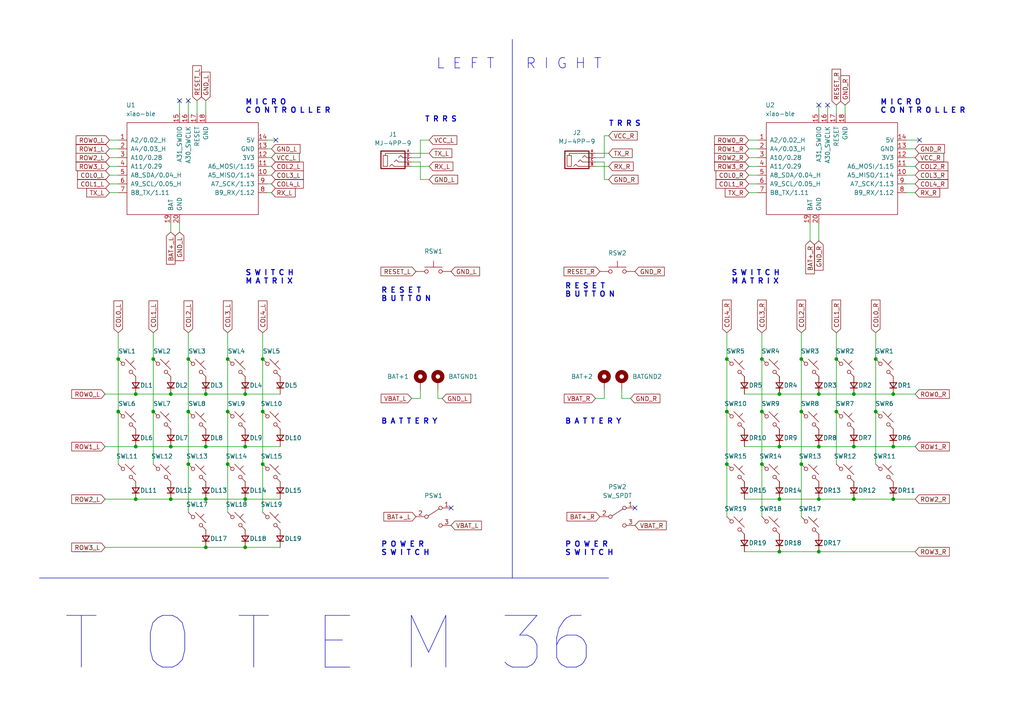
<source format=kicad_sch>
(kicad_sch
	(version 20250114)
	(generator "eeschema")
	(generator_version "9.0")
	(uuid "4d1e609f-5432-4afb-8ee7-7d2d9aaaee48")
	(paper "A4")
	(title_block
		(title "TOTEM36 split keyboard")
		(date "2025-07-20")
		(rev "0.3")
		(comment 1 "remixed by Suman")
		(comment 2 "made by GEIST")
	)
	(lib_symbols
		(symbol "Device:D_Small"
			(pin_numbers
				(hide yes)
			)
			(pin_names
				(offset 0.254)
				(hide yes)
			)
			(exclude_from_sim no)
			(in_bom yes)
			(on_board yes)
			(property "Reference" "D"
				(at -1.27 2.032 0)
				(effects
					(font
						(size 1.27 1.27)
					)
					(justify left)
				)
			)
			(property "Value" "D_Small"
				(at -3.81 -2.032 0)
				(effects
					(font
						(size 1.27 1.27)
					)
					(justify left)
				)
			)
			(property "Footprint" ""
				(at 0 0 90)
				(effects
					(font
						(size 1.27 1.27)
					)
					(hide yes)
				)
			)
			(property "Datasheet" "~"
				(at 0 0 90)
				(effects
					(font
						(size 1.27 1.27)
					)
					(hide yes)
				)
			)
			(property "Description" "Diode, small symbol"
				(at 0 0 0)
				(effects
					(font
						(size 1.27 1.27)
					)
					(hide yes)
				)
			)
			(property "ki_keywords" "diode"
				(at 0 0 0)
				(effects
					(font
						(size 1.27 1.27)
					)
					(hide yes)
				)
			)
			(property "ki_fp_filters" "TO-???* *_Diode_* *SingleDiode* D_*"
				(at 0 0 0)
				(effects
					(font
						(size 1.27 1.27)
					)
					(hide yes)
				)
			)
			(symbol "D_Small_0_1"
				(polyline
					(pts
						(xy -0.762 0) (xy 0.762 0)
					)
					(stroke
						(width 0)
						(type default)
					)
					(fill
						(type none)
					)
				)
				(polyline
					(pts
						(xy -0.762 -1.016) (xy -0.762 1.016)
					)
					(stroke
						(width 0.254)
						(type default)
					)
					(fill
						(type none)
					)
				)
				(polyline
					(pts
						(xy 0.762 -1.016) (xy -0.762 0) (xy 0.762 1.016) (xy 0.762 -1.016)
					)
					(stroke
						(width 0.254)
						(type default)
					)
					(fill
						(type none)
					)
				)
			)
			(symbol "D_Small_1_1"
				(pin passive line
					(at -2.54 0 0)
					(length 1.778)
					(name "K"
						(effects
							(font
								(size 1.27 1.27)
							)
						)
					)
					(number "1"
						(effects
							(font
								(size 1.27 1.27)
							)
						)
					)
				)
				(pin passive line
					(at 2.54 0 180)
					(length 1.778)
					(name "A"
						(effects
							(font
								(size 1.27 1.27)
							)
						)
					)
					(number "2"
						(effects
							(font
								(size 1.27 1.27)
							)
						)
					)
				)
			)
			(embedded_fonts no)
		)
		(symbol "Mechanical:MountingHole_Pad"
			(pin_numbers
				(hide yes)
			)
			(pin_names
				(offset 1.016)
				(hide yes)
			)
			(exclude_from_sim no)
			(in_bom yes)
			(on_board yes)
			(property "Reference" "H"
				(at 0 6.35 0)
				(effects
					(font
						(size 1.27 1.27)
					)
				)
			)
			(property "Value" "MountingHole_Pad"
				(at 0 4.445 0)
				(effects
					(font
						(size 1.27 1.27)
					)
				)
			)
			(property "Footprint" ""
				(at 0 0 0)
				(effects
					(font
						(size 1.27 1.27)
					)
					(hide yes)
				)
			)
			(property "Datasheet" "~"
				(at 0 0 0)
				(effects
					(font
						(size 1.27 1.27)
					)
					(hide yes)
				)
			)
			(property "Description" "Mounting Hole with connection"
				(at 0 0 0)
				(effects
					(font
						(size 1.27 1.27)
					)
					(hide yes)
				)
			)
			(property "ki_keywords" "mounting hole"
				(at 0 0 0)
				(effects
					(font
						(size 1.27 1.27)
					)
					(hide yes)
				)
			)
			(property "ki_fp_filters" "MountingHole*Pad*"
				(at 0 0 0)
				(effects
					(font
						(size 1.27 1.27)
					)
					(hide yes)
				)
			)
			(symbol "MountingHole_Pad_0_1"
				(circle
					(center 0 1.27)
					(radius 1.27)
					(stroke
						(width 1.27)
						(type default)
					)
					(fill
						(type none)
					)
				)
			)
			(symbol "MountingHole_Pad_1_1"
				(pin input line
					(at 0 -2.54 90)
					(length 2.54)
					(name "1"
						(effects
							(font
								(size 1.27 1.27)
							)
						)
					)
					(number "1"
						(effects
							(font
								(size 1.27 1.27)
							)
						)
					)
				)
			)
			(embedded_fonts no)
		)
		(symbol "Switch:SW_Push"
			(pin_numbers
				(hide yes)
			)
			(pin_names
				(offset 1.016)
				(hide yes)
			)
			(exclude_from_sim no)
			(in_bom yes)
			(on_board yes)
			(property "Reference" "SW"
				(at 1.27 2.54 0)
				(effects
					(font
						(size 1.27 1.27)
					)
					(justify left)
				)
			)
			(property "Value" "SW_Push"
				(at 0 -1.524 0)
				(effects
					(font
						(size 1.27 1.27)
					)
				)
			)
			(property "Footprint" ""
				(at 0 5.08 0)
				(effects
					(font
						(size 1.27 1.27)
					)
					(hide yes)
				)
			)
			(property "Datasheet" "~"
				(at 0 5.08 0)
				(effects
					(font
						(size 1.27 1.27)
					)
					(hide yes)
				)
			)
			(property "Description" "Push button switch, generic, two pins"
				(at 0 0 0)
				(effects
					(font
						(size 1.27 1.27)
					)
					(hide yes)
				)
			)
			(property "ki_keywords" "switch normally-open pushbutton push-button"
				(at 0 0 0)
				(effects
					(font
						(size 1.27 1.27)
					)
					(hide yes)
				)
			)
			(symbol "SW_Push_0_1"
				(circle
					(center -2.032 0)
					(radius 0.508)
					(stroke
						(width 0)
						(type default)
					)
					(fill
						(type none)
					)
				)
				(polyline
					(pts
						(xy 0 1.27) (xy 0 3.048)
					)
					(stroke
						(width 0)
						(type default)
					)
					(fill
						(type none)
					)
				)
				(circle
					(center 2.032 0)
					(radius 0.508)
					(stroke
						(width 0)
						(type default)
					)
					(fill
						(type none)
					)
				)
				(polyline
					(pts
						(xy 2.54 1.27) (xy -2.54 1.27)
					)
					(stroke
						(width 0)
						(type default)
					)
					(fill
						(type none)
					)
				)
				(pin passive line
					(at -5.08 0 0)
					(length 2.54)
					(name "1"
						(effects
							(font
								(size 1.27 1.27)
							)
						)
					)
					(number "1"
						(effects
							(font
								(size 1.27 1.27)
							)
						)
					)
				)
				(pin passive line
					(at 5.08 0 180)
					(length 2.54)
					(name "2"
						(effects
							(font
								(size 1.27 1.27)
							)
						)
					)
					(number "2"
						(effects
							(font
								(size 1.27 1.27)
							)
						)
					)
				)
			)
			(embedded_fonts no)
		)
		(symbol "Switch:SW_Push_45deg"
			(pin_numbers
				(hide yes)
			)
			(pin_names
				(offset 1.016)
				(hide yes)
			)
			(exclude_from_sim no)
			(in_bom yes)
			(on_board yes)
			(property "Reference" "SW"
				(at 3.048 1.016 0)
				(effects
					(font
						(size 1.27 1.27)
					)
					(justify left)
				)
			)
			(property "Value" "SW_Push_45deg"
				(at 0 -3.81 0)
				(effects
					(font
						(size 1.27 1.27)
					)
				)
			)
			(property "Footprint" ""
				(at 0 0 0)
				(effects
					(font
						(size 1.27 1.27)
					)
					(hide yes)
				)
			)
			(property "Datasheet" "~"
				(at 0 0 0)
				(effects
					(font
						(size 1.27 1.27)
					)
					(hide yes)
				)
			)
			(property "Description" "Push button switch, normally open, two pins, 45° tilted"
				(at 0 0 0)
				(effects
					(font
						(size 1.27 1.27)
					)
					(hide yes)
				)
			)
			(property "ki_keywords" "switch normally-open pushbutton push-button"
				(at 0 0 0)
				(effects
					(font
						(size 1.27 1.27)
					)
					(hide yes)
				)
			)
			(symbol "SW_Push_45deg_0_1"
				(polyline
					(pts
						(xy -2.54 2.54) (xy -1.524 1.524) (xy -1.524 1.524)
					)
					(stroke
						(width 0)
						(type default)
					)
					(fill
						(type none)
					)
				)
				(circle
					(center -1.1684 1.1684)
					(radius 0.508)
					(stroke
						(width 0)
						(type default)
					)
					(fill
						(type none)
					)
				)
				(polyline
					(pts
						(xy -0.508 2.54) (xy 2.54 -0.508)
					)
					(stroke
						(width 0)
						(type default)
					)
					(fill
						(type none)
					)
				)
				(polyline
					(pts
						(xy 1.016 1.016) (xy 2.032 2.032)
					)
					(stroke
						(width 0)
						(type default)
					)
					(fill
						(type none)
					)
				)
				(circle
					(center 1.143 -1.1938)
					(radius 0.508)
					(stroke
						(width 0)
						(type default)
					)
					(fill
						(type none)
					)
				)
				(polyline
					(pts
						(xy 1.524 -1.524) (xy 2.54 -2.54) (xy 2.54 -2.54) (xy 2.54 -2.54)
					)
					(stroke
						(width 0)
						(type default)
					)
					(fill
						(type none)
					)
				)
				(pin passive line
					(at -2.54 2.54 0)
					(length 0)
					(name "1"
						(effects
							(font
								(size 1.27 1.27)
							)
						)
					)
					(number "1"
						(effects
							(font
								(size 1.27 1.27)
							)
						)
					)
				)
				(pin passive line
					(at 2.54 -2.54 180)
					(length 0)
					(name "2"
						(effects
							(font
								(size 1.27 1.27)
							)
						)
					)
					(number "2"
						(effects
							(font
								(size 1.27 1.27)
							)
						)
					)
				)
			)
			(embedded_fonts no)
		)
		(symbol "Switch:SW_SPDT"
			(pin_names
				(offset 0)
				(hide yes)
			)
			(exclude_from_sim no)
			(in_bom yes)
			(on_board yes)
			(property "Reference" "SW"
				(at 0 4.318 0)
				(effects
					(font
						(size 1.27 1.27)
					)
				)
			)
			(property "Value" "SW_SPDT"
				(at 0 -5.08 0)
				(effects
					(font
						(size 1.27 1.27)
					)
				)
			)
			(property "Footprint" ""
				(at 0 0 0)
				(effects
					(font
						(size 1.27 1.27)
					)
					(hide yes)
				)
			)
			(property "Datasheet" "~"
				(at 0 0 0)
				(effects
					(font
						(size 1.27 1.27)
					)
					(hide yes)
				)
			)
			(property "Description" "Switch, single pole double throw"
				(at 0 0 0)
				(effects
					(font
						(size 1.27 1.27)
					)
					(hide yes)
				)
			)
			(property "ki_keywords" "switch single-pole double-throw spdt ON-ON"
				(at 0 0 0)
				(effects
					(font
						(size 1.27 1.27)
					)
					(hide yes)
				)
			)
			(symbol "SW_SPDT_0_0"
				(circle
					(center -2.032 0)
					(radius 0.508)
					(stroke
						(width 0)
						(type default)
					)
					(fill
						(type none)
					)
				)
				(circle
					(center 2.032 -2.54)
					(radius 0.508)
					(stroke
						(width 0)
						(type default)
					)
					(fill
						(type none)
					)
				)
			)
			(symbol "SW_SPDT_0_1"
				(polyline
					(pts
						(xy -1.524 0.254) (xy 1.651 2.286)
					)
					(stroke
						(width 0)
						(type default)
					)
					(fill
						(type none)
					)
				)
				(circle
					(center 2.032 2.54)
					(radius 0.508)
					(stroke
						(width 0)
						(type default)
					)
					(fill
						(type none)
					)
				)
			)
			(symbol "SW_SPDT_1_1"
				(pin passive line
					(at -5.08 0 0)
					(length 2.54)
					(name "B"
						(effects
							(font
								(size 1.27 1.27)
							)
						)
					)
					(number "2"
						(effects
							(font
								(size 1.27 1.27)
							)
						)
					)
				)
				(pin passive line
					(at 5.08 2.54 180)
					(length 2.54)
					(name "A"
						(effects
							(font
								(size 1.27 1.27)
							)
						)
					)
					(number "1"
						(effects
							(font
								(size 1.27 1.27)
							)
						)
					)
				)
				(pin passive line
					(at 5.08 -2.54 180)
					(length 2.54)
					(name "C"
						(effects
							(font
								(size 1.27 1.27)
							)
						)
					)
					(number "3"
						(effects
							(font
								(size 1.27 1.27)
							)
						)
					)
				)
			)
			(embedded_fonts no)
		)
		(symbol "kbd:MJ-4PP-9"
			(pin_names
				(offset 1.016)
			)
			(exclude_from_sim no)
			(in_bom yes)
			(on_board yes)
			(property "Reference" "J"
				(at 0 3.81 0)
				(effects
					(font
						(size 1.27 1.27)
					)
				)
			)
			(property "Value" "MJ-4PP-9"
				(at 0 -3.81 0)
				(effects
					(font
						(size 1.27 1.27)
					)
				)
			)
			(property "Footprint" ""
				(at 6.985 4.445 0)
				(effects
					(font
						(size 1.27 1.27)
					)
					(hide yes)
				)
			)
			(property "Datasheet" "~"
				(at 6.985 4.445 0)
				(effects
					(font
						(size 1.27 1.27)
					)
					(hide yes)
				)
			)
			(property "Description" "4-pin (audio) jack receptable (stereo + 4th pin/TRRS connector), compatible with PJ320A"
				(at 0 0 0)
				(effects
					(font
						(size 1.27 1.27)
					)
					(hide yes)
				)
			)
			(property "ki_keywords" "audio jack receptable stereo headphones TRRS connector"
				(at 0 0 0)
				(effects
					(font
						(size 1.27 1.27)
					)
					(hide yes)
				)
			)
			(symbol "MJ-4PP-9_0_1"
				(polyline
					(pts
						(xy -2.54 1.27) (xy -2.54 1.905) (xy 3.175 1.905)
					)
					(stroke
						(width 0)
						(type default)
					)
					(fill
						(type none)
					)
				)
				(rectangle
					(start -1.905 -1.905)
					(end -3.175 1.27)
					(stroke
						(width 0)
						(type default)
					)
					(fill
						(type none)
					)
				)
				(polyline
					(pts
						(xy -1.27 -1.905) (xy -0.635 -1.27) (xy 0 -1.905) (xy 3.175 -1.905)
					)
					(stroke
						(width 0)
						(type default)
					)
					(fill
						(type none)
					)
				)
				(polyline
					(pts
						(xy 0 -0.635) (xy 0.635 0) (xy 1.27 -0.635) (xy 3.175 -0.635)
					)
					(stroke
						(width 0)
						(type default)
					)
					(fill
						(type none)
					)
				)
				(polyline
					(pts
						(xy 1.27 0.635) (xy 1.905 1.27) (xy 2.54 0.635) (xy 3.175 0.635)
					)
					(stroke
						(width 0)
						(type default)
					)
					(fill
						(type none)
					)
				)
				(rectangle
					(start 3.175 2.54)
					(end -3.81 -2.54)
					(stroke
						(width 0.3048)
						(type default)
					)
					(fill
						(type none)
					)
				)
			)
			(symbol "MJ-4PP-9_1_1"
				(pin input line
					(at 5.08 1.905 180)
					(length 2.0066)
					(name "~"
						(effects
							(font
								(size 0.508 0.508)
							)
						)
					)
					(number "A"
						(effects
							(font
								(size 0.7112 0.7112)
							)
						)
					)
				)
				(pin input line
					(at 5.08 0.635 180)
					(length 2.0066)
					(name "~"
						(effects
							(font
								(size 0.508 0.508)
							)
						)
					)
					(number "D"
						(effects
							(font
								(size 0.7112 0.7112)
							)
						)
					)
				)
				(pin input line
					(at 5.08 -0.635 180)
					(length 2.0066)
					(name "~"
						(effects
							(font
								(size 0.508 0.508)
							)
						)
					)
					(number "C"
						(effects
							(font
								(size 0.7112 0.7112)
							)
						)
					)
				)
				(pin input line
					(at 5.08 -1.905 180)
					(length 2.0066)
					(name "~"
						(effects
							(font
								(size 0.508 0.508)
							)
						)
					)
					(number "B"
						(effects
							(font
								(size 0.7112 0.7112)
							)
						)
					)
				)
			)
			(embedded_fonts no)
		)
		(symbol "mcu:xiao-ble"
			(pin_names
				(offset 1.016)
			)
			(exclude_from_sim no)
			(in_bom yes)
			(on_board yes)
			(property "Reference" "U1"
				(at -19.304 17.78 0)
				(effects
					(font
						(size 1.27 1.27)
					)
					(justify left)
				)
			)
			(property "Value" "xiao-ble"
				(at -19.304 15.24 0)
				(effects
					(font
						(size 1.27 1.27)
					)
					(justify left)
				)
			)
			(property "Footprint" "TOTEMlib:xiao-ble-smd-cutout"
				(at -7.62 5.08 0)
				(effects
					(font
						(size 1.27 1.27)
					)
					(hide yes)
				)
			)
			(property "Datasheet" ""
				(at -7.62 5.08 0)
				(effects
					(font
						(size 1.27 1.27)
					)
					(hide yes)
				)
			)
			(property "Description" ""
				(at 0 0 0)
				(effects
					(font
						(size 1.27 1.27)
					)
				)
			)
			(symbol "xiao-ble_0_1"
				(rectangle
					(start -19.05 12.7)
					(end 19.05 -13.97)
					(stroke
						(width 0)
						(type default)
					)
					(fill
						(type none)
					)
				)
			)
			(symbol "xiao-ble_1_1"
				(pin bidirectional line
					(at -21.59 7.62 0)
					(length 2.54)
					(name "A2/0.02_H"
						(effects
							(font
								(size 1.27 1.27)
							)
						)
					)
					(number "1"
						(effects
							(font
								(size 1.27 1.27)
							)
						)
					)
				)
				(pin bidirectional line
					(at -21.59 5.08 0)
					(length 2.54)
					(name "A4/0.03_H"
						(effects
							(font
								(size 1.27 1.27)
							)
						)
					)
					(number "2"
						(effects
							(font
								(size 1.27 1.27)
							)
						)
					)
				)
				(pin bidirectional line
					(at -21.59 2.54 0)
					(length 2.54)
					(name "A10/0.28"
						(effects
							(font
								(size 1.27 1.27)
							)
						)
					)
					(number "3"
						(effects
							(font
								(size 1.27 1.27)
							)
						)
					)
				)
				(pin bidirectional line
					(at -21.59 0 0)
					(length 2.54)
					(name "A11/0.29"
						(effects
							(font
								(size 1.27 1.27)
							)
						)
					)
					(number "4"
						(effects
							(font
								(size 1.27 1.27)
							)
						)
					)
				)
				(pin bidirectional line
					(at -21.59 -2.54 0)
					(length 2.54)
					(name "A8_SDA/0.04_H"
						(effects
							(font
								(size 1.27 1.27)
							)
						)
					)
					(number "5"
						(effects
							(font
								(size 1.27 1.27)
							)
						)
					)
				)
				(pin bidirectional line
					(at -21.59 -5.08 0)
					(length 2.54)
					(name "A9_SCL/0.05_H"
						(effects
							(font
								(size 1.27 1.27)
							)
						)
					)
					(number "6"
						(effects
							(font
								(size 1.27 1.27)
							)
						)
					)
				)
				(pin bidirectional line
					(at -21.59 -7.62 0)
					(length 2.54)
					(name "B8_TX/1.11"
						(effects
							(font
								(size 1.27 1.27)
							)
						)
					)
					(number "7"
						(effects
							(font
								(size 1.27 1.27)
							)
						)
					)
				)
				(pin bidirectional line
					(at -6.35 -16.51 90)
					(length 2.54)
					(name "BAT"
						(effects
							(font
								(size 1.27 1.27)
							)
						)
					)
					(number "19"
						(effects
							(font
								(size 1.27 1.27)
							)
						)
					)
				)
				(pin input line
					(at -3.81 15.24 270)
					(length 2.54)
					(name "A31_SWDIO"
						(effects
							(font
								(size 1.27 1.27)
							)
						)
					)
					(number "15"
						(effects
							(font
								(size 1.27 1.27)
							)
						)
					)
				)
				(pin power_out line
					(at -3.81 -16.51 90)
					(length 2.54)
					(name "GND"
						(effects
							(font
								(size 1.27 1.27)
							)
						)
					)
					(number "20"
						(effects
							(font
								(size 1.27 1.27)
							)
						)
					)
				)
				(pin input line
					(at -1.27 15.24 270)
					(length 2.54)
					(name "A30_SWCLK"
						(effects
							(font
								(size 1.27 1.27)
							)
						)
					)
					(number "16"
						(effects
							(font
								(size 1.27 1.27)
							)
						)
					)
				)
				(pin input line
					(at 1.27 15.24 270)
					(length 2.54)
					(name "RESET"
						(effects
							(font
								(size 1.27 1.27)
							)
						)
					)
					(number "17"
						(effects
							(font
								(size 1.27 1.27)
							)
						)
					)
				)
				(pin passive line
					(at 3.81 15.24 270)
					(length 2.54)
					(name "GND"
						(effects
							(font
								(size 1.27 1.27)
							)
						)
					)
					(number "18"
						(effects
							(font
								(size 1.27 1.27)
							)
						)
					)
				)
				(pin power_out line
					(at 21.59 7.62 180)
					(length 2.54)
					(name "5V"
						(effects
							(font
								(size 1.27 1.27)
							)
						)
					)
					(number "14"
						(effects
							(font
								(size 1.27 1.27)
							)
						)
					)
				)
				(pin passive line
					(at 21.59 5.08 180)
					(length 2.54)
					(name "GND"
						(effects
							(font
								(size 1.27 1.27)
							)
						)
					)
					(number "13"
						(effects
							(font
								(size 1.27 1.27)
							)
						)
					)
				)
				(pin power_out line
					(at 21.59 2.54 180)
					(length 2.54)
					(name "3V3"
						(effects
							(font
								(size 1.27 1.27)
							)
						)
					)
					(number "12"
						(effects
							(font
								(size 1.27 1.27)
							)
						)
					)
				)
				(pin bidirectional line
					(at 21.59 0 180)
					(length 2.54)
					(name "A6_MOSI/1.15"
						(effects
							(font
								(size 1.27 1.27)
							)
						)
					)
					(number "11"
						(effects
							(font
								(size 1.27 1.27)
							)
						)
					)
				)
				(pin bidirectional line
					(at 21.59 -2.54 180)
					(length 2.54)
					(name "A5_MISO/1.14"
						(effects
							(font
								(size 1.27 1.27)
							)
						)
					)
					(number "10"
						(effects
							(font
								(size 1.27 1.27)
							)
						)
					)
				)
				(pin bidirectional line
					(at 21.59 -5.08 180)
					(length 2.54)
					(name "A7_SCK/1.13"
						(effects
							(font
								(size 1.27 1.27)
							)
						)
					)
					(number "9"
						(effects
							(font
								(size 1.27 1.27)
							)
						)
					)
				)
				(pin bidirectional line
					(at 21.59 -7.62 180)
					(length 2.54)
					(name "B9_RX/1.12"
						(effects
							(font
								(size 1.27 1.27)
							)
						)
					)
					(number "8"
						(effects
							(font
								(size 1.27 1.27)
							)
						)
					)
				)
			)
			(embedded_fonts no)
		)
		(symbol "xiao-ble_1"
			(pin_names
				(offset 1.016)
			)
			(exclude_from_sim no)
			(in_bom yes)
			(on_board yes)
			(property "Reference" "U2"
				(at -19.304 17.78 0)
				(effects
					(font
						(size 1.27 1.27)
					)
					(justify left)
				)
			)
			(property "Value" "xiao-ble"
				(at -19.304 15.24 0)
				(effects
					(font
						(size 1.27 1.27)
					)
					(justify left)
				)
			)
			(property "Footprint" "TOTEMlib:xiao-ble-smd-cutout"
				(at -7.62 5.08 0)
				(effects
					(font
						(size 1.27 1.27)
					)
					(hide yes)
				)
			)
			(property "Datasheet" ""
				(at -7.62 5.08 0)
				(effects
					(font
						(size 1.27 1.27)
					)
					(hide yes)
				)
			)
			(property "Description" ""
				(at 0 0 0)
				(effects
					(font
						(size 1.27 1.27)
					)
				)
			)
			(symbol "xiao-ble_1_0_1"
				(rectangle
					(start -19.05 12.7)
					(end 19.05 -13.97)
					(stroke
						(width 0)
						(type default)
					)
					(fill
						(type none)
					)
				)
			)
			(symbol "xiao-ble_1_1_1"
				(pin bidirectional line
					(at -21.59 7.62 0)
					(length 2.54)
					(name "A2/0.02_H"
						(effects
							(font
								(size 1.27 1.27)
							)
						)
					)
					(number "1"
						(effects
							(font
								(size 1.27 1.27)
							)
						)
					)
				)
				(pin bidirectional line
					(at -21.59 5.08 0)
					(length 2.54)
					(name "A4/0.03_H"
						(effects
							(font
								(size 1.27 1.27)
							)
						)
					)
					(number "2"
						(effects
							(font
								(size 1.27 1.27)
							)
						)
					)
				)
				(pin bidirectional line
					(at -21.59 2.54 0)
					(length 2.54)
					(name "A10/0.28"
						(effects
							(font
								(size 1.27 1.27)
							)
						)
					)
					(number "3"
						(effects
							(font
								(size 1.27 1.27)
							)
						)
					)
				)
				(pin bidirectional line
					(at -21.59 0 0)
					(length 2.54)
					(name "A11/0.29"
						(effects
							(font
								(size 1.27 1.27)
							)
						)
					)
					(number "4"
						(effects
							(font
								(size 1.27 1.27)
							)
						)
					)
				)
				(pin bidirectional line
					(at -21.59 -2.54 0)
					(length 2.54)
					(name "A8_SDA/0.04_H"
						(effects
							(font
								(size 1.27 1.27)
							)
						)
					)
					(number "5"
						(effects
							(font
								(size 1.27 1.27)
							)
						)
					)
				)
				(pin bidirectional line
					(at -21.59 -5.08 0)
					(length 2.54)
					(name "A9_SCL/0.05_H"
						(effects
							(font
								(size 1.27 1.27)
							)
						)
					)
					(number "6"
						(effects
							(font
								(size 1.27 1.27)
							)
						)
					)
				)
				(pin bidirectional line
					(at -21.59 -7.62 0)
					(length 2.54)
					(name "B8_TX/1.11"
						(effects
							(font
								(size 1.27 1.27)
							)
						)
					)
					(number "7"
						(effects
							(font
								(size 1.27 1.27)
							)
						)
					)
				)
				(pin bidirectional line
					(at -6.35 -16.51 90)
					(length 2.54)
					(name "BAT"
						(effects
							(font
								(size 1.27 1.27)
							)
						)
					)
					(number "19"
						(effects
							(font
								(size 1.27 1.27)
							)
						)
					)
				)
				(pin input line
					(at -3.81 15.24 270)
					(length 2.54)
					(name "A31_SWDIO"
						(effects
							(font
								(size 1.27 1.27)
							)
						)
					)
					(number "15"
						(effects
							(font
								(size 1.27 1.27)
							)
						)
					)
				)
				(pin power_out line
					(at -3.81 -16.51 90)
					(length 2.54)
					(name "GND"
						(effects
							(font
								(size 1.27 1.27)
							)
						)
					)
					(number "20"
						(effects
							(font
								(size 1.27 1.27)
							)
						)
					)
				)
				(pin input line
					(at -1.27 15.24 270)
					(length 2.54)
					(name "A30_SWCLK"
						(effects
							(font
								(size 1.27 1.27)
							)
						)
					)
					(number "16"
						(effects
							(font
								(size 1.27 1.27)
							)
						)
					)
				)
				(pin input line
					(at 1.27 15.24 270)
					(length 2.54)
					(name "RESET"
						(effects
							(font
								(size 1.27 1.27)
							)
						)
					)
					(number "17"
						(effects
							(font
								(size 1.27 1.27)
							)
						)
					)
				)
				(pin passive line
					(at 3.81 15.24 270)
					(length 2.54)
					(name "GND"
						(effects
							(font
								(size 1.27 1.27)
							)
						)
					)
					(number "18"
						(effects
							(font
								(size 1.27 1.27)
							)
						)
					)
				)
				(pin power_out line
					(at 21.59 7.62 180)
					(length 2.54)
					(name "5V"
						(effects
							(font
								(size 1.27 1.27)
							)
						)
					)
					(number "14"
						(effects
							(font
								(size 1.27 1.27)
							)
						)
					)
				)
				(pin passive line
					(at 21.59 5.08 180)
					(length 2.54)
					(name "GND"
						(effects
							(font
								(size 1.27 1.27)
							)
						)
					)
					(number "13"
						(effects
							(font
								(size 1.27 1.27)
							)
						)
					)
				)
				(pin power_out line
					(at 21.59 2.54 180)
					(length 2.54)
					(name "3V3"
						(effects
							(font
								(size 1.27 1.27)
							)
						)
					)
					(number "12"
						(effects
							(font
								(size 1.27 1.27)
							)
						)
					)
				)
				(pin bidirectional line
					(at 21.59 0 180)
					(length 2.54)
					(name "A6_MOSI/1.15"
						(effects
							(font
								(size 1.27 1.27)
							)
						)
					)
					(number "11"
						(effects
							(font
								(size 1.27 1.27)
							)
						)
					)
				)
				(pin bidirectional line
					(at 21.59 -2.54 180)
					(length 2.54)
					(name "A5_MISO/1.14"
						(effects
							(font
								(size 1.27 1.27)
							)
						)
					)
					(number "10"
						(effects
							(font
								(size 1.27 1.27)
							)
						)
					)
				)
				(pin bidirectional line
					(at 21.59 -5.08 180)
					(length 2.54)
					(name "A7_SCK/1.13"
						(effects
							(font
								(size 1.27 1.27)
							)
						)
					)
					(number "9"
						(effects
							(font
								(size 1.27 1.27)
							)
						)
					)
				)
				(pin bidirectional line
					(at 21.59 -7.62 180)
					(length 2.54)
					(name "B9_RX/1.12"
						(effects
							(font
								(size 1.27 1.27)
							)
						)
					)
					(number "8"
						(effects
							(font
								(size 1.27 1.27)
							)
						)
					)
				)
			)
			(embedded_fonts no)
		)
	)
	(text "M I C R O \nC O N T R O L L E R"
		(exclude_from_sim no)
		(at 255.27 33.02 0)
		(effects
			(font
				(size 1.5 1.5)
				(thickness 0.3)
				(bold yes)
			)
			(justify left bottom)
		)
		(uuid "2196a5e2-3598-41ad-83a1-6cc5c706d22f")
	)
	(text "T R R S"
		(exclude_from_sim no)
		(at 176.53 36.83 0)
		(effects
			(font
				(size 1.5 1.5)
				(thickness 0.3)
				(bold yes)
			)
			(justify left bottom)
		)
		(uuid "3eeefeda-763d-4f76-a233-4d319ff2fdf3")
	)
	(text "R E S E T \nB U T T O N"
		(exclude_from_sim no)
		(at 110.49 87.63 0)
		(effects
			(font
				(size 1.5 1.5)
				(thickness 0.3)
				(bold yes)
			)
			(justify left bottom)
		)
		(uuid "412844d8-3161-4824-884f-84293345eb35")
	)
	(text "S W I T C H\nM A T R I X"
		(exclude_from_sim no)
		(at 71.12 82.55 0)
		(effects
			(font
				(size 1.5 1.5)
				(thickness 0.3)
				(bold yes)
			)
			(justify left bottom)
		)
		(uuid "442c20f8-90ad-406a-aa5c-b4f1edafefc3")
	)
	(text "P O W E R\nS W I T C H"
		(exclude_from_sim no)
		(at 110.49 161.29 0)
		(effects
			(font
				(size 1.5 1.5)
				(thickness 0.3)
				(bold yes)
			)
			(justify left bottom)
		)
		(uuid "478c2bb0-e72b-47ac-98cb-e8d5ebe19a24")
	)
	(text "R E S E T \nB U T T O N"
		(exclude_from_sim no)
		(at 163.83 86.36 0)
		(effects
			(font
				(size 1.5 1.5)
				(thickness 0.3)
				(bold yes)
			)
			(justify left bottom)
		)
		(uuid "5d3b1f94-0720-45ab-828e-62fdc48891a3")
	)
	(text "T O T E M 36"
		(exclude_from_sim no)
		(at 17.78 195.58 0)
		(effects
			(font
				(size 15 15)
			)
			(justify left bottom)
		)
		(uuid "6b40e4bc-bae2-4f14-bc8b-354727510bc3")
	)
	(text "S W I T C H\nM A T R I X"
		(exclude_from_sim no)
		(at 212.09 82.55 0)
		(effects
			(font
				(size 1.5 1.5)
				(thickness 0.3)
				(bold yes)
			)
			(justify left bottom)
		)
		(uuid "6ee0a7a4-cebe-44c9-b7fa-c4d01a2e36c6")
	)
	(text "T R R S"
		(exclude_from_sim no)
		(at 123.19 35.56 0)
		(effects
			(font
				(size 1.5 1.5)
				(thickness 0.3)
				(bold yes)
			)
			(justify left bottom)
		)
		(uuid "6fe8697d-2195-4d57-8b58-db9bc2f97c95")
	)
	(text "B A T T E R Y"
		(exclude_from_sim no)
		(at 110.49 123.19 0)
		(effects
			(font
				(size 1.5 1.5)
				(thickness 0.3)
				(bold yes)
			)
			(justify left bottom)
		)
		(uuid "7b0749ae-c93a-4bce-91ec-5ac34cf47cd4")
	)
	(text "P O W E R\nS W I T C H"
		(exclude_from_sim no)
		(at 163.83 161.29 0)
		(effects
			(font
				(size 1.5 1.5)
				(thickness 0.3)
				(bold yes)
			)
			(justify left bottom)
		)
		(uuid "a4d45fef-aa04-4cc6-b6e3-e5352a5f7825")
	)
	(text "R I G H T"
		(exclude_from_sim no)
		(at 152.4 20.32 0)
		(effects
			(font
				(size 3 3)
			)
			(justify left bottom)
		)
		(uuid "e093333b-8a47-44e6-bdbf-4d89beff5b26")
	)
	(text "B A T T E R Y"
		(exclude_from_sim no)
		(at 163.83 123.19 0)
		(effects
			(font
				(size 1.5 1.5)
				(thickness 0.3)
				(bold yes)
			)
			(justify left bottom)
		)
		(uuid "e1f69028-0ed8-414a-b335-840a8483f3f7")
	)
	(text "L E F T"
		(exclude_from_sim no)
		(at 143.51 20.32 0)
		(effects
			(font
				(size 3 3)
			)
			(justify right bottom)
		)
		(uuid "edc1aaf6-fe76-42e3-8c9f-3ae3f997c805")
	)
	(text "M I C R O \nC O N T R O L L E R"
		(exclude_from_sim no)
		(at 71.12 33.02 0)
		(effects
			(font
				(size 1.5 1.5)
				(thickness 0.3)
				(bold yes)
			)
			(justify left bottom)
		)
		(uuid "ee91328b-bd82-416c-be69-0805172d270b")
	)
	(junction
		(at 34.29 104.14)
		(diameter 0)
		(color 0 0 0 0)
		(uuid "00b3b1f1-840b-4e58-9c51-e1ad591adf77")
	)
	(junction
		(at 226.06 129.54)
		(diameter 0)
		(color 0 0 0 0)
		(uuid "06710795-3135-446b-80ae-5e1bea644528")
	)
	(junction
		(at 49.53 114.3)
		(diameter 0)
		(color 0 0 0 0)
		(uuid "0823ae04-2ad7-4806-a401-4c68b8704156")
	)
	(junction
		(at 44.45 119.38)
		(diameter 0)
		(color 0 0 0 0)
		(uuid "12e29d99-a29a-4827-b9ec-b8b260d9bf92")
	)
	(junction
		(at 54.61 119.38)
		(diameter 0)
		(color 0 0 0 0)
		(uuid "1f286613-20f3-4ad1-8f7f-2fec857054a1")
	)
	(junction
		(at 71.12 129.54)
		(diameter 0)
		(color 0 0 0 0)
		(uuid "28181998-3d42-4d80-a39f-fee10e035945")
	)
	(junction
		(at 226.06 144.78)
		(diameter 0)
		(color 0 0 0 0)
		(uuid "28d10ee0-4a16-4d0e-96c6-ce05c5dae587")
	)
	(junction
		(at 226.06 160.02)
		(diameter 0)
		(color 0 0 0 0)
		(uuid "2b870d2e-9576-497e-8c0b-44f9463d28b2")
	)
	(junction
		(at 237.49 114.3)
		(diameter 0)
		(color 0 0 0 0)
		(uuid "2bd784aa-d30d-4f97-93ea-636873d49e36")
	)
	(junction
		(at 49.53 144.78)
		(diameter 0)
		(color 0 0 0 0)
		(uuid "317ace68-af84-43b8-b290-af9e07d1d07c")
	)
	(junction
		(at 232.41 119.38)
		(diameter 0)
		(color 0 0 0 0)
		(uuid "396037a6-e91b-4e87-9077-f68857bfe1c4")
	)
	(junction
		(at 259.08 144.78)
		(diameter 0)
		(color 0 0 0 0)
		(uuid "3b36577f-cdb1-4577-8d59-377b0e4904ff")
	)
	(junction
		(at 76.2 104.14)
		(diameter 0)
		(color 0 0 0 0)
		(uuid "3da8ef01-42c0-49b5-93b1-f1fedb484394")
	)
	(junction
		(at 71.12 144.78)
		(diameter 0)
		(color 0 0 0 0)
		(uuid "3ed5dcd2-cb20-4066-bd4b-92cbbcfbc489")
	)
	(junction
		(at 220.98 119.38)
		(diameter 0)
		(color 0 0 0 0)
		(uuid "3ffd82c5-51d0-4e97-9aae-031a20f58ac9")
	)
	(junction
		(at 237.49 160.02)
		(diameter 0)
		(color 0 0 0 0)
		(uuid "41dfc458-daa9-4458-a0bb-cbe65365ab3c")
	)
	(junction
		(at 247.65 144.78)
		(diameter 0)
		(color 0 0 0 0)
		(uuid "461817a3-50ca-4fae-a712-4942f79ae139")
	)
	(junction
		(at 76.2 119.38)
		(diameter 0)
		(color 0 0 0 0)
		(uuid "461cca8b-f20d-436a-b59f-e078d16e2a04")
	)
	(junction
		(at 44.45 104.14)
		(diameter 0)
		(color 0 0 0 0)
		(uuid "48e5a361-7cab-47e8-9e4b-e58699cb656b")
	)
	(junction
		(at 71.12 114.3)
		(diameter 0)
		(color 0 0 0 0)
		(uuid "4c9f5d6d-df50-4f17-b925-4e9559133737")
	)
	(junction
		(at 210.82 134.62)
		(diameter 0)
		(color 0 0 0 0)
		(uuid "5f753566-e61e-4541-ad57-bc79d34b94d5")
	)
	(junction
		(at 232.41 134.62)
		(diameter 0)
		(color 0 0 0 0)
		(uuid "613bf4e9-e8d7-44af-91d5-8d4ac490a71c")
	)
	(junction
		(at 54.61 104.14)
		(diameter 0)
		(color 0 0 0 0)
		(uuid "68160d7e-f79c-4a33-a415-2f2ce85a90f5")
	)
	(junction
		(at 247.65 129.54)
		(diameter 0)
		(color 0 0 0 0)
		(uuid "6b6cc145-4282-4d4a-9204-08024cd04099")
	)
	(junction
		(at 242.57 104.14)
		(diameter 0)
		(color 0 0 0 0)
		(uuid "6d71dc3e-dca3-457c-9a90-59d15c92315b")
	)
	(junction
		(at 59.69 144.78)
		(diameter 0)
		(color 0 0 0 0)
		(uuid "76078e6d-7374-4527-83cd-1d28d0ad2730")
	)
	(junction
		(at 39.37 144.78)
		(diameter 0)
		(color 0 0 0 0)
		(uuid "79c9c1d5-0dde-4ddd-9ba7-a7eacbace8d3")
	)
	(junction
		(at 232.41 104.14)
		(diameter 0)
		(color 0 0 0 0)
		(uuid "7a859eed-da10-4bff-b4c8-3684a64bc415")
	)
	(junction
		(at 247.65 114.3)
		(diameter 0)
		(color 0 0 0 0)
		(uuid "85328f25-6ce8-4af6-b4bf-4cbaa9e124bc")
	)
	(junction
		(at 210.82 104.14)
		(diameter 0)
		(color 0 0 0 0)
		(uuid "9f3c3695-48ba-4bf5-8c2d-a17948240dc6")
	)
	(junction
		(at 66.04 104.14)
		(diameter 0)
		(color 0 0 0 0)
		(uuid "a2f9f496-e054-41d6-86d1-dd9815f709ba")
	)
	(junction
		(at 59.69 114.3)
		(diameter 0)
		(color 0 0 0 0)
		(uuid "a57c4240-3d7e-4644-8613-91d0711ad577")
	)
	(junction
		(at 59.69 158.75)
		(diameter 0)
		(color 0 0 0 0)
		(uuid "a84297c2-23d9-40c6-b319-67cd31aee3f9")
	)
	(junction
		(at 259.08 129.54)
		(diameter 0)
		(color 0 0 0 0)
		(uuid "a9217d8e-9606-400b-9256-ec51d6a98a2d")
	)
	(junction
		(at 49.53 129.54)
		(diameter 0)
		(color 0 0 0 0)
		(uuid "aa720e16-7104-4d9c-9058-23fe0537fe69")
	)
	(junction
		(at 34.29 119.38)
		(diameter 0)
		(color 0 0 0 0)
		(uuid "ad492f85-8786-4cd5-902f-00e8d0a88dcb")
	)
	(junction
		(at 259.08 114.3)
		(diameter 0)
		(color 0 0 0 0)
		(uuid "b1f7fadd-c71d-4a99-8018-43a96016570c")
	)
	(junction
		(at 71.12 158.75)
		(diameter 0)
		(color 0 0 0 0)
		(uuid "bba38b4a-84e7-4b81-aa45-2458ef3dd00f")
	)
	(junction
		(at 237.49 129.54)
		(diameter 0)
		(color 0 0 0 0)
		(uuid "bde5db9f-664c-4f1d-af69-55742569178b")
	)
	(junction
		(at 220.98 134.62)
		(diameter 0)
		(color 0 0 0 0)
		(uuid "bf18cd36-6341-425b-9a83-40a5bbd41268")
	)
	(junction
		(at 54.61 134.62)
		(diameter 0)
		(color 0 0 0 0)
		(uuid "c9c0eb6d-55d7-401d-a6ad-9e4ab7850d2e")
	)
	(junction
		(at 254 119.38)
		(diameter 0)
		(color 0 0 0 0)
		(uuid "d8b5eb0c-2ec3-4dd1-9d69-300725bd8045")
	)
	(junction
		(at 242.57 119.38)
		(diameter 0)
		(color 0 0 0 0)
		(uuid "e486e93a-314c-464b-a6fd-330bd3ba7613")
	)
	(junction
		(at 39.37 129.54)
		(diameter 0)
		(color 0 0 0 0)
		(uuid "e8ab7fb6-f091-4552-a7e6-d50e7d99d366")
	)
	(junction
		(at 66.04 119.38)
		(diameter 0)
		(color 0 0 0 0)
		(uuid "e8c905c7-3671-44e3-9f23-747f052432a1")
	)
	(junction
		(at 76.2 134.62)
		(diameter 0)
		(color 0 0 0 0)
		(uuid "edc870e3-145f-4db3-bb4d-01346e32d54a")
	)
	(junction
		(at 66.04 134.62)
		(diameter 0)
		(color 0 0 0 0)
		(uuid "f18815ce-73f9-4672-825b-5079a9024b5e")
	)
	(junction
		(at 226.06 114.3)
		(diameter 0)
		(color 0 0 0 0)
		(uuid "f354663a-0cb8-48c0-9829-7562440553af")
	)
	(junction
		(at 59.69 129.54)
		(diameter 0)
		(color 0 0 0 0)
		(uuid "f504aeff-81ed-49d1-b963-d507a490be53")
	)
	(junction
		(at 237.49 144.78)
		(diameter 0)
		(color 0 0 0 0)
		(uuid "f79625e7-b71f-4042-b21a-16a874945f81")
	)
	(junction
		(at 39.37 114.3)
		(diameter 0)
		(color 0 0 0 0)
		(uuid "f7d58153-e90b-4d7f-ac48-c2f063a21d02")
	)
	(junction
		(at 254 104.14)
		(diameter 0)
		(color 0 0 0 0)
		(uuid "f9061ec3-d2a9-4b64-aedd-968d1766cc69")
	)
	(junction
		(at 220.98 104.14)
		(diameter 0)
		(color 0 0 0 0)
		(uuid "fb47a420-cf54-43d4-aa4e-06496393b3e5")
	)
	(junction
		(at 210.82 119.38)
		(diameter 0)
		(color 0 0 0 0)
		(uuid "ff7b7753-0669-4700-8e89-3a2391502854")
	)
	(no_connect
		(at 237.49 30.48)
		(uuid "4a62b8d0-6e26-46a9-88ce-77af2722e92a")
	)
	(no_connect
		(at 240.03 30.48)
		(uuid "4a62b8d0-6e26-46a9-88ce-77af2722e92b")
	)
	(no_connect
		(at 184.15 147.32)
		(uuid "839c3f08-6a29-445c-ab5c-00a08c3769a9")
	)
	(no_connect
		(at 54.61 29.21)
		(uuid "85787ec2-9e13-474f-8322-a19f08ed4654")
	)
	(no_connect
		(at 52.07 29.21)
		(uuid "85787ec2-9e13-474f-8322-a19f08ed4655")
	)
	(no_connect
		(at 266.7 40.64)
		(uuid "b540916f-12c5-439a-aa68-15913682db20")
	)
	(no_connect
		(at 80.01 40.64)
		(uuid "f048eeb7-79d2-4145-b78d-f16aa32cb282")
	)
	(no_connect
		(at 130.81 147.32)
		(uuid "f4b0bd90-e3f9-4f1c-9405-c6e3aa1a75cd")
	)
	(wire
		(pts
			(xy 215.9 144.78) (xy 226.06 144.78)
		)
		(stroke
			(width 0)
			(type default)
		)
		(uuid "00280292-8452-4d00-a7ed-6d930fb1c472")
	)
	(wire
		(pts
			(xy 49.53 64.77) (xy 49.53 67.31)
		)
		(stroke
			(width 0)
			(type default)
		)
		(uuid "01f9e0f1-621a-4950-9891-dfe2d70311c9")
	)
	(wire
		(pts
			(xy 217.17 40.64) (xy 219.71 40.64)
		)
		(stroke
			(width 0)
			(type default)
		)
		(uuid "0227582d-e389-4dfd-8edb-2e2001cbddf1")
	)
	(wire
		(pts
			(xy 215.9 129.54) (xy 226.06 129.54)
		)
		(stroke
			(width 0)
			(type default)
		)
		(uuid "035c0b33-ecb8-4f91-b98c-354a13952fed")
	)
	(wire
		(pts
			(xy 247.65 114.3) (xy 259.08 114.3)
		)
		(stroke
			(width 0)
			(type default)
		)
		(uuid "0745ff97-f214-48f3-beda-51bff2ed39f3")
	)
	(wire
		(pts
			(xy 180.34 113.03) (xy 180.34 115.57)
		)
		(stroke
			(width 0)
			(type default)
		)
		(uuid "07d69ca5-f6e3-4a26-9bd0-40b009531615")
	)
	(wire
		(pts
			(xy 77.47 40.64) (xy 80.01 40.64)
		)
		(stroke
			(width 0)
			(type default)
		)
		(uuid "0a3f1e00-9650-48a0-9ea7-4666325ca804")
	)
	(wire
		(pts
			(xy 254 96.52) (xy 254 104.14)
		)
		(stroke
			(width 0)
			(type default)
		)
		(uuid "0f9eca88-65b4-4062-92f9-ac279f9c2d37")
	)
	(wire
		(pts
			(xy 127 115.57) (xy 128.27 115.57)
		)
		(stroke
			(width 0)
			(type default)
		)
		(uuid "0fed6e94-679d-4a68-9f2e-b63fc8ab8afd")
	)
	(wire
		(pts
			(xy 127 113.03) (xy 127 115.57)
		)
		(stroke
			(width 0)
			(type default)
		)
		(uuid "10276b45-f69e-4d9e-a2bd-1ce53d6e4316")
	)
	(wire
		(pts
			(xy 57.15 29.21) (xy 57.15 33.02)
		)
		(stroke
			(width 0)
			(type default)
		)
		(uuid "1d04e376-d1d5-40a1-bf63-6a9880a25426")
	)
	(wire
		(pts
			(xy 66.04 104.14) (xy 66.04 119.38)
		)
		(stroke
			(width 0)
			(type default)
		)
		(uuid "1ffb61df-62d8-43e0-ae8e-fa3680f3601b")
	)
	(wire
		(pts
			(xy 262.89 50.8) (xy 265.43 50.8)
		)
		(stroke
			(width 0)
			(type default)
		)
		(uuid "20fb277e-77ae-448f-b0a6-ac8305afc629")
	)
	(wire
		(pts
			(xy 49.53 144.78) (xy 59.69 144.78)
		)
		(stroke
			(width 0)
			(type default)
		)
		(uuid "24afaf9e-33aa-4f2b-b422-2fd0fdd0d8d3")
	)
	(wire
		(pts
			(xy 210.82 96.52) (xy 210.82 104.14)
		)
		(stroke
			(width 0)
			(type default)
		)
		(uuid "26f1e9d7-25bc-425f-979c-6ecd2b921537")
	)
	(wire
		(pts
			(xy 31.75 40.64) (xy 34.29 40.64)
		)
		(stroke
			(width 0)
			(type default)
		)
		(uuid "28e89341-5e35-4bfe-93fd-828a89744932")
	)
	(wire
		(pts
			(xy 217.17 55.88) (xy 219.71 55.88)
		)
		(stroke
			(width 0)
			(type default)
		)
		(uuid "2db31aca-56b3-4801-b61a-a239fce9a93f")
	)
	(wire
		(pts
			(xy 121.92 40.64) (xy 121.92 45.72)
		)
		(stroke
			(width 0)
			(type default)
		)
		(uuid "2db34d22-f497-47df-9dab-3e66b3f28f5f")
	)
	(wire
		(pts
			(xy 175.26 46.99) (xy 175.26 52.07)
		)
		(stroke
			(width 0)
			(type default)
		)
		(uuid "2db7f29b-a339-497a-91cb-eaa02f786b3e")
	)
	(wire
		(pts
			(xy 71.12 129.54) (xy 81.28 129.54)
		)
		(stroke
			(width 0)
			(type default)
		)
		(uuid "32d5959a-bf37-4ec9-9a37-fb44bee31b77")
	)
	(wire
		(pts
			(xy 226.06 144.78) (xy 237.49 144.78)
		)
		(stroke
			(width 0)
			(type default)
		)
		(uuid "34084487-be7c-4e96-91fe-0a07fd63f99c")
	)
	(wire
		(pts
			(xy 210.82 134.62) (xy 210.82 149.86)
		)
		(stroke
			(width 0)
			(type default)
		)
		(uuid "3517a990-90d5-4a6e-89f2-2add22b1a4a9")
	)
	(wire
		(pts
			(xy 210.82 119.38) (xy 210.82 134.62)
		)
		(stroke
			(width 0)
			(type default)
		)
		(uuid "38bbd938-00e8-4b05-9317-05c2aeb551db")
	)
	(wire
		(pts
			(xy 237.49 114.3) (xy 247.65 114.3)
		)
		(stroke
			(width 0)
			(type default)
		)
		(uuid "39f32492-1b61-4070-892e-85202bbe82e6")
	)
	(wire
		(pts
			(xy 217.17 50.8) (xy 219.71 50.8)
		)
		(stroke
			(width 0)
			(type default)
		)
		(uuid "3c715446-21a0-47fe-842c-6b3c6eff4c19")
	)
	(wire
		(pts
			(xy 66.04 119.38) (xy 66.04 134.62)
		)
		(stroke
			(width 0)
			(type default)
		)
		(uuid "3c9fb477-f16c-412e-92bf-1e9c37fb4383")
	)
	(wire
		(pts
			(xy 262.89 43.18) (xy 265.43 43.18)
		)
		(stroke
			(width 0)
			(type default)
		)
		(uuid "3d009266-3a68-400c-be66-2c4b4e231cf6")
	)
	(wire
		(pts
			(xy 54.61 134.62) (xy 54.61 148.59)
		)
		(stroke
			(width 0)
			(type default)
		)
		(uuid "41f35458-cb9b-473c-80cb-9576ebea8976")
	)
	(wire
		(pts
			(xy 121.92 46.99) (xy 121.92 52.07)
		)
		(stroke
			(width 0)
			(type default)
		)
		(uuid "48e69398-a97f-4cd8-89f5-8efb2e410f7c")
	)
	(wire
		(pts
			(xy 39.37 129.54) (xy 49.53 129.54)
		)
		(stroke
			(width 0)
			(type default)
		)
		(uuid "4b23f63a-546c-4c47-aa6f-c64de8ea900d")
	)
	(wire
		(pts
			(xy 76.2 104.14) (xy 76.2 119.38)
		)
		(stroke
			(width 0)
			(type default)
		)
		(uuid "4c6e788d-b71a-43ea-952d-068d8a8cfa7b")
	)
	(wire
		(pts
			(xy 242.57 104.14) (xy 242.57 119.38)
		)
		(stroke
			(width 0)
			(type default)
		)
		(uuid "4c7a8e87-fb1c-476f-b382-e62bb328dca6")
	)
	(wire
		(pts
			(xy 232.41 96.52) (xy 232.41 104.14)
		)
		(stroke
			(width 0)
			(type default)
		)
		(uuid "4cef57ba-4a53-4643-9122-d62b1b55660b")
	)
	(wire
		(pts
			(xy 215.9 114.3) (xy 226.06 114.3)
		)
		(stroke
			(width 0)
			(type default)
		)
		(uuid "4d849caf-e714-4a4c-9059-df9d9d375f39")
	)
	(wire
		(pts
			(xy 77.47 45.72) (xy 78.74 45.72)
		)
		(stroke
			(width 0)
			(type default)
		)
		(uuid "4eb11f41-fc2f-40ff-93df-e4e9c2448fed")
	)
	(wire
		(pts
			(xy 31.75 48.26) (xy 34.29 48.26)
		)
		(stroke
			(width 0)
			(type default)
		)
		(uuid "4f9b1e2d-6036-43be-b3c5-4f5dcd28d404")
	)
	(wire
		(pts
			(xy 54.61 29.21) (xy 54.61 33.02)
		)
		(stroke
			(width 0)
			(type default)
		)
		(uuid "514ca378-c17f-40e4-9934-0d0d4e98ab90")
	)
	(wire
		(pts
			(xy 172.72 48.26) (xy 176.53 48.26)
		)
		(stroke
			(width 0)
			(type default)
		)
		(uuid "533138fa-4786-4f4b-ac31-5179ab5438b8")
	)
	(wire
		(pts
			(xy 217.17 48.26) (xy 219.71 48.26)
		)
		(stroke
			(width 0)
			(type default)
		)
		(uuid "55f4ce5c-5ade-4b5d-b3ff-a4f998f63090")
	)
	(wire
		(pts
			(xy 30.48 129.54) (xy 39.37 129.54)
		)
		(stroke
			(width 0)
			(type default)
		)
		(uuid "57be7bfd-ab51-478a-8665-85db28727cbc")
	)
	(wire
		(pts
			(xy 237.49 64.77) (xy 237.49 69.85)
		)
		(stroke
			(width 0)
			(type default)
		)
		(uuid "58eb4bc5-abe9-4474-bd2c-68770d257017")
	)
	(wire
		(pts
			(xy 77.47 53.34) (xy 78.74 53.34)
		)
		(stroke
			(width 0)
			(type default)
		)
		(uuid "59a3fa6a-d815-4914-95be-550b309a5614")
	)
	(wire
		(pts
			(xy 254 104.14) (xy 254 119.38)
		)
		(stroke
			(width 0)
			(type default)
		)
		(uuid "5ac646b7-e86e-4528-add6-1a70c2099269")
	)
	(wire
		(pts
			(xy 39.37 144.78) (xy 49.53 144.78)
		)
		(stroke
			(width 0)
			(type default)
		)
		(uuid "5f0b2b6d-a0fd-47a3-8667-5f226fedb517")
	)
	(wire
		(pts
			(xy 52.07 29.21) (xy 52.07 33.02)
		)
		(stroke
			(width 0)
			(type default)
		)
		(uuid "630a5f35-0fdb-45da-ae14-b4fcb5456dd8")
	)
	(wire
		(pts
			(xy 77.47 55.88) (xy 78.74 55.88)
		)
		(stroke
			(width 0)
			(type default)
		)
		(uuid "642d203b-9be1-46e0-9e41-c1dc7808cdc5")
	)
	(polyline
		(pts
			(xy 21.59 160.02) (xy 25.4 160.02)
		)
		(stroke
			(width 0)
			(type dash)
		)
		(uuid "672ea514-758d-4298-b818-0ee4f5667057")
	)
	(wire
		(pts
			(xy 262.89 55.88) (xy 265.43 55.88)
		)
		(stroke
			(width 0)
			(type default)
		)
		(uuid "6bf3ea73-ce95-4dd0-837d-04b220b8e0c7")
	)
	(wire
		(pts
			(xy 262.89 40.64) (xy 266.7 40.64)
		)
		(stroke
			(width 0)
			(type default)
		)
		(uuid "6f900755-7d19-469b-b1db-3e2b3b5b8a28")
	)
	(wire
		(pts
			(xy 215.9 160.02) (xy 226.06 160.02)
		)
		(stroke
			(width 0)
			(type default)
		)
		(uuid "6fe2f762-731f-470b-81b0-319cf59beae4")
	)
	(wire
		(pts
			(xy 71.12 114.3) (xy 81.28 114.3)
		)
		(stroke
			(width 0)
			(type default)
		)
		(uuid "719babdd-d62f-44c2-b0a4-f60c2cdb6cc3")
	)
	(wire
		(pts
			(xy 175.26 52.07) (xy 176.53 52.07)
		)
		(stroke
			(width 0)
			(type default)
		)
		(uuid "7215cc52-8fa5-4343-a8ec-6afcc9706ac3")
	)
	(wire
		(pts
			(xy 259.08 129.54) (xy 265.43 129.54)
		)
		(stroke
			(width 0)
			(type default)
		)
		(uuid "739c0653-fb89-41a0-9e55-ea3cb371a97a")
	)
	(wire
		(pts
			(xy 262.89 48.26) (xy 265.43 48.26)
		)
		(stroke
			(width 0)
			(type default)
		)
		(uuid "775d5b08-5a3f-49e2-b6af-17694dd41e92")
	)
	(wire
		(pts
			(xy 242.57 119.38) (xy 242.57 134.62)
		)
		(stroke
			(width 0)
			(type default)
		)
		(uuid "79268689-1bf7-4b67-99a5-3de741873baf")
	)
	(wire
		(pts
			(xy 34.29 96.52) (xy 34.29 104.14)
		)
		(stroke
			(width 0)
			(type default)
		)
		(uuid "7cb815b1-e39e-4cb7-93b0-a95394bb3795")
	)
	(wire
		(pts
			(xy 76.2 96.52) (xy 76.2 104.14)
		)
		(stroke
			(width 0)
			(type default)
		)
		(uuid "7fb40e25-187a-4c82-bab3-33f70e10a38e")
	)
	(wire
		(pts
			(xy 121.92 40.64) (xy 124.46 40.64)
		)
		(stroke
			(width 0)
			(type default)
		)
		(uuid "80ab4a57-83bf-4e0d-a779-bccae0faa98d")
	)
	(wire
		(pts
			(xy 232.41 119.38) (xy 232.41 134.62)
		)
		(stroke
			(width 0)
			(type default)
		)
		(uuid "80f37a89-30c4-48e5-9870-ac5e3d8aca91")
	)
	(wire
		(pts
			(xy 176.53 39.37) (xy 175.26 39.37)
		)
		(stroke
			(width 0)
			(type default)
		)
		(uuid "8377cdd6-9773-4d1a-9f02-1ad3bf946a25")
	)
	(wire
		(pts
			(xy 259.08 144.78) (xy 265.43 144.78)
		)
		(stroke
			(width 0)
			(type default)
		)
		(uuid "8aea9c46-e1dc-488b-8003-fded3fcc176f")
	)
	(wire
		(pts
			(xy 31.75 45.72) (xy 34.29 45.72)
		)
		(stroke
			(width 0)
			(type default)
		)
		(uuid "8b0603d8-3e29-4f14-9dbd-d23e05f903f2")
	)
	(wire
		(pts
			(xy 237.49 160.02) (xy 265.43 160.02)
		)
		(stroke
			(width 0)
			(type default)
		)
		(uuid "8b08737a-1a31-4e98-988d-da5732169f35")
	)
	(wire
		(pts
			(xy 66.04 96.52) (xy 66.04 104.14)
		)
		(stroke
			(width 0)
			(type default)
		)
		(uuid "8b2f988a-e984-42da-85af-820ce9f53019")
	)
	(wire
		(pts
			(xy 76.2 134.62) (xy 76.2 148.59)
		)
		(stroke
			(width 0)
			(type default)
		)
		(uuid "8d4395fc-d218-4907-a342-382d187379f7")
	)
	(wire
		(pts
			(xy 119.38 115.57) (xy 121.92 115.57)
		)
		(stroke
			(width 0)
			(type default)
		)
		(uuid "8e803e6c-f81a-4029-b4e8-96dffc9d9dc1")
	)
	(wire
		(pts
			(xy 220.98 104.14) (xy 220.98 119.38)
		)
		(stroke
			(width 0)
			(type default)
		)
		(uuid "90ac1051-7183-48d9-a67c-7a24fdcfa22e")
	)
	(wire
		(pts
			(xy 242.57 96.52) (xy 242.57 104.14)
		)
		(stroke
			(width 0)
			(type default)
		)
		(uuid "916b4448-551f-453f-894a-fe4a117a80f7")
	)
	(wire
		(pts
			(xy 119.38 48.26) (xy 124.46 48.26)
		)
		(stroke
			(width 0)
			(type default)
		)
		(uuid "92f402f5-bca9-4286-ba6c-b5ed19892ea2")
	)
	(wire
		(pts
			(xy 226.06 160.02) (xy 237.49 160.02)
		)
		(stroke
			(width 0)
			(type default)
		)
		(uuid "942ac092-05c6-4ef7-b9a0-1f18eedfdfde")
	)
	(wire
		(pts
			(xy 119.38 45.72) (xy 121.92 45.72)
		)
		(stroke
			(width 0)
			(type default)
		)
		(uuid "965d63c3-294b-45ab-b26e-0731d82a19dd")
	)
	(wire
		(pts
			(xy 220.98 134.62) (xy 220.98 149.86)
		)
		(stroke
			(width 0)
			(type default)
		)
		(uuid "9950cc35-4b83-4d9c-bc0f-2592d5f9eb72")
	)
	(wire
		(pts
			(xy 119.38 44.45) (xy 124.46 44.45)
		)
		(stroke
			(width 0)
			(type default)
		)
		(uuid "a0fe5815-efa5-4a90-9ef0-d707f3ca0df2")
	)
	(wire
		(pts
			(xy 237.49 144.78) (xy 247.65 144.78)
		)
		(stroke
			(width 0)
			(type default)
		)
		(uuid "a52c6362-9775-4c1e-a2da-f8543e88b574")
	)
	(wire
		(pts
			(xy 245.11 30.48) (xy 245.11 33.02)
		)
		(stroke
			(width 0)
			(type default)
		)
		(uuid "a548612a-ee71-4f83-96c8-0507ce881b14")
	)
	(polyline
		(pts
			(xy 148.59 11.43) (xy 148.59 167.64)
		)
		(stroke
			(width 0)
			(type solid)
		)
		(uuid "a60e6c16-7669-4f0a-8959-4baff84e66ac")
	)
	(wire
		(pts
			(xy 121.92 115.57) (xy 121.92 113.03)
		)
		(stroke
			(width 0)
			(type default)
		)
		(uuid "a7d8382e-cadc-46f7-88ab-bb66e2ec9c68")
	)
	(wire
		(pts
			(xy 30.48 114.3) (xy 39.37 114.3)
		)
		(stroke
			(width 0)
			(type default)
		)
		(uuid "a7e9a357-f3fb-4402-b0a8-e63bb4605912")
	)
	(wire
		(pts
			(xy 76.2 119.38) (xy 76.2 134.62)
		)
		(stroke
			(width 0)
			(type default)
		)
		(uuid "acea6535-28b8-41a9-99f9-35584955a31e")
	)
	(wire
		(pts
			(xy 59.69 29.21) (xy 59.69 33.02)
		)
		(stroke
			(width 0)
			(type default)
		)
		(uuid "b04b447d-e63f-4468-a829-ec6d659d9841")
	)
	(wire
		(pts
			(xy 49.53 129.54) (xy 59.69 129.54)
		)
		(stroke
			(width 0)
			(type default)
		)
		(uuid "b14b0a12-2680-4d87-9794-146c00380946")
	)
	(wire
		(pts
			(xy 121.92 52.07) (xy 124.46 52.07)
		)
		(stroke
			(width 0)
			(type default)
		)
		(uuid "b21e88a9-23f6-4133-8e01-45acc609bdb4")
	)
	(wire
		(pts
			(xy 31.75 50.8) (xy 34.29 50.8)
		)
		(stroke
			(width 0)
			(type default)
		)
		(uuid "b507d4bc-a565-418d-81c5-08b2de82564c")
	)
	(wire
		(pts
			(xy 259.08 114.3) (xy 265.43 114.3)
		)
		(stroke
			(width 0)
			(type default)
		)
		(uuid "b57c5af6-ab69-4045-920a-43a80278941b")
	)
	(wire
		(pts
			(xy 262.89 45.72) (xy 265.43 45.72)
		)
		(stroke
			(width 0)
			(type default)
		)
		(uuid "b6cabf3d-5dcd-42f0-987f-7cb3393d6417")
	)
	(polyline
		(pts
			(xy 11.43 167.64) (xy 176.53 167.64)
		)
		(stroke
			(width 0)
			(type solid)
		)
		(uuid "b77339f2-40da-4107-86ba-75fbf15e8fe7")
	)
	(wire
		(pts
			(xy 59.69 144.78) (xy 71.12 144.78)
		)
		(stroke
			(width 0)
			(type default)
		)
		(uuid "b778c64d-3d78-436d-bc58-08ed813400e9")
	)
	(wire
		(pts
			(xy 242.57 30.48) (xy 242.57 33.02)
		)
		(stroke
			(width 0)
			(type default)
		)
		(uuid "b7a6d327-3994-457e-ad08-18d66d6c628f")
	)
	(wire
		(pts
			(xy 172.72 115.57) (xy 175.26 115.57)
		)
		(stroke
			(width 0)
			(type default)
		)
		(uuid "b8667de9-258d-40b4-ab07-416f73995e40")
	)
	(wire
		(pts
			(xy 247.65 129.54) (xy 259.08 129.54)
		)
		(stroke
			(width 0)
			(type default)
		)
		(uuid "b93d74a6-114c-4d84-bad7-359bb21f51e6")
	)
	(wire
		(pts
			(xy 237.49 30.48) (xy 237.49 33.02)
		)
		(stroke
			(width 0)
			(type default)
		)
		(uuid "b9ba6b13-294e-4ac7-9aba-94586fdfef6d")
	)
	(wire
		(pts
			(xy 172.72 46.99) (xy 175.26 46.99)
		)
		(stroke
			(width 0)
			(type default)
		)
		(uuid "bb0aa426-051e-48fe-b5da-5412645c3a2a")
	)
	(wire
		(pts
			(xy 226.06 114.3) (xy 237.49 114.3)
		)
		(stroke
			(width 0)
			(type default)
		)
		(uuid "bceed615-63e9-4a5c-9a1f-af58c08352f4")
	)
	(wire
		(pts
			(xy 49.53 114.3) (xy 59.69 114.3)
		)
		(stroke
			(width 0)
			(type default)
		)
		(uuid "c08d7e79-bc95-4909-8000-e4ec4ab3650d")
	)
	(wire
		(pts
			(xy 59.69 129.54) (xy 71.12 129.54)
		)
		(stroke
			(width 0)
			(type default)
		)
		(uuid "c289ba45-c605-4605-85fb-a0553c0311f5")
	)
	(wire
		(pts
			(xy 232.41 134.62) (xy 232.41 149.86)
		)
		(stroke
			(width 0)
			(type default)
		)
		(uuid "c36adaf3-49ba-4c8d-9815-d4cec505dcc3")
	)
	(wire
		(pts
			(xy 262.89 53.34) (xy 265.43 53.34)
		)
		(stroke
			(width 0)
			(type default)
		)
		(uuid "c7824226-b75e-4ef9-9fc5-7d96175fd3b7")
	)
	(wire
		(pts
			(xy 31.75 55.88) (xy 34.29 55.88)
		)
		(stroke
			(width 0)
			(type default)
		)
		(uuid "c969e11b-4e1a-4fad-abbc-9d39f72b7121")
	)
	(wire
		(pts
			(xy 44.45 104.14) (xy 44.45 119.38)
		)
		(stroke
			(width 0)
			(type default)
		)
		(uuid "ca519c5d-66df-4092-8668-64a5b0539002")
	)
	(wire
		(pts
			(xy 217.17 53.34) (xy 219.71 53.34)
		)
		(stroke
			(width 0)
			(type default)
		)
		(uuid "cb35a1d4-6c17-4b5a-894a-5e3e72d969fb")
	)
	(wire
		(pts
			(xy 172.72 45.72) (xy 175.26 45.72)
		)
		(stroke
			(width 0)
			(type default)
		)
		(uuid "cb46d625-e08a-46c8-9bd8-5bd6dc22160f")
	)
	(wire
		(pts
			(xy 44.45 119.38) (xy 44.45 134.62)
		)
		(stroke
			(width 0)
			(type default)
		)
		(uuid "cbf513a9-3d78-44cd-a905-22ec7365f77a")
	)
	(wire
		(pts
			(xy 237.49 129.54) (xy 247.65 129.54)
		)
		(stroke
			(width 0)
			(type default)
		)
		(uuid "cca7c44e-b182-4e2d-9a54-e61edb73d9cb")
	)
	(wire
		(pts
			(xy 44.45 96.52) (xy 44.45 104.14)
		)
		(stroke
			(width 0)
			(type default)
		)
		(uuid "ccd126c2-4ec7-4b11-b25b-b1648f177220")
	)
	(wire
		(pts
			(xy 39.37 114.3) (xy 49.53 114.3)
		)
		(stroke
			(width 0)
			(type default)
		)
		(uuid "d14d5b98-6cbc-4f57-b3c6-b564b93c91ef")
	)
	(wire
		(pts
			(xy 54.61 119.38) (xy 54.61 134.62)
		)
		(stroke
			(width 0)
			(type default)
		)
		(uuid "d195b07f-7261-481e-8855-902f338d654a")
	)
	(wire
		(pts
			(xy 217.17 43.18) (xy 219.71 43.18)
		)
		(stroke
			(width 0)
			(type default)
		)
		(uuid "d432f155-9c8b-4d2b-8a28-4628a3124c67")
	)
	(wire
		(pts
			(xy 220.98 119.38) (xy 220.98 134.62)
		)
		(stroke
			(width 0)
			(type default)
		)
		(uuid "d47f6547-6a71-40d2-b5ab-f98e4aa1a0ea")
	)
	(wire
		(pts
			(xy 66.04 134.62) (xy 66.04 148.59)
		)
		(stroke
			(width 0)
			(type default)
		)
		(uuid "d8c28223-ef81-427e-b6ad-4c7d21d73414")
	)
	(wire
		(pts
			(xy 77.47 48.26) (xy 78.74 48.26)
		)
		(stroke
			(width 0)
			(type default)
		)
		(uuid "d8dc42ac-914b-4aca-b75d-b65e35c510be")
	)
	(wire
		(pts
			(xy 175.26 115.57) (xy 175.26 113.03)
		)
		(stroke
			(width 0)
			(type default)
		)
		(uuid "da012ee2-7a7d-482a-869d-ec8e28cee64e")
	)
	(wire
		(pts
			(xy 240.03 30.48) (xy 240.03 33.02)
		)
		(stroke
			(width 0)
			(type default)
		)
		(uuid "dc727f60-49b3-442f-bc57-c1b42c390a75")
	)
	(wire
		(pts
			(xy 59.69 158.75) (xy 71.12 158.75)
		)
		(stroke
			(width 0)
			(type default)
		)
		(uuid "ddfce994-01cf-493b-acaa-f3f8c788286c")
	)
	(wire
		(pts
			(xy 210.82 104.14) (xy 210.82 119.38)
		)
		(stroke
			(width 0)
			(type default)
		)
		(uuid "df659072-d6da-46b5-9710-e7cc87200a11")
	)
	(wire
		(pts
			(xy 31.75 53.34) (xy 34.29 53.34)
		)
		(stroke
			(width 0)
			(type default)
		)
		(uuid "e15e36b5-797a-4584-b01b-fd9f77503e97")
	)
	(wire
		(pts
			(xy 247.65 144.78) (xy 259.08 144.78)
		)
		(stroke
			(width 0)
			(type default)
		)
		(uuid "e364fed6-f478-4671-8499-d60b6736a59b")
	)
	(wire
		(pts
			(xy 220.98 96.52) (xy 220.98 104.14)
		)
		(stroke
			(width 0)
			(type default)
		)
		(uuid "e386486c-08f2-477a-a1a9-986ef4e17dfc")
	)
	(wire
		(pts
			(xy 30.48 144.78) (xy 39.37 144.78)
		)
		(stroke
			(width 0)
			(type default)
		)
		(uuid "e3eb3afe-6f6b-498c-8205-269675250aaf")
	)
	(wire
		(pts
			(xy 77.47 43.18) (xy 78.74 43.18)
		)
		(stroke
			(width 0)
			(type default)
		)
		(uuid "e46aa5e2-f513-4f7a-81c0-6eb76a2bbba3")
	)
	(wire
		(pts
			(xy 31.75 43.18) (xy 34.29 43.18)
		)
		(stroke
			(width 0)
			(type default)
		)
		(uuid "e4e0976d-aabe-442e-86a0-d8073207a0f5")
	)
	(wire
		(pts
			(xy 232.41 104.14) (xy 232.41 119.38)
		)
		(stroke
			(width 0)
			(type default)
		)
		(uuid "e50148d5-a487-4d00-9af4-e4585649a646")
	)
	(wire
		(pts
			(xy 71.12 158.75) (xy 81.28 158.75)
		)
		(stroke
			(width 0)
			(type default)
		)
		(uuid "e6430667-1d8f-48bb-b1eb-bdccb4bb6650")
	)
	(wire
		(pts
			(xy 234.95 64.77) (xy 234.95 69.85)
		)
		(stroke
			(width 0)
			(type default)
		)
		(uuid "e67eb366-9c0f-423c-857a-1cc0715995c6")
	)
	(wire
		(pts
			(xy 54.61 104.14) (xy 54.61 119.38)
		)
		(stroke
			(width 0)
			(type default)
		)
		(uuid "e7fc26fa-caa1-426b-b675-6c86bb9b7fe1")
	)
	(wire
		(pts
			(xy 34.29 104.14) (xy 34.29 119.38)
		)
		(stroke
			(width 0)
			(type default)
		)
		(uuid "e8fd13ca-6c9c-4516-98b4-ca9239b9ec8d")
	)
	(wire
		(pts
			(xy 54.61 96.52) (xy 54.61 104.14)
		)
		(stroke
			(width 0)
			(type default)
		)
		(uuid "e9471893-c1cd-4096-be61-75542822c4af")
	)
	(wire
		(pts
			(xy 180.34 115.57) (xy 182.88 115.57)
		)
		(stroke
			(width 0)
			(type default)
		)
		(uuid "e975ea48-3cb5-4129-97fb-5bbfaeccfde8")
	)
	(wire
		(pts
			(xy 59.69 114.3) (xy 71.12 114.3)
		)
		(stroke
			(width 0)
			(type default)
		)
		(uuid "ebf16663-404f-445a-9f04-70e5b52b78a2")
	)
	(wire
		(pts
			(xy 77.47 50.8) (xy 78.74 50.8)
		)
		(stroke
			(width 0)
			(type default)
		)
		(uuid "eda2db9d-148d-4436-a833-d4414ee785d2")
	)
	(wire
		(pts
			(xy 52.07 64.77) (xy 52.07 67.31)
		)
		(stroke
			(width 0)
			(type default)
		)
		(uuid "eed2a85b-af14-44b7-8564-e62169b69dce")
	)
	(wire
		(pts
			(xy 30.48 158.75) (xy 59.69 158.75)
		)
		(stroke
			(width 0)
			(type default)
		)
		(uuid "ef0fcb90-605c-451a-ad9d-6052fb6ebd37")
	)
	(wire
		(pts
			(xy 34.29 119.38) (xy 34.29 134.62)
		)
		(stroke
			(width 0)
			(type default)
		)
		(uuid "f1dcbd82-3a85-45bf-85a8-44697d055747")
	)
	(wire
		(pts
			(xy 217.17 45.72) (xy 219.71 45.72)
		)
		(stroke
			(width 0)
			(type default)
		)
		(uuid "f4761856-c0e7-496d-bd6e-47b2098c07a5")
	)
	(wire
		(pts
			(xy 254 119.38) (xy 254 134.62)
		)
		(stroke
			(width 0)
			(type default)
		)
		(uuid "f87b283f-f7ca-4a1d-9a9a-999b15020058")
	)
	(wire
		(pts
			(xy 121.92 46.99) (xy 119.38 46.99)
		)
		(stroke
			(width 0)
			(type default)
		)
		(uuid "f8d64686-f180-499b-b267-ef12b6a1f606")
	)
	(wire
		(pts
			(xy 71.12 144.78) (xy 81.28 144.78)
		)
		(stroke
			(width 0)
			(type default)
		)
		(uuid "f9707dfd-1a3b-49f0-9bec-e594370ae3aa")
	)
	(wire
		(pts
			(xy 175.26 39.37) (xy 175.26 45.72)
		)
		(stroke
			(width 0)
			(type default)
		)
		(uuid "f9726565-e9c9-42bd-b79f-c2ea3c214df0")
	)
	(wire
		(pts
			(xy 226.06 129.54) (xy 237.49 129.54)
		)
		(stroke
			(width 0)
			(type default)
		)
		(uuid "fdb7425c-f852-406a-b6a2-f307e601d410")
	)
	(wire
		(pts
			(xy 172.72 44.45) (xy 176.53 44.45)
		)
		(stroke
			(width 0)
			(type default)
		)
		(uuid "ff3277aa-78d3-44b1-b3b9-7a4b9e177ba3")
	)
	(global_label "GND_L"
		(shape input)
		(at 130.81 78.74 0)
		(fields_autoplaced yes)
		(effects
			(font
				(size 1.27 1.27)
			)
			(justify left)
		)
		(uuid "013abd57-8bb8-4757-8aff-84368120b721")
		(property "Intersheetrefs" "${INTERSHEET_REFS}"
			(at 139.0893 78.6606 0)
			(effects
				(font
					(size 1.27 1.27)
				)
				(justify left)
				(hide yes)
			)
		)
	)
	(global_label "VCC_R"
		(shape input)
		(at 265.43 45.72 0)
		(fields_autoplaced yes)
		(effects
			(font
				(size 1.27 1.27)
			)
			(justify left)
		)
		(uuid "04374bbb-ac7c-4594-a681-88658c299d1e")
		(property "Intersheetrefs" "${INTERSHEET_REFS}"
			(at 273.7093 45.6406 0)
			(effects
				(font
					(size 1.27 1.27)
				)
				(justify left)
				(hide yes)
			)
		)
	)
	(global_label "RX_L"
		(shape input)
		(at 124.46 48.26 0)
		(fields_autoplaced yes)
		(effects
			(font
				(size 1.27 1.27)
			)
			(justify left)
		)
		(uuid "0b0ee7e7-c740-49d2-ab26-8561335b9060")
		(property "Intersheetrefs" "${INTERSHEET_REFS}"
			(at 131.3483 48.1806 0)
			(effects
				(font
					(size 1.27 1.27)
				)
				(justify left)
				(hide yes)
			)
		)
	)
	(global_label "ROW3_R"
		(shape input)
		(at 265.43 160.02 0)
		(fields_autoplaced yes)
		(effects
			(font
				(size 1.27 1.27)
			)
			(justify left)
		)
		(uuid "0e2d61e9-0338-4483-adf2-ca7d0eb07cbe")
		(property "Intersheetrefs" "${INTERSHEET_REFS}"
			(at 275.3421 159.9406 0)
			(effects
				(font
					(size 1.27 1.27)
				)
				(justify left)
				(hide yes)
			)
		)
	)
	(global_label "GND_R"
		(shape input)
		(at 265.43 43.18 0)
		(fields_autoplaced yes)
		(effects
			(font
				(size 1.27 1.27)
			)
			(justify left)
		)
		(uuid "104b8027-edc1-4cf9-b352-aa842e0b968d")
		(property "Intersheetrefs" "${INTERSHEET_REFS}"
			(at 273.9512 43.1006 0)
			(effects
				(font
					(size 1.27 1.27)
				)
				(justify left)
				(hide yes)
			)
		)
	)
	(global_label "COL3_L"
		(shape input)
		(at 66.04 96.52 90)
		(fields_autoplaced yes)
		(effects
			(font
				(size 1.27 1.27)
			)
			(justify left)
		)
		(uuid "13ab4c5a-cb03-459c-bf0e-51680c8a1678")
		(property "Intersheetrefs" "${INTERSHEET_REFS}"
			(at 65.9606 87.2731 90)
			(effects
				(font
					(size 1.27 1.27)
				)
				(justify left)
				(hide yes)
			)
		)
	)
	(global_label "COL4_L"
		(shape input)
		(at 76.2 96.52 90)
		(fields_autoplaced yes)
		(effects
			(font
				(size 1.27 1.27)
			)
			(justify left)
		)
		(uuid "13c3a887-e02a-444b-936d-a0583e217860")
		(property "Intersheetrefs" "${INTERSHEET_REFS}"
			(at 76.1206 87.2731 90)
			(effects
				(font
					(size 1.27 1.27)
				)
				(justify left)
				(hide yes)
			)
		)
	)
	(global_label "ROW0_R"
		(shape input)
		(at 265.43 114.3 0)
		(fields_autoplaced yes)
		(effects
			(font
				(size 1.27 1.27)
			)
			(justify left)
		)
		(uuid "16c92a83-c9fe-45f1-b745-daf4e217aaf9")
		(property "Intersheetrefs" "${INTERSHEET_REFS}"
			(at 275.3421 114.2206 0)
			(effects
				(font
					(size 1.27 1.27)
				)
				(justify left)
				(hide yes)
			)
		)
	)
	(global_label "COL1_L"
		(shape input)
		(at 44.45 96.52 90)
		(fields_autoplaced yes)
		(effects
			(font
				(size 1.27 1.27)
			)
			(justify left)
		)
		(uuid "1f1586c8-992b-42d5-96d7-6649ee6a8e9a")
		(property "Intersheetrefs" "${INTERSHEET_REFS}"
			(at 44.3706 87.2731 90)
			(effects
				(font
					(size 1.27 1.27)
				)
				(justify left)
				(hide yes)
			)
		)
	)
	(global_label "GND_L"
		(shape input)
		(at 59.69 29.21 90)
		(fields_autoplaced yes)
		(effects
			(font
				(size 1.27 1.27)
			)
			(justify left)
		)
		(uuid "1f28b97d-edd7-478f-98ef-81a131de17f3")
		(property "Intersheetrefs" "${INTERSHEET_REFS}"
			(at 59.6106 20.9307 90)
			(effects
				(font
					(size 1.27 1.27)
				)
				(justify left)
				(hide yes)
			)
		)
	)
	(global_label "COL2_R"
		(shape input)
		(at 232.41 96.52 90)
		(fields_autoplaced yes)
		(effects
			(font
				(size 1.27 1.27)
			)
			(justify left)
		)
		(uuid "201e31ab-d0b6-4490-8de9-47520dccf423")
		(property "Intersheetrefs" "${INTERSHEET_REFS}"
			(at 232.3306 87.0312 90)
			(effects
				(font
					(size 1.27 1.27)
				)
				(justify left)
				(hide yes)
			)
		)
	)
	(global_label "GND_L"
		(shape input)
		(at 78.74 43.18 0)
		(fields_autoplaced yes)
		(effects
			(font
				(size 1.27 1.27)
			)
			(justify left)
		)
		(uuid "22f10191-9efe-4979-b885-d7d6ffc87a66")
		(property "Intersheetrefs" "${INTERSHEET_REFS}"
			(at 87.0193 43.1006 0)
			(effects
				(font
					(size 1.27 1.27)
				)
				(justify left)
				(hide yes)
			)
		)
	)
	(global_label "BAT+_L"
		(shape input)
		(at 120.65 149.86 180)
		(fields_autoplaced yes)
		(effects
			(font
				(size 1.27 1.27)
			)
			(justify right)
		)
		(uuid "249e300f-4716-4cbd-8741-5874e590f033")
		(property "Intersheetrefs" "${INTERSHEET_REFS}"
			(at 111.3426 149.7806 0)
			(effects
				(font
					(size 1.27 1.27)
				)
				(justify right)
				(hide yes)
			)
		)
	)
	(global_label "ROW0_R"
		(shape input)
		(at 217.17 40.64 180)
		(fields_autoplaced yes)
		(effects
			(font
				(size 1.27 1.27)
			)
			(justify right)
		)
		(uuid "24d32c5b-ce5c-489a-8eb1-ca493e08218b")
		(property "Intersheetrefs" "${INTERSHEET_REFS}"
			(at 207.2579 40.5606 0)
			(effects
				(font
					(size 1.27 1.27)
				)
				(justify right)
				(hide yes)
			)
		)
	)
	(global_label "COL0_R"
		(shape input)
		(at 217.17 50.8 180)
		(fields_autoplaced yes)
		(effects
			(font
				(size 1.27 1.27)
			)
			(justify right)
		)
		(uuid "2c9ad184-1535-411b-86f5-1907802472f4")
		(property "Intersheetrefs" "${INTERSHEET_REFS}"
			(at 207.6812 50.7206 0)
			(effects
				(font
					(size 1.27 1.27)
				)
				(justify right)
				(hide yes)
			)
		)
	)
	(global_label "COL4_R"
		(shape input)
		(at 265.43 53.34 0)
		(fields_autoplaced yes)
		(effects
			(font
				(size 1.27 1.27)
			)
			(justify left)
		)
		(uuid "2fd87448-8a91-4ca6-a35f-1810151d6755")
		(property "Intersheetrefs" "${INTERSHEET_REFS}"
			(at 274.9188 53.2606 0)
			(effects
				(font
					(size 1.27 1.27)
				)
				(justify left)
				(hide yes)
			)
		)
	)
	(global_label "VCC_L"
		(shape input)
		(at 124.46 40.64 0)
		(fields_autoplaced yes)
		(effects
			(font
				(size 1.27 1.27)
			)
			(justify left)
		)
		(uuid "38d906f3-5305-473b-9846-e675e7d1c3d6")
		(property "Intersheetrefs" "${INTERSHEET_REFS}"
			(at 132.4974 40.5606 0)
			(effects
				(font
					(size 1.27 1.27)
				)
				(justify left)
				(hide yes)
			)
		)
	)
	(global_label "VCC_R"
		(shape input)
		(at 176.53 39.37 0)
		(fields_autoplaced yes)
		(effects
			(font
				(size 1.27 1.27)
			)
			(justify left)
		)
		(uuid "504fb272-ed8c-4a30-b2be-f8c6a2185f4c")
		(property "Intersheetrefs" "${INTERSHEET_REFS}"
			(at 184.8093 39.2906 0)
			(effects
				(font
					(size 1.27 1.27)
				)
				(justify left)
				(hide yes)
			)
		)
	)
	(global_label "RESET_R"
		(shape input)
		(at 242.57 30.48 90)
		(fields_autoplaced yes)
		(effects
			(font
				(size 1.27 1.27)
			)
			(justify left)
		)
		(uuid "5af49397-c2b4-42a3-a1c2-d7580e254351")
		(property "Intersheetrefs" "${INTERSHEET_REFS}"
			(at 242.4906 20.084 90)
			(effects
				(font
					(size 1.27 1.27)
				)
				(justify left)
				(hide yes)
			)
		)
	)
	(global_label "RESET_R"
		(shape input)
		(at 173.99 78.74 180)
		(fields_autoplaced yes)
		(effects
			(font
				(size 1.27 1.27)
			)
			(justify right)
		)
		(uuid "5ba2b9a4-de8a-4863-aac0-983026402ea2")
		(property "Intersheetrefs" "${INTERSHEET_REFS}"
			(at 163.594 78.6606 0)
			(effects
				(font
					(size 1.27 1.27)
				)
				(justify right)
				(hide yes)
			)
		)
	)
	(global_label "ROW3_L"
		(shape input)
		(at 30.48 158.75 180)
		(fields_autoplaced yes)
		(effects
			(font
				(size 1.27 1.27)
			)
			(justify right)
		)
		(uuid "5f5df526-48d2-47cb-bd7a-bb43c0e1dcf7")
		(property "Intersheetrefs" "${INTERSHEET_REFS}"
			(at 20.8098 158.6706 0)
			(effects
				(font
					(size 1.27 1.27)
				)
				(justify right)
				(hide yes)
			)
		)
	)
	(global_label "VBAT_R"
		(shape input)
		(at 184.15 152.4 0)
		(fields_autoplaced yes)
		(effects
			(font
				(size 1.27 1.27)
			)
			(justify left)
		)
		(uuid "5f908f99-9fa1-462f-a017-e4520b5b46b5")
		(property "Intersheetrefs" "${INTERSHEET_REFS}"
			(at 193.2155 152.3206 0)
			(effects
				(font
					(size 1.27 1.27)
				)
				(justify left)
				(hide yes)
			)
		)
	)
	(global_label "GND_L"
		(shape input)
		(at 52.07 67.31 270)
		(fields_autoplaced yes)
		(effects
			(font
				(size 1.27 1.27)
			)
			(justify right)
		)
		(uuid "60cee333-f0aa-4f93-82eb-c88dcbff0c92")
		(property "Intersheetrefs" "${INTERSHEET_REFS}"
			(at 52.1494 75.5893 90)
			(effects
				(font
					(size 1.27 1.27)
				)
				(justify right)
				(hide yes)
			)
		)
	)
	(global_label "RESET_L"
		(shape input)
		(at 120.65 78.74 180)
		(fields_autoplaced yes)
		(effects
			(font
				(size 1.27 1.27)
			)
			(justify right)
		)
		(uuid "640f6552-30dd-4a56-a6d2-677fa4580151")
		(property "Intersheetrefs" "${INTERSHEET_REFS}"
			(at 110.4959 78.8194 0)
			(effects
				(font
					(size 1.27 1.27)
				)
				(justify right)
				(hide yes)
			)
		)
	)
	(global_label "VBAT_R"
		(shape input)
		(at 172.72 115.57 180)
		(fields_autoplaced yes)
		(effects
			(font
				(size 1.27 1.27)
			)
			(justify right)
		)
		(uuid "683af09c-c12f-41f9-be12-cb4b98472ecc")
		(property "Intersheetrefs" "${INTERSHEET_REFS}"
			(at 163.6545 115.4906 0)
			(effects
				(font
					(size 1.27 1.27)
				)
				(justify right)
				(hide yes)
			)
		)
	)
	(global_label "VCC_L"
		(shape input)
		(at 78.74 45.72 0)
		(fields_autoplaced yes)
		(effects
			(font
				(size 1.27 1.27)
			)
			(justify left)
		)
		(uuid "6ebe126b-fba5-4dc2-a479-5d4e771f5912")
		(property "Intersheetrefs" "${INTERSHEET_REFS}"
			(at 86.7774 45.6406 0)
			(effects
				(font
					(size 1.27 1.27)
				)
				(justify left)
				(hide yes)
			)
		)
	)
	(global_label "TX_L"
		(shape input)
		(at 124.46 44.45 0)
		(fields_autoplaced yes)
		(effects
			(font
				(size 1.27 1.27)
			)
			(justify left)
		)
		(uuid "71e9e65b-d4fa-43d0-a167-df4a761c4d15")
		(property "Intersheetrefs" "${INTERSHEET_REFS}"
			(at 131.046 44.5294 0)
			(effects
				(font
					(size 1.27 1.27)
				)
				(justify left)
				(hide yes)
			)
		)
	)
	(global_label "BAT+_L"
		(shape input)
		(at 49.53 67.31 270)
		(fields_autoplaced yes)
		(effects
			(font
				(size 1.27 1.27)
			)
			(justify right)
		)
		(uuid "738c9f88-4fac-420f-b463-b92305db0899")
		(property "Intersheetrefs" "${INTERSHEET_REFS}"
			(at 49.4506 76.6174 90)
			(effects
				(font
					(size 1.27 1.27)
				)
				(justify right)
				(hide yes)
			)
		)
	)
	(global_label "COL1_R"
		(shape input)
		(at 217.17 53.34 180)
		(fields_autoplaced yes)
		(effects
			(font
				(size 1.27 1.27)
			)
			(justify right)
		)
		(uuid "778c398a-3f36-42c2-b862-06afd347ebd4")
		(property "Intersheetrefs" "${INTERSHEET_REFS}"
			(at 207.6812 53.2606 0)
			(effects
				(font
					(size 1.27 1.27)
				)
				(justify right)
				(hide yes)
			)
		)
	)
	(global_label "ROW3_R"
		(shape input)
		(at 217.17 48.26 180)
		(fields_autoplaced yes)
		(effects
			(font
				(size 1.27 1.27)
			)
			(justify right)
		)
		(uuid "7b94624f-4403-48ce-bc61-783bc5d39048")
		(property "Intersheetrefs" "${INTERSHEET_REFS}"
			(at 207.2579 48.1806 0)
			(effects
				(font
					(size 1.27 1.27)
				)
				(justify right)
				(hide yes)
			)
		)
	)
	(global_label "BAT+_R"
		(shape input)
		(at 173.99 149.86 180)
		(fields_autoplaced yes)
		(effects
			(font
				(size 1.27 1.27)
			)
			(justify right)
		)
		(uuid "7bfb6a9e-c7ef-4573-9fa9-e3a8143106a3")
		(property "Intersheetrefs" "${INTERSHEET_REFS}"
			(at 164.4407 149.7806 0)
			(effects
				(font
					(size 1.27 1.27)
				)
				(justify right)
				(hide yes)
			)
		)
	)
	(global_label "ROW0_L"
		(shape input)
		(at 30.48 114.3 180)
		(fields_autoplaced yes)
		(effects
			(font
				(size 1.27 1.27)
			)
			(justify right)
		)
		(uuid "7e91676d-b148-46b0-887d-fdc3d447b71d")
		(property "Intersheetrefs" "${INTERSHEET_REFS}"
			(at 20.8098 114.2206 0)
			(effects
				(font
					(size 1.27 1.27)
				)
				(justify right)
				(hide yes)
			)
		)
	)
	(global_label "GND_L"
		(shape input)
		(at 128.27 115.57 0)
		(fields_autoplaced yes)
		(effects
			(font
				(size 1.27 1.27)
			)
			(justify left)
		)
		(uuid "83a2ed2e-2234-4bc3-aed9-34ba17b54f05")
		(property "Intersheetrefs" "${INTERSHEET_REFS}"
			(at 136.5493 115.4906 0)
			(effects
				(font
					(size 1.27 1.27)
				)
				(justify left)
				(hide yes)
			)
		)
	)
	(global_label "VBAT_L"
		(shape input)
		(at 119.38 115.57 180)
		(fields_autoplaced yes)
		(effects
			(font
				(size 1.27 1.27)
			)
			(justify right)
		)
		(uuid "85049022-0bef-4240-a6e4-1f8a2de2e0e5")
		(property "Intersheetrefs" "${INTERSHEET_REFS}"
			(at 110.5564 115.4906 0)
			(effects
				(font
					(size 1.27 1.27)
				)
				(justify right)
				(hide yes)
			)
		)
	)
	(global_label "ROW1_R"
		(shape input)
		(at 265.43 129.54 0)
		(fields_autoplaced yes)
		(effects
			(font
				(size 1.27 1.27)
			)
			(justify left)
		)
		(uuid "8a7a9981-29c0-435f-a017-e8858672d4d9")
		(property "Intersheetrefs" "${INTERSHEET_REFS}"
			(at 275.3421 129.4606 0)
			(effects
				(font
					(size 1.27 1.27)
				)
				(justify left)
				(hide yes)
			)
		)
	)
	(global_label "GND_L"
		(shape input)
		(at 124.46 52.07 0)
		(fields_autoplaced yes)
		(effects
			(font
				(size 1.27 1.27)
			)
			(justify left)
		)
		(uuid "8b1243f7-78e3-40b0-b730-007e9a4bd5b3")
		(property "Intersheetrefs" "${INTERSHEET_REFS}"
			(at 132.7393 51.9906 0)
			(effects
				(font
					(size 1.27 1.27)
				)
				(justify left)
				(hide yes)
			)
		)
	)
	(global_label "BAT+_R"
		(shape input)
		(at 234.95 69.85 270)
		(fields_autoplaced yes)
		(effects
			(font
				(size 1.27 1.27)
			)
			(justify right)
		)
		(uuid "8ece097d-b312-47ed-b2a2-e53540767e6c")
		(property "Intersheetrefs" "${INTERSHEET_REFS}"
			(at 234.8706 79.3993 90)
			(effects
				(font
					(size 1.27 1.27)
				)
				(justify right)
				(hide yes)
			)
		)
	)
	(global_label "GND_R"
		(shape input)
		(at 182.88 115.57 0)
		(fields_autoplaced yes)
		(effects
			(font
				(size 1.27 1.27)
			)
			(justify left)
		)
		(uuid "9060b75d-709d-4372-9847-9cd3728beb45")
		(property "Intersheetrefs" "${INTERSHEET_REFS}"
			(at 191.4012 115.4906 0)
			(effects
				(font
					(size 1.27 1.27)
				)
				(justify left)
				(hide yes)
			)
		)
	)
	(global_label "RX_L"
		(shape input)
		(at 78.74 55.88 0)
		(fields_autoplaced yes)
		(effects
			(font
				(size 1.27 1.27)
			)
			(justify left)
		)
		(uuid "97c4f5dd-2c60-471b-a4a0-f5d9cf695a1a")
		(property "Intersheetrefs" "${INTERSHEET_REFS}"
			(at 85.6283 55.8006 0)
			(effects
				(font
					(size 1.27 1.27)
				)
				(justify left)
				(hide yes)
			)
		)
	)
	(global_label "GND_R"
		(shape input)
		(at 184.15 78.74 0)
		(fields_autoplaced yes)
		(effects
			(font
				(size 1.27 1.27)
			)
			(justify left)
		)
		(uuid "9b36af67-ee99-43f6-83ef-76473da701f5")
		(property "Intersheetrefs" "${INTERSHEET_REFS}"
			(at 192.6712 78.6606 0)
			(effects
				(font
					(size 1.27 1.27)
				)
				(justify left)
				(hide yes)
			)
		)
	)
	(global_label "COL0_L"
		(shape input)
		(at 34.29 96.52 90)
		(fields_autoplaced yes)
		(effects
			(font
				(size 1.27 1.27)
			)
			(justify left)
		)
		(uuid "9d88efdd-4dc0-49df-a37f-78fc6e9d7ff6")
		(property "Intersheetrefs" "${INTERSHEET_REFS}"
			(at 34.2106 87.2731 90)
			(effects
				(font
					(size 1.27 1.27)
				)
				(justify left)
				(hide yes)
			)
		)
	)
	(global_label "ROW3_L"
		(shape input)
		(at 31.75 48.26 180)
		(fields_autoplaced yes)
		(effects
			(font
				(size 1.27 1.27)
			)
			(justify right)
		)
		(uuid "9f0f15f6-b9c4-462d-a016-10a0063a7c26")
		(property "Intersheetrefs" "${INTERSHEET_REFS}"
			(at 22.0798 48.1806 0)
			(effects
				(font
					(size 1.27 1.27)
				)
				(justify right)
				(hide yes)
			)
		)
	)
	(global_label "COL3_R"
		(shape input)
		(at 265.43 50.8 0)
		(fields_autoplaced yes)
		(effects
			(font
				(size 1.27 1.27)
			)
			(justify left)
		)
		(uuid "9f10ad29-4599-4049-8b50-7d074dd299fe")
		(property "Intersheetrefs" "${INTERSHEET_REFS}"
			(at 274.9188 50.7206 0)
			(effects
				(font
					(size 1.27 1.27)
				)
				(justify left)
				(hide yes)
			)
		)
	)
	(global_label "TX_R"
		(shape input)
		(at 176.53 44.45 0)
		(fields_autoplaced yes)
		(effects
			(font
				(size 1.27 1.27)
			)
			(justify left)
		)
		(uuid "9f2781b1-3a77-492d-9d9a-0a6093ebe9a8")
		(property "Intersheetrefs" "${INTERSHEET_REFS}"
			(at 183.3579 44.3706 0)
			(effects
				(font
					(size 1.27 1.27)
				)
				(justify left)
				(hide yes)
			)
		)
	)
	(global_label "COL4_R"
		(shape input)
		(at 210.82 96.52 90)
		(fields_autoplaced yes)
		(effects
			(font
				(size 1.27 1.27)
			)
			(justify left)
		)
		(uuid "b0e77c4a-2766-4daa-b9f1-16d324c3aba3")
		(property "Intersheetrefs" "${INTERSHEET_REFS}"
			(at 210.7406 87.0312 90)
			(effects
				(font
					(size 1.27 1.27)
				)
				(justify left)
				(hide yes)
			)
		)
	)
	(global_label "RESET_L"
		(shape input)
		(at 57.15 29.21 90)
		(fields_autoplaced yes)
		(effects
			(font
				(size 1.27 1.27)
			)
			(justify left)
		)
		(uuid "b530ae71-944f-4b76-8f47-bfcb79de22a3")
		(property "Intersheetrefs" "${INTERSHEET_REFS}"
			(at 57.0706 19.0559 90)
			(effects
				(font
					(size 1.27 1.27)
				)
				(justify left)
				(hide yes)
			)
		)
	)
	(global_label "RX_R"
		(shape input)
		(at 176.53 48.26 0)
		(fields_autoplaced yes)
		(effects
			(font
				(size 1.27 1.27)
			)
			(justify left)
		)
		(uuid "b554e646-90b5-400d-a47c-ee5ede6f04b0")
		(property "Intersheetrefs" "${INTERSHEET_REFS}"
			(at 183.6602 48.1806 0)
			(effects
				(font
					(size 1.27 1.27)
				)
				(justify left)
				(hide yes)
			)
		)
	)
	(global_label "COL3_R"
		(shape input)
		(at 220.98 96.52 90)
		(fields_autoplaced yes)
		(effects
			(font
				(size 1.27 1.27)
			)
			(justify left)
		)
		(uuid "b5f7c4b2-327a-4a16-9766-8976b4575bc5")
		(property "Intersheetrefs" "${INTERSHEET_REFS}"
			(at 220.9006 87.0312 90)
			(effects
				(font
					(size 1.27 1.27)
				)
				(justify left)
				(hide yes)
			)
		)
	)
	(global_label "TX_R"
		(shape input)
		(at 217.17 55.88 180)
		(fields_autoplaced yes)
		(effects
			(font
				(size 1.27 1.27)
			)
			(justify right)
		)
		(uuid "b7b7022c-a151-4110-ae4f-2c33e1711753")
		(property "Intersheetrefs" "${INTERSHEET_REFS}"
			(at 210.3421 55.9594 0)
			(effects
				(font
					(size 1.27 1.27)
				)
				(justify right)
				(hide yes)
			)
		)
	)
	(global_label "ROW1_L"
		(shape input)
		(at 30.48 129.54 180)
		(fields_autoplaced yes)
		(effects
			(font
				(size 1.27 1.27)
			)
			(justify right)
		)
		(uuid "b7bab535-32a5-40f0-98aa-902f871e87a4")
		(property "Intersheetrefs" "${INTERSHEET_REFS}"
			(at 20.8098 129.4606 0)
			(effects
				(font
					(size 1.27 1.27)
				)
				(justify right)
				(hide yes)
			)
		)
	)
	(global_label "ROW2_L"
		(shape input)
		(at 31.75 45.72 180)
		(fields_autoplaced yes)
		(effects
			(font
				(size 1.27 1.27)
			)
			(justify right)
		)
		(uuid "bb315d5e-cefb-495d-b3cc-986fe05f372b")
		(property "Intersheetrefs" "${INTERSHEET_REFS}"
			(at 22.0798 45.6406 0)
			(effects
				(font
					(size 1.27 1.27)
				)
				(justify right)
				(hide yes)
			)
		)
	)
	(global_label "GND_R"
		(shape input)
		(at 237.49 69.85 270)
		(fields_autoplaced yes)
		(effects
			(font
				(size 1.27 1.27)
			)
			(justify right)
		)
		(uuid "bc72f75d-323a-42e2-90f5-3e258bf79090")
		(property "Intersheetrefs" "${INTERSHEET_REFS}"
			(at 237.5694 78.3712 90)
			(effects
				(font
					(size 1.27 1.27)
				)
				(justify right)
				(hide yes)
			)
		)
	)
	(global_label "COL2_R"
		(shape input)
		(at 265.43 48.26 0)
		(fields_autoplaced yes)
		(effects
			(font
				(size 1.27 1.27)
			)
			(justify left)
		)
		(uuid "bd3e5ad7-5adf-4e44-8ebf-a6876520f9d4")
		(property "Intersheetrefs" "${INTERSHEET_REFS}"
			(at 274.9188 48.3394 0)
			(effects
				(font
					(size 1.27 1.27)
				)
				(justify left)
				(hide yes)
			)
		)
	)
	(global_label "GND_R"
		(shape input)
		(at 245.11 30.48 90)
		(fields_autoplaced yes)
		(effects
			(font
				(size 1.27 1.27)
			)
			(justify left)
		)
		(uuid "be0a8d3d-6eea-4b9a-a2d6-2e9c454614c8")
		(property "Intersheetrefs" "${INTERSHEET_REFS}"
			(at 245.0306 21.9588 90)
			(effects
				(font
					(size 1.27 1.27)
				)
				(justify left)
				(hide yes)
			)
		)
	)
	(global_label "VBAT_L"
		(shape input)
		(at 130.81 152.4 0)
		(fields_autoplaced yes)
		(effects
			(font
				(size 1.27 1.27)
			)
			(justify left)
		)
		(uuid "cc67655c-3d55-458a-9036-ec9a021305f1")
		(property "Intersheetrefs" "${INTERSHEET_REFS}"
			(at 139.6336 152.3206 0)
			(effects
				(font
					(size 1.27 1.27)
				)
				(justify left)
				(hide yes)
			)
		)
	)
	(global_label "ROW1_L"
		(shape input)
		(at 31.75 43.18 180)
		(fields_autoplaced yes)
		(effects
			(font
				(size 1.27 1.27)
			)
			(justify right)
		)
		(uuid "cd4028c4-43f3-445c-9bba-393b1d2fc307")
		(property "Intersheetrefs" "${INTERSHEET_REFS}"
			(at 22.0798 43.1006 0)
			(effects
				(font
					(size 1.27 1.27)
				)
				(justify right)
				(hide yes)
			)
		)
	)
	(global_label "COL1_R"
		(shape input)
		(at 242.57 96.52 90)
		(fields_autoplaced yes)
		(effects
			(font
				(size 1.27 1.27)
			)
			(justify left)
		)
		(uuid "cfbf129e-1744-40b4-9a71-9a98bd38dd2f")
		(property "Intersheetrefs" "${INTERSHEET_REFS}"
			(at 242.4906 87.0312 90)
			(effects
				(font
					(size 1.27 1.27)
				)
				(justify left)
				(hide yes)
			)
		)
	)
	(global_label "GND_R"
		(shape input)
		(at 176.53 52.07 0)
		(fields_autoplaced yes)
		(effects
			(font
				(size 1.27 1.27)
			)
			(justify left)
		)
		(uuid "d85f9081-d297-4b6c-932f-6096e7a07803")
		(property "Intersheetrefs" "${INTERSHEET_REFS}"
			(at 185.0512 51.9906 0)
			(effects
				(font
					(size 1.27 1.27)
				)
				(justify left)
				(hide yes)
			)
		)
	)
	(global_label "COL0_L"
		(shape input)
		(at 31.75 50.8 180)
		(fields_autoplaced yes)
		(effects
			(font
				(size 1.27 1.27)
			)
			(justify right)
		)
		(uuid "d92c55d8-f066-4a0c-bbef-f9da54f353fe")
		(property "Intersheetrefs" "${INTERSHEET_REFS}"
			(at 22.5031 50.7206 0)
			(effects
				(font
					(size 1.27 1.27)
				)
				(justify right)
				(hide yes)
			)
		)
	)
	(global_label "COL2_L"
		(shape input)
		(at 78.74 48.26 0)
		(fields_autoplaced yes)
		(effects
			(font
				(size 1.27 1.27)
			)
			(justify left)
		)
		(uuid "db13c246-e1bb-40fc-a6b5-d36fc785d6f9")
		(property "Intersheetrefs" "${INTERSHEET_REFS}"
			(at 87.9869 48.3394 0)
			(effects
				(font
					(size 1.27 1.27)
				)
				(justify left)
				(hide yes)
			)
		)
	)
	(global_label "ROW1_R"
		(shape input)
		(at 217.17 43.18 180)
		(fields_autoplaced yes)
		(effects
			(font
				(size 1.27 1.27)
			)
			(justify right)
		)
		(uuid "dc982d4f-57e0-486e-a0e6-880a30cf88ea")
		(property "Intersheetrefs" "${INTERSHEET_REFS}"
			(at 207.2579 43.1006 0)
			(effects
				(font
					(size 1.27 1.27)
				)
				(justify right)
				(hide yes)
			)
		)
	)
	(global_label "ROW2_R"
		(shape input)
		(at 265.43 144.78 0)
		(fields_autoplaced yes)
		(effects
			(font
				(size 1.27 1.27)
			)
			(justify left)
		)
		(uuid "e6d24b13-7e9a-4ae6-8026-9e79b4cfeabf")
		(property "Intersheetrefs" "${INTERSHEET_REFS}"
			(at 275.3421 144.7006 0)
			(effects
				(font
					(size 1.27 1.27)
				)
				(justify left)
				(hide yes)
			)
		)
	)
	(global_label "COL0_R"
		(shape input)
		(at 254 96.52 90)
		(fields_autoplaced yes)
		(effects
			(font
				(size 1.27 1.27)
			)
			(justify left)
		)
		(uuid "e91bc0e9-687e-4aea-9e77-4af0ac4aa7d4")
		(property "Intersheetrefs" "${INTERSHEET_REFS}"
			(at 253.9206 87.0312 90)
			(effects
				(font
					(size 1.27 1.27)
				)
				(justify left)
				(hide yes)
			)
		)
	)
	(global_label "COL3_L"
		(shape input)
		(at 78.74 50.8 0)
		(fields_autoplaced yes)
		(effects
			(font
				(size 1.27 1.27)
			)
			(justify left)
		)
		(uuid "e9dee622-e549-413e-ab54-41cdd6e5bace")
		(property "Intersheetrefs" "${INTERSHEET_REFS}"
			(at 87.9869 50.7206 0)
			(effects
				(font
					(size 1.27 1.27)
				)
				(justify left)
				(hide yes)
			)
		)
	)
	(global_label "COL2_L"
		(shape input)
		(at 54.61 96.52 90)
		(fields_autoplaced yes)
		(effects
			(font
				(size 1.27 1.27)
			)
			(justify left)
		)
		(uuid "ea8cdc9e-7210-4631-86f8-f555fb6caadd")
		(property "Intersheetrefs" "${INTERSHEET_REFS}"
			(at 54.5306 87.2731 90)
			(effects
				(font
					(size 1.27 1.27)
				)
				(justify left)
				(hide yes)
			)
		)
	)
	(global_label "TX_L"
		(shape input)
		(at 31.75 55.88 180)
		(fields_autoplaced yes)
		(effects
			(font
				(size 1.27 1.27)
			)
			(justify right)
		)
		(uuid "ee9140a0-15c9-42fb-b8d6-ffe65a277bc1")
		(property "Intersheetrefs" "${INTERSHEET_REFS}"
			(at 25.164 55.8006 0)
			(effects
				(font
					(size 1.27 1.27)
				)
				(justify right)
				(hide yes)
			)
		)
	)
	(global_label "ROW2_L"
		(shape input)
		(at 30.48 144.78 180)
		(fields_autoplaced yes)
		(effects
			(font
				(size 1.27 1.27)
			)
			(justify right)
		)
		(uuid "ef08655d-4623-4b03-a5d1-14086441b517")
		(property "Intersheetrefs" "${INTERSHEET_REFS}"
			(at 20.8098 144.7006 0)
			(effects
				(font
					(size 1.27 1.27)
				)
				(justify right)
				(hide yes)
			)
		)
	)
	(global_label "COL4_L"
		(shape input)
		(at 78.74 53.34 0)
		(fields_autoplaced yes)
		(effects
			(font
				(size 1.27 1.27)
			)
			(justify left)
		)
		(uuid "f7cf9f13-dbaf-4072-9faf-afa786237b60")
		(property "Intersheetrefs" "${INTERSHEET_REFS}"
			(at 87.9869 53.2606 0)
			(effects
				(font
					(size 1.27 1.27)
				)
				(justify left)
				(hide yes)
			)
		)
	)
	(global_label "RX_R"
		(shape input)
		(at 265.43 55.88 0)
		(fields_autoplaced yes)
		(effects
			(font
				(size 1.27 1.27)
			)
			(justify left)
		)
		(uuid "fa75c458-a886-4b5f-a974-ba0ffef4c820")
		(property "Intersheetrefs" "${INTERSHEET_REFS}"
			(at 272.5602 55.8006 0)
			(effects
				(font
					(size 1.27 1.27)
				)
				(justify left)
				(hide yes)
			)
		)
	)
	(global_label "ROW0_L"
		(shape input)
		(at 31.75 40.64 180)
		(fields_autoplaced yes)
		(effects
			(font
				(size 1.27 1.27)
			)
			(justify right)
		)
		(uuid "faa9dc9e-0539-41fa-b002-e35bfc718c53")
		(property "Intersheetrefs" "${INTERSHEET_REFS}"
			(at 22.0798 40.5606 0)
			(effects
				(font
					(size 1.27 1.27)
				)
				(justify right)
				(hide yes)
			)
		)
	)
	(global_label "COL1_L"
		(shape input)
		(at 31.75 53.34 180)
		(fields_autoplaced yes)
		(effects
			(font
				(size 1.27 1.27)
			)
			(justify right)
		)
		(uuid "fcb0bfef-c625-40df-938f-77869d9c57e1")
		(property "Intersheetrefs" "${INTERSHEET_REFS}"
			(at 22.5031 53.2606 0)
			(effects
				(font
					(size 1.27 1.27)
				)
				(justify right)
				(hide yes)
			)
		)
	)
	(global_label "ROW2_R"
		(shape input)
		(at 217.17 45.72 180)
		(fields_autoplaced yes)
		(effects
			(font
				(size 1.27 1.27)
			)
			(justify right)
		)
		(uuid "ff556e35-a210-4a2a-84f3-a5e387d0448a")
		(property "Intersheetrefs" "${INTERSHEET_REFS}"
			(at 207.2579 45.6406 0)
			(effects
				(font
					(size 1.27 1.27)
				)
				(justify right)
				(hide yes)
			)
		)
	)
	(symbol
		(lib_id "Device:D_Small")
		(at 81.28 156.21 90)
		(unit 1)
		(exclude_from_sim no)
		(in_bom yes)
		(on_board yes)
		(dnp no)
		(uuid "00e85cd7-e849-4534-ad47-922d7c270d3c")
		(property "Reference" "DL19"
			(at 82.55 156.21 90)
			(effects
				(font
					(size 1.27 1.27)
				)
				(justify right)
			)
		)
		(property "Value" "D_Small"
			(at 84.074 157.4799 90)
			(effects
				(font
					(size 1.27 1.27)
				)
				(justify right)
				(hide yes)
			)
		)
		(property "Footprint" "TOTEMlib:Diode_SOD123"
			(at 81.28 156.21 90)
			(effects
				(font
					(size 1.27 1.27)
				)
				(hide yes)
			)
		)
		(property "Datasheet" "~"
			(at 81.28 156.21 90)
			(effects
				(font
					(size 1.27 1.27)
				)
				(hide yes)
			)
		)
		(property "Description" ""
			(at 81.28 156.21 0)
			(effects
				(font
					(size 1.27 1.27)
				)
			)
		)
		(pin "1"
			(uuid "88dd19a2-6e11-40c8-89cf-11463f9a9920")
		)
		(pin "2"
			(uuid "becc415e-0fb6-4580-bb1e-aaff850902ae")
		)
		(instances
			(project ""
				(path "/4d1e609f-5432-4afb-8ee7-7d2d9aaaee48"
					(reference "DL19")
					(unit 1)
				)
			)
		)
	)
	(symbol
		(lib_id "Switch:SW_Push_45deg")
		(at 245.11 106.68 0)
		(unit 1)
		(exclude_from_sim no)
		(in_bom yes)
		(on_board yes)
		(dnp no)
		(uuid "01de4d6e-c1e0-445e-8430-9e80280e9e33")
		(property "Reference" "SWR2"
			(at 245.11 101.854 0)
			(effects
				(font
					(size 1.27 1.27)
				)
			)
		)
		(property "Value" "SW_Push_45deg"
			(at 245.11 101.092 0)
			(effects
				(font
					(size 1.27 1.27)
				)
				(hide yes)
			)
		)
		(property "Footprint" "TOTEMlib:Kailh_socket_PG1350_optional"
			(at 245.11 106.68 0)
			(effects
				(font
					(size 1.27 1.27)
				)
				(hide yes)
			)
		)
		(property "Datasheet" "~"
			(at 245.11 106.68 0)
			(effects
				(font
					(size 1.27 1.27)
				)
				(hide yes)
			)
		)
		(property "Description" ""
			(at 245.11 106.68 0)
			(effects
				(font
					(size 1.27 1.27)
				)
			)
		)
		(pin "1"
			(uuid "7a9c920a-d465-48ab-bfc4-113e4a53ac56")
		)
		(pin "2"
			(uuid "d96630a0-29ae-466a-80b9-a497d5a0e571")
		)
		(instances
			(project ""
				(path "/4d1e609f-5432-4afb-8ee7-7d2d9aaaee48"
					(reference "SWR2")
					(unit 1)
				)
			)
		)
	)
	(symbol
		(lib_id "Switch:SW_Push_45deg")
		(at 57.15 151.13 0)
		(unit 1)
		(exclude_from_sim no)
		(in_bom yes)
		(on_board yes)
		(dnp no)
		(uuid "04a14c06-9521-42df-b3e8-937f869d8063")
		(property "Reference" "SWL17"
			(at 57.15 146.304 0)
			(effects
				(font
					(size 1.27 1.27)
				)
			)
		)
		(property "Value" "SW_Push_45deg"
			(at 57.15 145.542 0)
			(effects
				(font
					(size 1.27 1.27)
				)
				(hide yes)
			)
		)
		(property "Footprint" "TOTEMlib:Kailh_socket_PG1350_optional"
			(at 57.15 151.13 0)
			(effects
				(font
					(size 1.27 1.27)
				)
				(hide yes)
			)
		)
		(property "Datasheet" "~"
			(at 57.15 151.13 0)
			(effects
				(font
					(size 1.27 1.27)
				)
				(hide yes)
			)
		)
		(property "Description" ""
			(at 57.15 151.13 0)
			(effects
				(font
					(size 1.27 1.27)
				)
			)
		)
		(pin "1"
			(uuid "9be72b96-ce0b-4008-8851-b56d76dfce93")
		)
		(pin "2"
			(uuid "5510591e-5883-4927-9724-4c84c2876caf")
		)
		(instances
			(project ""
				(path "/4d1e609f-5432-4afb-8ee7-7d2d9aaaee48"
					(reference "SWL17")
					(unit 1)
				)
			)
		)
	)
	(symbol
		(lib_id "Switch:SW_SPDT")
		(at 125.73 149.86 0)
		(unit 1)
		(exclude_from_sim no)
		(in_bom yes)
		(on_board yes)
		(dnp no)
		(fields_autoplaced yes)
		(uuid "0d9456be-cb76-40b7-ad67-ce94e5ac192b")
		(property "Reference" "PSW1"
			(at 125.73 143.764 0)
			(effects
				(font
					(size 1.27 1.27)
				)
			)
		)
		(property "Value" "SW_SPDT"
			(at 125.73 143.764 0)
			(effects
				(font
					(size 1.27 1.27)
				)
				(hide yes)
			)
		)
		(property "Footprint" "TOTEMlib:MSK12C02"
			(at 125.73 149.86 0)
			(effects
				(font
					(size 1.27 1.27)
				)
				(hide yes)
			)
		)
		(property "Datasheet" "~"
			(at 125.73 149.86 0)
			(effects
				(font
					(size 1.27 1.27)
				)
				(hide yes)
			)
		)
		(property "Description" ""
			(at 125.73 149.86 0)
			(effects
				(font
					(size 1.27 1.27)
				)
			)
		)
		(pin "1"
			(uuid "22e08dd9-01ad-4000-800f-05a8db3b4670")
		)
		(pin "2"
			(uuid "8c204a71-22b6-4622-979f-d52d851db2a1")
		)
		(pin "3"
			(uuid "5f773e08-f2d3-4a4b-9367-706c200f788c")
		)
		(instances
			(project ""
				(path "/4d1e609f-5432-4afb-8ee7-7d2d9aaaee48"
					(reference "PSW1")
					(unit 1)
				)
			)
		)
	)
	(symbol
		(lib_id "Switch:SW_Push_45deg")
		(at 68.58 106.68 0)
		(unit 1)
		(exclude_from_sim no)
		(in_bom yes)
		(on_board yes)
		(dnp no)
		(uuid "0f5ac07f-234a-4acf-b4da-b83ccb48d35e")
		(property "Reference" "SWL4"
			(at 68.58 101.854 0)
			(effects
				(font
					(size 1.27 1.27)
				)
			)
		)
		(property "Value" "SW_Push_45deg"
			(at 68.58 101.092 0)
			(effects
				(font
					(size 1.27 1.27)
				)
				(hide yes)
			)
		)
		(property "Footprint" "TOTEMlib:Kailh_socket_PG1350_optional"
			(at 68.58 106.68 0)
			(effects
				(font
					(size 1.27 1.27)
				)
				(hide yes)
			)
		)
		(property "Datasheet" "~"
			(at 68.58 106.68 0)
			(effects
				(font
					(size 1.27 1.27)
				)
				(hide yes)
			)
		)
		(property "Description" ""
			(at 68.58 106.68 0)
			(effects
				(font
					(size 1.27 1.27)
				)
			)
		)
		(pin "1"
			(uuid "00298471-4a16-4004-a31b-00e945f2db16")
		)
		(pin "2"
			(uuid "26a5d507-706b-41e7-b6c1-9af53e713241")
		)
		(instances
			(project ""
				(path "/4d1e609f-5432-4afb-8ee7-7d2d9aaaee48"
					(reference "SWL4")
					(unit 1)
				)
			)
		)
	)
	(symbol
		(lib_id "Device:D_Small")
		(at 259.08 127 90)
		(unit 1)
		(exclude_from_sim no)
		(in_bom yes)
		(on_board yes)
		(dnp no)
		(uuid "116bd728-1df9-4eb3-ad94-e3c25f76b39c")
		(property "Reference" "DR6"
			(at 260.35 127 90)
			(effects
				(font
					(size 1.27 1.27)
				)
				(justify right)
			)
		)
		(property "Value" "D_Small"
			(at 261.874 128.2699 90)
			(effects
				(font
					(size 1.27 1.27)
				)
				(justify right)
				(hide yes)
			)
		)
		(property "Footprint" "TOTEMlib:Diode_SOD123"
			(at 259.08 127 90)
			(effects
				(font
					(size 1.27 1.27)
				)
				(hide yes)
			)
		)
		(property "Datasheet" "~"
			(at 259.08 127 90)
			(effects
				(font
					(size 1.27 1.27)
				)
				(hide yes)
			)
		)
		(property "Description" ""
			(at 259.08 127 0)
			(effects
				(font
					(size 1.27 1.27)
				)
			)
		)
		(pin "1"
			(uuid "1b89f4c0-054d-4e2f-bab6-6e792b32a256")
		)
		(pin "2"
			(uuid "1d117b02-05da-4e2e-a7c2-d19007d60fd9")
		)
		(instances
			(project ""
				(path "/4d1e609f-5432-4afb-8ee7-7d2d9aaaee48"
					(reference "DR6")
					(unit 1)
				)
			)
		)
	)
	(symbol
		(lib_id "Mechanical:MountingHole_Pad")
		(at 121.92 110.49 0)
		(unit 1)
		(exclude_from_sim no)
		(in_bom yes)
		(on_board yes)
		(dnp no)
		(uuid "12dbc54d-5f97-4591-b70c-034f3004e063")
		(property "Reference" "BAT+1"
			(at 118.618 109.22 0)
			(effects
				(font
					(size 1.27 1.27)
				)
				(justify right)
			)
		)
		(property "Value" "+"
			(at 118.364 110.49 0)
			(effects
				(font
					(size 1.27 1.27)
				)
				(justify right)
				(hide yes)
			)
		)
		(property "Footprint" "TOTEMlib:BatteryPad"
			(at 121.92 110.49 0)
			(effects
				(font
					(size 1.27 1.27)
				)
				(hide yes)
			)
		)
		(property "Datasheet" "~"
			(at 121.92 110.49 0)
			(effects
				(font
					(size 1.27 1.27)
				)
				(hide yes)
			)
		)
		(property "Description" ""
			(at 121.92 110.49 0)
			(effects
				(font
					(size 1.27 1.27)
				)
			)
		)
		(pin "1"
			(uuid "20e4da20-e5cc-425a-b711-7469407761b8")
		)
		(instances
			(project ""
				(path "/4d1e609f-5432-4afb-8ee7-7d2d9aaaee48"
					(reference "BAT+1")
					(unit 1)
				)
			)
		)
	)
	(symbol
		(lib_id "Switch:SW_Push_45deg")
		(at 234.95 106.68 0)
		(unit 1)
		(exclude_from_sim no)
		(in_bom yes)
		(on_board yes)
		(dnp no)
		(uuid "14f4c1a1-6acd-4078-8c5f-14e63352fb8f")
		(property "Reference" "SWR3"
			(at 234.95 101.854 0)
			(effects
				(font
					(size 1.27 1.27)
				)
			)
		)
		(property "Value" "SW_Push_45deg"
			(at 234.95 101.092 0)
			(effects
				(font
					(size 1.27 1.27)
				)
				(hide yes)
			)
		)
		(property "Footprint" "TOTEMlib:Kailh_socket_PG1350_optional"
			(at 234.95 106.68 0)
			(effects
				(font
					(size 1.27 1.27)
				)
				(hide yes)
			)
		)
		(property "Datasheet" "~"
			(at 234.95 106.68 0)
			(effects
				(font
					(size 1.27 1.27)
				)
				(hide yes)
			)
		)
		(property "Description" ""
			(at 234.95 106.68 0)
			(effects
				(font
					(size 1.27 1.27)
				)
			)
		)
		(pin "1"
			(uuid "1aa4ee50-c32e-418a-aafe-71988ae8b7fe")
		)
		(pin "2"
			(uuid "c9410d84-fac8-4f5d-b759-5bcd8b8fcc25")
		)
		(instances
			(project ""
				(path "/4d1e609f-5432-4afb-8ee7-7d2d9aaaee48"
					(reference "SWR3")
					(unit 1)
				)
			)
		)
	)
	(symbol
		(lib_id "Switch:SW_Push_45deg")
		(at 57.15 106.68 0)
		(unit 1)
		(exclude_from_sim no)
		(in_bom yes)
		(on_board yes)
		(dnp no)
		(uuid "163d5821-aa07-471e-b22b-e49095e3cef2")
		(property "Reference" "SWL3"
			(at 57.15 101.854 0)
			(effects
				(font
					(size 1.27 1.27)
				)
			)
		)
		(property "Value" "SW_Push_45deg"
			(at 57.15 101.092 0)
			(effects
				(font
					(size 1.27 1.27)
				)
				(hide yes)
			)
		)
		(property "Footprint" "TOTEMlib:Kailh_socket_PG1350_optional"
			(at 57.15 106.68 0)
			(effects
				(font
					(size 1.27 1.27)
				)
				(hide yes)
			)
		)
		(property "Datasheet" "~"
			(at 57.15 106.68 0)
			(effects
				(font
					(size 1.27 1.27)
				)
				(hide yes)
			)
		)
		(property "Description" ""
			(at 57.15 106.68 0)
			(effects
				(font
					(size 1.27 1.27)
				)
			)
		)
		(pin "1"
			(uuid "949aca14-0a83-4455-9d72-cebb3c484568")
		)
		(pin "2"
			(uuid "16911f69-a760-4608-b891-32586844d383")
		)
		(instances
			(project ""
				(path "/4d1e609f-5432-4afb-8ee7-7d2d9aaaee48"
					(reference "SWL3")
					(unit 1)
				)
			)
		)
	)
	(symbol
		(lib_id "Switch:SW_SPDT")
		(at 179.07 149.86 0)
		(unit 1)
		(exclude_from_sim no)
		(in_bom yes)
		(on_board yes)
		(dnp no)
		(fields_autoplaced yes)
		(uuid "1847e604-69f9-49c9-a46a-d7a53dd32551")
		(property "Reference" "PSW2"
			(at 179.07 141.224 0)
			(effects
				(font
					(size 1.27 1.27)
				)
			)
		)
		(property "Value" "SW_SPDT"
			(at 179.07 143.764 0)
			(effects
				(font
					(size 1.27 1.27)
				)
			)
		)
		(property "Footprint" "TOTEMlib:MSK12C02"
			(at 179.07 149.86 0)
			(effects
				(font
					(size 1.27 1.27)
				)
				(hide yes)
			)
		)
		(property "Datasheet" "~"
			(at 179.07 149.86 0)
			(effects
				(font
					(size 1.27 1.27)
				)
				(hide yes)
			)
		)
		(property "Description" ""
			(at 179.07 149.86 0)
			(effects
				(font
					(size 1.27 1.27)
				)
			)
		)
		(pin "1"
			(uuid "98730634-fd2b-4f4a-907b-82d977782a81")
		)
		(pin "2"
			(uuid "782ab8c0-a9fc-42b3-be29-0e360d2d53f9")
		)
		(pin "3"
			(uuid "413b10c5-9d7b-42f5-aaed-4589a7e126ae")
		)
		(instances
			(project ""
				(path "/4d1e609f-5432-4afb-8ee7-7d2d9aaaee48"
					(reference "PSW2")
					(unit 1)
				)
			)
		)
	)
	(symbol
		(lib_id "Mechanical:MountingHole_Pad")
		(at 127 110.49 0)
		(unit 1)
		(exclude_from_sim no)
		(in_bom yes)
		(on_board yes)
		(dnp no)
		(uuid "1f41b422-2585-4a05-88b0-cae50dd11d90")
		(property "Reference" "BATGND1"
			(at 130.048 109.22 0)
			(effects
				(font
					(size 1.27 1.27)
				)
				(justify left)
			)
		)
		(property "Value" "-"
			(at 130.302 110.4899 0)
			(effects
				(font
					(size 1.27 1.27)
				)
				(justify left)
				(hide yes)
			)
		)
		(property "Footprint" "TOTEMlib:BatteryPad"
			(at 127 110.49 0)
			(effects
				(font
					(size 1.27 1.27)
				)
				(hide yes)
			)
		)
		(property "Datasheet" "~"
			(at 127 110.49 0)
			(effects
				(font
					(size 1.27 1.27)
				)
				(hide yes)
			)
		)
		(property "Description" ""
			(at 127 110.49 0)
			(effects
				(font
					(size 1.27 1.27)
				)
			)
		)
		(pin "1"
			(uuid "6ed48669-2bff-470e-9d3d-d095119f4b2f")
		)
		(instances
			(project ""
				(path "/4d1e609f-5432-4afb-8ee7-7d2d9aaaee48"
					(reference "BATGND1")
					(unit 1)
				)
			)
		)
	)
	(symbol
		(lib_id "Device:D_Small")
		(at 215.9 111.76 90)
		(unit 1)
		(exclude_from_sim no)
		(in_bom yes)
		(on_board yes)
		(dnp no)
		(uuid "2049f43b-0dfb-41f8-af29-a4610ead0330")
		(property "Reference" "DR5"
			(at 217.17 111.76 90)
			(effects
				(font
					(size 1.27 1.27)
				)
				(justify right)
			)
		)
		(property "Value" "D_Small"
			(at 218.694 113.0299 90)
			(effects
				(font
					(size 1.27 1.27)
				)
				(justify right)
				(hide yes)
			)
		)
		(property "Footprint" "TOTEMlib:Diode_SOD123"
			(at 215.9 111.76 90)
			(effects
				(font
					(size 1.27 1.27)
				)
				(hide yes)
			)
		)
		(property "Datasheet" "~"
			(at 215.9 111.76 90)
			(effects
				(font
					(size 1.27 1.27)
				)
				(hide yes)
			)
		)
		(property "Description" ""
			(at 215.9 111.76 0)
			(effects
				(font
					(size 1.27 1.27)
				)
			)
		)
		(pin "1"
			(uuid "6254bf26-c861-43df-80e7-982236814345")
		)
		(pin "2"
			(uuid "58aa54c2-77b0-4648-b567-e62d8ea783d4")
		)
		(instances
			(project ""
				(path "/4d1e609f-5432-4afb-8ee7-7d2d9aaaee48"
					(reference "DR5")
					(unit 1)
				)
			)
		)
	)
	(symbol
		(lib_id "Switch:SW_Push_45deg")
		(at 213.36 121.92 0)
		(unit 1)
		(exclude_from_sim no)
		(in_bom yes)
		(on_board yes)
		(dnp no)
		(uuid "2cc5edc9-7333-4276-b2c9-1d1c3b580ef6")
		(property "Reference" "SWR10"
			(at 213.36 117.094 0)
			(effects
				(font
					(size 1.27 1.27)
				)
			)
		)
		(property "Value" "SW_Push_45deg"
			(at 213.36 116.332 0)
			(effects
				(font
					(size 1.27 1.27)
				)
				(hide yes)
			)
		)
		(property "Footprint" "TOTEMlib:Kailh_socket_PG1350_optional"
			(at 213.36 121.92 0)
			(effects
				(font
					(size 1.27 1.27)
				)
				(hide yes)
			)
		)
		(property "Datasheet" "~"
			(at 213.36 121.92 0)
			(effects
				(font
					(size 1.27 1.27)
				)
				(hide yes)
			)
		)
		(property "Description" ""
			(at 213.36 121.92 0)
			(effects
				(font
					(size 1.27 1.27)
				)
			)
		)
		(pin "1"
			(uuid "f548112b-a29b-4814-b68a-70fcfc145ce6")
		)
		(pin "2"
			(uuid "f2f82056-1818-427f-ad57-ea4b1e9319ad")
		)
		(instances
			(project ""
				(path "/4d1e609f-5432-4afb-8ee7-7d2d9aaaee48"
					(reference "SWR10")
					(unit 1)
				)
			)
		)
	)
	(symbol
		(lib_id "Switch:SW_Push")
		(at 125.73 78.74 0)
		(unit 1)
		(exclude_from_sim no)
		(in_bom yes)
		(on_board yes)
		(dnp no)
		(fields_autoplaced yes)
		(uuid "2e2ddedd-f38d-41a6-b73a-9280bed87228")
		(property "Reference" "RSW1"
			(at 125.73 72.898 0)
			(effects
				(font
					(size 1.27 1.27)
				)
			)
		)
		(property "Value" "SW_Push"
			(at 125.73 72.898 0)
			(effects
				(font
					(size 1.27 1.27)
				)
				(hide yes)
			)
		)
		(property "Footprint" "TOTEMlib:SKHLLCA010"
			(at 125.73 73.66 0)
			(effects
				(font
					(size 1.27 1.27)
				)
				(hide yes)
			)
		)
		(property "Datasheet" "~"
			(at 125.73 73.66 0)
			(effects
				(font
					(size 1.27 1.27)
				)
				(hide yes)
			)
		)
		(property "Description" ""
			(at 125.73 78.74 0)
			(effects
				(font
					(size 1.27 1.27)
				)
			)
		)
		(pin "1"
			(uuid "31729482-7fac-4b77-9cfc-1a766c48db52")
		)
		(pin "2"
			(uuid "0f0ef20b-4891-46be-a7dd-c8ebae544abc")
		)
		(instances
			(project ""
				(path "/4d1e609f-5432-4afb-8ee7-7d2d9aaaee48"
					(reference "RSW1")
					(unit 1)
				)
			)
		)
	)
	(symbol
		(lib_id "Switch:SW_Push_45deg")
		(at 245.11 137.16 0)
		(unit 1)
		(exclude_from_sim no)
		(in_bom yes)
		(on_board yes)
		(dnp no)
		(uuid "2f0fca82-38a1-4975-a497-f81b1e44ac59")
		(property "Reference" "SWR12"
			(at 245.11 132.334 0)
			(effects
				(font
					(size 1.27 1.27)
				)
			)
		)
		(property "Value" "SW_Push_45deg"
			(at 245.11 131.572 0)
			(effects
				(font
					(size 1.27 1.27)
				)
				(hide yes)
			)
		)
		(property "Footprint" "TOTEMlib:Kailh_socket_PG1350_optional"
			(at 245.11 137.16 0)
			(effects
				(font
					(size 1.27 1.27)
				)
				(hide yes)
			)
		)
		(property "Datasheet" "~"
			(at 245.11 137.16 0)
			(effects
				(font
					(size 1.27 1.27)
				)
				(hide yes)
			)
		)
		(property "Description" ""
			(at 245.11 137.16 0)
			(effects
				(font
					(size 1.27 1.27)
				)
			)
		)
		(pin "1"
			(uuid "8e3e248f-aacd-4342-99a4-9af88e358caa")
		)
		(pin "2"
			(uuid "c7a588aa-502a-4457-b1e1-a67f695c181b")
		)
		(instances
			(project ""
				(path "/4d1e609f-5432-4afb-8ee7-7d2d9aaaee48"
					(reference "SWR12")
					(unit 1)
				)
			)
		)
	)
	(symbol
		(lib_id "Switch:SW_Push_45deg")
		(at 234.95 121.92 0)
		(unit 1)
		(exclude_from_sim no)
		(in_bom yes)
		(on_board yes)
		(dnp no)
		(uuid "363bd062-b37c-425f-a374-a5a931c036ef")
		(property "Reference" "SWR8"
			(at 234.95 117.094 0)
			(effects
				(font
					(size 1.27 1.27)
				)
			)
		)
		(property "Value" "SW_Push_45deg"
			(at 234.95 116.332 0)
			(effects
				(font
					(size 1.27 1.27)
				)
				(hide yes)
			)
		)
		(property "Footprint" "TOTEMlib:Kailh_socket_PG1350_optional"
			(at 234.95 121.92 0)
			(effects
				(font
					(size 1.27 1.27)
				)
				(hide yes)
			)
		)
		(property "Datasheet" "~"
			(at 234.95 121.92 0)
			(effects
				(font
					(size 1.27 1.27)
				)
				(hide yes)
			)
		)
		(property "Description" ""
			(at 234.95 121.92 0)
			(effects
				(font
					(size 1.27 1.27)
				)
			)
		)
		(pin "1"
			(uuid "5a9156d7-9289-498a-a15c-1ba54c778cb0")
		)
		(pin "2"
			(uuid "d87d9c96-8ab7-4c5f-b530-f903fb6eb34e")
		)
		(instances
			(project ""
				(path "/4d1e609f-5432-4afb-8ee7-7d2d9aaaee48"
					(reference "SWR8")
					(unit 1)
				)
			)
		)
	)
	(symbol
		(lib_id "Switch:SW_Push_45deg")
		(at 46.99 121.92 0)
		(unit 1)
		(exclude_from_sim no)
		(in_bom yes)
		(on_board yes)
		(dnp no)
		(uuid "3788aaff-7f0c-41cb-8ed7-407a2c5e89f7")
		(property "Reference" "SWL7"
			(at 46.99 117.094 0)
			(effects
				(font
					(size 1.27 1.27)
				)
			)
		)
		(property "Value" "SW_Push_45deg"
			(at 46.99 116.332 0)
			(effects
				(font
					(size 1.27 1.27)
				)
				(hide yes)
			)
		)
		(property "Footprint" "TOTEMlib:Kailh_socket_PG1350_optional"
			(at 46.99 121.92 0)
			(effects
				(font
					(size 1.27 1.27)
				)
				(hide yes)
			)
		)
		(property "Datasheet" "~"
			(at 46.99 121.92 0)
			(effects
				(font
					(size 1.27 1.27)
				)
				(hide yes)
			)
		)
		(property "Description" ""
			(at 46.99 121.92 0)
			(effects
				(font
					(size 1.27 1.27)
				)
			)
		)
		(pin "1"
			(uuid "7386107f-9bd4-4acf-80a0-545a109d550f")
		)
		(pin "2"
			(uuid "1c98ad4e-d8ac-42d0-85af-5dbf50e22d25")
		)
		(instances
			(project ""
				(path "/4d1e609f-5432-4afb-8ee7-7d2d9aaaee48"
					(reference "SWL7")
					(unit 1)
				)
			)
		)
	)
	(symbol
		(lib_id "mcu:xiao-ble")
		(at 55.88 48.26 0)
		(unit 1)
		(exclude_from_sim no)
		(in_bom yes)
		(on_board yes)
		(dnp no)
		(uuid "3922e54c-c35e-4de7-a16c-bbd006a82110")
		(property "Reference" "U1"
			(at 36.576 30.48 0)
			(effects
				(font
					(size 1.27 1.27)
				)
				(justify left)
			)
		)
		(property "Value" "xiao-ble"
			(at 36.576 33.02 0)
			(effects
				(font
					(size 1.27 1.27)
				)
				(justify left)
			)
		)
		(property "Footprint" "TOTEMlib:xiao-ble-smd-cutout"
			(at 48.26 43.18 0)
			(effects
				(font
					(size 1.27 1.27)
				)
				(hide yes)
			)
		)
		(property "Datasheet" ""
			(at 48.26 43.18 0)
			(effects
				(font
					(size 1.27 1.27)
				)
				(hide yes)
			)
		)
		(property "Description" ""
			(at 55.88 48.26 0)
			(effects
				(font
					(size 1.27 1.27)
				)
			)
		)
		(pin "1"
			(uuid "d0b2c3c0-4f34-4dfb-91a4-a824673ac527")
		)
		(pin "10"
			(uuid "3cda62fa-bd2e-4482-b8fb-3636196ebe1f")
		)
		(pin "11"
			(uuid "b7dac3a3-2ef3-4c19-90b0-1962995184aa")
		)
		(pin "12"
			(uuid "deaa6af5-046c-4e61-bf43-80a57034f77a")
		)
		(pin "13"
			(uuid "e5fee501-1bfc-41a5-a5bc-c103d46030f2")
		)
		(pin "14"
			(uuid "356792a1-f170-4ac4-bb4e-11b2922acc06")
		)
		(pin "15"
			(uuid "68d32419-1703-42f2-a0c1-0636e812177d")
		)
		(pin "16"
			(uuid "5a9ea307-94e6-49a6-b25a-64467f8b5fa9")
		)
		(pin "17"
			(uuid "7a035855-b77f-4378-9179-c3f236e94547")
		)
		(pin "18"
			(uuid "8cbd6a11-1188-4fb5-923d-57ae6cf95cd0")
		)
		(pin "19"
			(uuid "a6ad72ec-cead-4d5f-a4e1-5a200116a49a")
		)
		(pin "2"
			(uuid "9b22fcef-2260-4606-ad5e-31f726a0e7ac")
		)
		(pin "20"
			(uuid "c270e39e-e72c-42c1-83c9-5defe97df13f")
		)
		(pin "3"
			(uuid "cb8f0019-7556-4c5c-8408-40cccb24dd5e")
		)
		(pin "4"
			(uuid "752bbca0-28e7-4044-8251-a32ad242f3c7")
		)
		(pin "5"
			(uuid "74e638fa-0213-4530-ab2e-12e502169504")
		)
		(pin "6"
			(uuid "0ae1c7cb-457b-4002-9c2d-54e5f9fc9064")
		)
		(pin "7"
			(uuid "d463f06d-a259-4cbf-907f-3eef64d661a3")
		)
		(pin "8"
			(uuid "e5969227-6d8a-48bb-979f-b6e3d8cb69fc")
		)
		(pin "9"
			(uuid "f68cd7b1-499b-412a-93aa-173fb8b3fa0e")
		)
		(instances
			(project ""
				(path "/4d1e609f-5432-4afb-8ee7-7d2d9aaaee48"
					(reference "U1")
					(unit 1)
				)
			)
		)
	)
	(symbol
		(lib_id "Device:D_Small")
		(at 226.06 142.24 90)
		(unit 1)
		(exclude_from_sim no)
		(in_bom yes)
		(on_board yes)
		(dnp no)
		(uuid "3985e498-225a-47ec-980f-eb416480f4d3")
		(property "Reference" "DR14"
			(at 227.33 142.24 90)
			(effects
				(font
					(size 1.27 1.27)
				)
				(justify right)
			)
		)
		(property "Value" "D_Small"
			(at 228.854 143.5099 90)
			(effects
				(font
					(size 1.27 1.27)
				)
				(justify right)
				(hide yes)
			)
		)
		(property "Footprint" "TOTEMlib:Diode_SOD123"
			(at 226.06 142.24 90)
			(effects
				(font
					(size 1.27 1.27)
				)
				(hide yes)
			)
		)
		(property "Datasheet" "~"
			(at 226.06 142.24 90)
			(effects
				(font
					(size 1.27 1.27)
				)
				(hide yes)
			)
		)
		(property "Description" ""
			(at 226.06 142.24 0)
			(effects
				(font
					(size 1.27 1.27)
				)
			)
		)
		(pin "1"
			(uuid "f8a04ff3-49c1-47f2-9932-1f2569bdf5fc")
		)
		(pin "2"
			(uuid "97bac632-c22c-4aff-a204-02fb159ada5c")
		)
		(instances
			(project ""
				(path "/4d1e609f-5432-4afb-8ee7-7d2d9aaaee48"
					(reference "DR14")
					(unit 1)
				)
			)
		)
	)
	(symbol
		(lib_id "Switch:SW_Push_45deg")
		(at 234.95 137.16 0)
		(unit 1)
		(exclude_from_sim no)
		(in_bom yes)
		(on_board yes)
		(dnp no)
		(uuid "3b9791c8-0f1f-4fb6-98d7-9ff4d37ad672")
		(property "Reference" "SWR13"
			(at 234.95 132.334 0)
			(effects
				(font
					(size 1.27 1.27)
				)
			)
		)
		(property "Value" "SW_Push_45deg"
			(at 234.95 131.572 0)
			(effects
				(font
					(size 1.27 1.27)
				)
				(hide yes)
			)
		)
		(property "Footprint" "TOTEMlib:Kailh_socket_PG1350_optional"
			(at 234.95 137.16 0)
			(effects
				(font
					(size 1.27 1.27)
				)
				(hide yes)
			)
		)
		(property "Datasheet" "~"
			(at 234.95 137.16 0)
			(effects
				(font
					(size 1.27 1.27)
				)
				(hide yes)
			)
		)
		(property "Description" ""
			(at 234.95 137.16 0)
			(effects
				(font
					(size 1.27 1.27)
				)
			)
		)
		(pin "1"
			(uuid "2dec8281-f401-4af8-979c-0440d6f74278")
		)
		(pin "2"
			(uuid "4262dce2-52e9-4983-9811-827ac75072f6")
		)
		(instances
			(project ""
				(path "/4d1e609f-5432-4afb-8ee7-7d2d9aaaee48"
					(reference "SWR13")
					(unit 1)
				)
			)
		)
	)
	(symbol
		(lib_id "Device:D_Small")
		(at 39.37 111.76 90)
		(unit 1)
		(exclude_from_sim no)
		(in_bom yes)
		(on_board yes)
		(dnp no)
		(uuid "3d5706d4-8a83-40fe-ad53-28aed75b6ccd")
		(property "Reference" "DL1"
			(at 40.64 111.76 90)
			(effects
				(font
					(size 1.27 1.27)
				)
				(justify right)
			)
		)
		(property "Value" "D_Small"
			(at 42.164 113.0299 90)
			(effects
				(font
					(size 1.27 1.27)
				)
				(justify right)
				(hide yes)
			)
		)
		(property "Footprint" "TOTEMlib:Diode_SOD123"
			(at 39.37 111.76 90)
			(effects
				(font
					(size 1.27 1.27)
				)
				(hide yes)
			)
		)
		(property "Datasheet" "~"
			(at 39.37 111.76 90)
			(effects
				(font
					(size 1.27 1.27)
				)
				(hide yes)
			)
		)
		(property "Description" ""
			(at 39.37 111.76 0)
			(effects
				(font
					(size 1.27 1.27)
				)
			)
		)
		(pin "1"
			(uuid "5a64bd57-05f3-4e2e-ac44-df77b82d90cd")
		)
		(pin "2"
			(uuid "d4e85fd6-31df-4f4e-b69b-93459772899e")
		)
		(instances
			(project ""
				(path "/4d1e609f-5432-4afb-8ee7-7d2d9aaaee48"
					(reference "DL1")
					(unit 1)
				)
			)
		)
	)
	(symbol
		(lib_id "Switch:SW_Push_45deg")
		(at 213.36 106.68 0)
		(unit 1)
		(exclude_from_sim no)
		(in_bom yes)
		(on_board yes)
		(dnp no)
		(uuid "454c1be7-cc6e-42c6-b7b3-31541d663405")
		(property "Reference" "SWR5"
			(at 213.36 101.854 0)
			(effects
				(font
					(size 1.27 1.27)
				)
			)
		)
		(property "Value" "SW_Push_45deg"
			(at 213.36 101.092 0)
			(effects
				(font
					(size 1.27 1.27)
				)
				(hide yes)
			)
		)
		(property "Footprint" "TOTEMlib:Kailh_socket_PG1350_optional"
			(at 213.36 106.68 0)
			(effects
				(font
					(size 1.27 1.27)
				)
				(hide yes)
			)
		)
		(property "Datasheet" "~"
			(at 213.36 106.68 0)
			(effects
				(font
					(size 1.27 1.27)
				)
				(hide yes)
			)
		)
		(property "Description" ""
			(at 213.36 106.68 0)
			(effects
				(font
					(size 1.27 1.27)
				)
			)
		)
		(pin "1"
			(uuid "0a6ab98e-26a1-4078-8e1d-221bc3a7e67a")
		)
		(pin "2"
			(uuid "abc0649d-8fda-48bb-9342-28b22ee069e9")
		)
		(instances
			(project ""
				(path "/4d1e609f-5432-4afb-8ee7-7d2d9aaaee48"
					(reference "SWR5")
					(unit 1)
				)
			)
		)
	)
	(symbol
		(lib_id "Device:D_Small")
		(at 49.53 111.76 90)
		(unit 1)
		(exclude_from_sim no)
		(in_bom yes)
		(on_board yes)
		(dnp no)
		(uuid "46a414b9-c361-4e31-87a0-607dbb9be869")
		(property "Reference" "DL2"
			(at 50.8 111.76 90)
			(effects
				(font
					(size 1.27 1.27)
				)
				(justify right)
			)
		)
		(property "Value" "D_Small"
			(at 52.324 113.0299 90)
			(effects
				(font
					(size 1.27 1.27)
				)
				(justify right)
				(hide yes)
			)
		)
		(property "Footprint" "TOTEMlib:Diode_SOD123"
			(at 49.53 111.76 90)
			(effects
				(font
					(size 1.27 1.27)
				)
				(hide yes)
			)
		)
		(property "Datasheet" "~"
			(at 49.53 111.76 90)
			(effects
				(font
					(size 1.27 1.27)
				)
				(hide yes)
			)
		)
		(property "Description" ""
			(at 49.53 111.76 0)
			(effects
				(font
					(size 1.27 1.27)
				)
			)
		)
		(pin "1"
			(uuid "e5b84785-a15a-4c0e-a3f2-a6f1a98e4d80")
		)
		(pin "2"
			(uuid "345eda44-2de2-4dc3-8474-2ef2c10c2246")
		)
		(instances
			(project ""
				(path "/4d1e609f-5432-4afb-8ee7-7d2d9aaaee48"
					(reference "DL2")
					(unit 1)
				)
			)
		)
	)
	(symbol
		(lib_id "Switch:SW_Push_45deg")
		(at 57.15 121.92 0)
		(unit 1)
		(exclude_from_sim no)
		(in_bom yes)
		(on_board yes)
		(dnp no)
		(uuid "4979a6a3-65af-495c-b4ac-729d38b30991")
		(property "Reference" "SWL8"
			(at 57.15 117.094 0)
			(effects
				(font
					(size 1.27 1.27)
				)
			)
		)
		(property "Value" "SW_Push_45deg"
			(at 57.15 116.332 0)
			(effects
				(font
					(size 1.27 1.27)
				)
				(hide yes)
			)
		)
		(property "Footprint" "TOTEMlib:Kailh_socket_PG1350_optional"
			(at 57.15 121.92 0)
			(effects
				(font
					(size 1.27 1.27)
				)
				(hide yes)
			)
		)
		(property "Datasheet" "~"
			(at 57.15 121.92 0)
			(effects
				(font
					(size 1.27 1.27)
				)
				(hide yes)
			)
		)
		(property "Description" ""
			(at 57.15 121.92 0)
			(effects
				(font
					(size 1.27 1.27)
				)
			)
		)
		(pin "1"
			(uuid "24fb65c7-8f5c-46d9-838b-12b65f95c46f")
		)
		(pin "2"
			(uuid "1437d640-3858-4848-a83f-38fd404c9f3f")
		)
		(instances
			(project ""
				(path "/4d1e609f-5432-4afb-8ee7-7d2d9aaaee48"
					(reference "SWL8")
					(unit 1)
				)
			)
		)
	)
	(symbol
		(lib_id "Switch:SW_Push_45deg")
		(at 68.58 137.16 0)
		(unit 1)
		(exclude_from_sim no)
		(in_bom yes)
		(on_board yes)
		(dnp no)
		(uuid "4e163e96-556c-465c-8493-3545e0f10237")
		(property "Reference" "SWL14"
			(at 68.58 132.334 0)
			(effects
				(font
					(size 1.27 1.27)
				)
			)
		)
		(property "Value" "SW_Push_45deg"
			(at 68.58 131.572 0)
			(effects
				(font
					(size 1.27 1.27)
				)
				(hide yes)
			)
		)
		(property "Footprint" "TOTEMlib:Kailh_socket_PG1350_optional"
			(at 68.58 137.16 0)
			(effects
				(font
					(size 1.27 1.27)
				)
				(hide yes)
			)
		)
		(property "Datasheet" "~"
			(at 68.58 137.16 0)
			(effects
				(font
					(size 1.27 1.27)
				)
				(hide yes)
			)
		)
		(property "Description" ""
			(at 68.58 137.16 0)
			(effects
				(font
					(size 1.27 1.27)
				)
			)
		)
		(pin "1"
			(uuid "9416db95-76c4-4448-9697-65ad5b0005d1")
		)
		(pin "2"
			(uuid "6504f7eb-b37c-43d8-a77e-e23058f570ef")
		)
		(instances
			(project ""
				(path "/4d1e609f-5432-4afb-8ee7-7d2d9aaaee48"
					(reference "SWL14")
					(unit 1)
				)
			)
		)
	)
	(symbol
		(lib_id "Device:D_Small")
		(at 71.12 142.24 90)
		(unit 1)
		(exclude_from_sim no)
		(in_bom yes)
		(on_board yes)
		(dnp no)
		(uuid "4f7471ad-951c-4e22-8984-1d129c214ad0")
		(property "Reference" "DL14"
			(at 72.39 142.24 90)
			(effects
				(font
					(size 1.27 1.27)
				)
				(justify right)
			)
		)
		(property "Value" "D_Small"
			(at 73.914 143.5099 90)
			(effects
				(font
					(size 1.27 1.27)
				)
				(justify right)
				(hide yes)
			)
		)
		(property "Footprint" "TOTEMlib:Diode_SOD123"
			(at 71.12 142.24 90)
			(effects
				(font
					(size 1.27 1.27)
				)
				(hide yes)
			)
		)
		(property "Datasheet" "~"
			(at 71.12 142.24 90)
			(effects
				(font
					(size 1.27 1.27)
				)
				(hide yes)
			)
		)
		(property "Description" ""
			(at 71.12 142.24 0)
			(effects
				(font
					(size 1.27 1.27)
				)
			)
		)
		(pin "1"
			(uuid "52bde465-2205-43a7-8f38-f2870f330bf0")
		)
		(pin "2"
			(uuid "605bf4eb-bb76-418c-af68-905acd4e62f0")
		)
		(instances
			(project ""
				(path "/4d1e609f-5432-4afb-8ee7-7d2d9aaaee48"
					(reference "DL14")
					(unit 1)
				)
			)
		)
	)
	(symbol
		(lib_id "Device:D_Small")
		(at 215.9 142.24 90)
		(unit 1)
		(exclude_from_sim no)
		(in_bom yes)
		(on_board yes)
		(dnp no)
		(uuid "52a88154-55a0-48f8-8f5f-8573aa17a32f")
		(property "Reference" "DR15"
			(at 217.17 142.24 90)
			(effects
				(font
					(size 1.27 1.27)
				)
				(justify right)
			)
		)
		(property "Value" "D_Small"
			(at 218.694 143.5099 90)
			(effects
				(font
					(size 1.27 1.27)
				)
				(justify right)
				(hide yes)
			)
		)
		(property "Footprint" "TOTEMlib:Diode_SOD123"
			(at 215.9 142.24 90)
			(effects
				(font
					(size 1.27 1.27)
				)
				(hide yes)
			)
		)
		(property "Datasheet" "~"
			(at 215.9 142.24 90)
			(effects
				(font
					(size 1.27 1.27)
				)
				(hide yes)
			)
		)
		(property "Description" ""
			(at 215.9 142.24 0)
			(effects
				(font
					(size 1.27 1.27)
				)
			)
		)
		(pin "1"
			(uuid "37402169-be30-4a09-ad1a-ed6517c1b574")
		)
		(pin "2"
			(uuid "2f78a461-a200-4a9b-bc20-7395d608e7ad")
		)
		(instances
			(project ""
				(path "/4d1e609f-5432-4afb-8ee7-7d2d9aaaee48"
					(reference "DR15")
					(unit 1)
				)
			)
		)
	)
	(symbol
		(lib_id "Switch:SW_Push_45deg")
		(at 78.74 151.13 0)
		(unit 1)
		(exclude_from_sim no)
		(in_bom yes)
		(on_board yes)
		(dnp no)
		(uuid "52da2f04-5e5b-4921-bcb2-c66818eca459")
		(property "Reference" "SWL19"
			(at 78.74 146.304 0)
			(effects
				(font
					(size 1.27 1.27)
				)
			)
		)
		(property "Value" "SW_Push_45deg"
			(at 78.74 145.542 0)
			(effects
				(font
					(size 1.27 1.27)
				)
				(hide yes)
			)
		)
		(property "Footprint" "TOTEMlib:Kailh_socket_PG1350_optional"
			(at 78.74 151.13 0)
			(effects
				(font
					(size 1.27 1.27)
				)
				(hide yes)
			)
		)
		(property "Datasheet" "~"
			(at 78.74 151.13 0)
			(effects
				(font
					(size 1.27 1.27)
				)
				(hide yes)
			)
		)
		(property "Description" ""
			(at 78.74 151.13 0)
			(effects
				(font
					(size 1.27 1.27)
				)
			)
		)
		(pin "1"
			(uuid "c2a63246-6b8b-4a94-9f7c-08b739708f87")
		)
		(pin "2"
			(uuid "58a59a1a-4b47-44ee-aab7-b4f564b39139")
		)
		(instances
			(project ""
				(path "/4d1e609f-5432-4afb-8ee7-7d2d9aaaee48"
					(reference "SWL19")
					(unit 1)
				)
			)
		)
	)
	(symbol
		(lib_id "Switch:SW_Push_45deg")
		(at 213.36 152.4 0)
		(unit 1)
		(exclude_from_sim no)
		(in_bom yes)
		(on_board yes)
		(dnp no)
		(uuid "535d8890-7668-4f68-ba59-830e14df8588")
		(property "Reference" "SWR19"
			(at 213.36 147.574 0)
			(effects
				(font
					(size 1.27 1.27)
				)
			)
		)
		(property "Value" "SW_Push_45deg"
			(at 213.36 146.812 0)
			(effects
				(font
					(size 1.27 1.27)
				)
				(hide yes)
			)
		)
		(property "Footprint" "TOTEMlib:Kailh_socket_PG1350_optional"
			(at 213.36 152.4 0)
			(effects
				(font
					(size 1.27 1.27)
				)
				(hide yes)
			)
		)
		(property "Datasheet" "~"
			(at 213.36 152.4 0)
			(effects
				(font
					(size 1.27 1.27)
				)
				(hide yes)
			)
		)
		(property "Description" ""
			(at 213.36 152.4 0)
			(effects
				(font
					(size 1.27 1.27)
				)
			)
		)
		(pin "1"
			(uuid "0a90deed-fa0b-4c88-8f1c-bc769fe734b9")
		)
		(pin "2"
			(uuid "3e1df64b-447f-4511-b4e4-eb1956f25752")
		)
		(instances
			(project ""
				(path "/4d1e609f-5432-4afb-8ee7-7d2d9aaaee48"
					(reference "SWR19")
					(unit 1)
				)
			)
		)
	)
	(symbol
		(lib_id "kbd:MJ-4PP-9")
		(at 114.3 46.355 0)
		(unit 1)
		(exclude_from_sim no)
		(in_bom yes)
		(on_board yes)
		(dnp no)
		(fields_autoplaced yes)
		(uuid "5395e9e2-f4b3-4c61-98a0-34b0f5567d67")
		(property "Reference" "J1"
			(at 113.9825 38.989 0)
			(effects
				(font
					(size 1.27 1.27)
				)
			)
		)
		(property "Value" "MJ-4PP-9"
			(at 113.9825 41.529 0)
			(effects
				(font
					(size 1.27 1.27)
				)
			)
		)
		(property "Footprint" "TOTEMlib:MJ-4PP-9_1side"
			(at 121.285 41.91 0)
			(effects
				(font
					(size 1.27 1.27)
				)
				(hide yes)
			)
		)
		(property "Datasheet" "~"
			(at 121.285 41.91 0)
			(effects
				(font
					(size 1.27 1.27)
				)
				(hide yes)
			)
		)
		(property "Description" ""
			(at 114.3 46.355 0)
			(effects
				(font
					(size 1.27 1.27)
				)
			)
		)
		(pin "A"
			(uuid "6a28ea6d-adb1-4c0f-bcf4-7f7da9fb5059")
		)
		(pin "B"
			(uuid "9d0e4ff8-0cf1-44c9-9f97-b0e895345b79")
		)
		(pin "C"
			(uuid "415468a0-9d4f-4b61-9900-02eccefe6052")
		)
		(pin "D"
			(uuid "b602c7ed-56c0-4d10-b6ae-906134c0ec83")
		)
		(instances
			(project ""
				(path "/4d1e609f-5432-4afb-8ee7-7d2d9aaaee48"
					(reference "J1")
					(unit 1)
				)
			)
		)
	)
	(symbol
		(lib_id "Switch:SW_Push_45deg")
		(at 234.95 152.4 0)
		(unit 1)
		(exclude_from_sim no)
		(in_bom yes)
		(on_board yes)
		(dnp no)
		(uuid "58f6960f-4538-4bac-a14e-ff48276afadd")
		(property "Reference" "SWR17"
			(at 234.95 147.574 0)
			(effects
				(font
					(size 1.27 1.27)
				)
			)
		)
		(property "Value" "SW_Push_45deg"
			(at 234.95 146.812 0)
			(effects
				(font
					(size 1.27 1.27)
				)
				(hide yes)
			)
		)
		(property "Footprint" "TOTEMlib:Kailh_socket_PG1350_optional"
			(at 234.95 152.4 0)
			(effects
				(font
					(size 1.27 1.27)
				)
				(hide yes)
			)
		)
		(property "Datasheet" "~"
			(at 234.95 152.4 0)
			(effects
				(font
					(size 1.27 1.27)
				)
				(hide yes)
			)
		)
		(property "Description" ""
			(at 234.95 152.4 0)
			(effects
				(font
					(size 1.27 1.27)
				)
			)
		)
		(pin "1"
			(uuid "b8697143-31da-4a0d-a053-89419d970f6b")
		)
		(pin "2"
			(uuid "6551d447-8d2b-4bf0-a310-3e185cea2c84")
		)
		(instances
			(project ""
				(path "/4d1e609f-5432-4afb-8ee7-7d2d9aaaee48"
					(reference "SWR17")
					(unit 1)
				)
			)
		)
	)
	(symbol
		(lib_id "Switch:SW_Push_45deg")
		(at 245.11 121.92 0)
		(unit 1)
		(exclude_from_sim no)
		(in_bom yes)
		(on_board yes)
		(dnp no)
		(uuid "5dc0faa8-4beb-49a0-a8ec-2180f5749571")
		(property "Reference" "SWR7"
			(at 245.11 117.094 0)
			(effects
				(font
					(size 1.27 1.27)
				)
			)
		)
		(property "Value" "SW_Push_45deg"
			(at 245.11 116.332 0)
			(effects
				(font
					(size 1.27 1.27)
				)
				(hide yes)
			)
		)
		(property "Footprint" "TOTEMlib:Kailh_socket_PG1350_optional"
			(at 245.11 121.92 0)
			(effects
				(font
					(size 1.27 1.27)
				)
				(hide yes)
			)
		)
		(property "Datasheet" "~"
			(at 245.11 121.92 0)
			(effects
				(font
					(size 1.27 1.27)
				)
				(hide yes)
			)
		)
		(property "Description" ""
			(at 245.11 121.92 0)
			(effects
				(font
					(size 1.27 1.27)
				)
			)
		)
		(pin "1"
			(uuid "ed82f13c-ea95-41a0-8640-29be39ca0d16")
		)
		(pin "2"
			(uuid "bc6db114-c8e6-4a20-8070-a6478e4a8192")
		)
		(instances
			(project ""
				(path "/4d1e609f-5432-4afb-8ee7-7d2d9aaaee48"
					(reference "SWR7")
					(unit 1)
				)
			)
		)
	)
	(symbol
		(lib_id "Switch:SW_Push_45deg")
		(at 36.83 106.68 0)
		(unit 1)
		(exclude_from_sim no)
		(in_bom yes)
		(on_board yes)
		(dnp no)
		(uuid "5e311d06-195e-4a2d-a4c1-7c4e25b7ddb0")
		(property "Reference" "SWL1"
			(at 36.83 101.854 0)
			(effects
				(font
					(size 1.27 1.27)
				)
			)
		)
		(property "Value" "SW_Push_45deg"
			(at 36.83 101.092 0)
			(effects
				(font
					(size 1.27 1.27)
				)
				(hide yes)
			)
		)
		(property "Footprint" "TOTEMlib:Kailh_socket_PG1350_optional"
			(at 36.83 106.68 0)
			(effects
				(font
					(size 1.27 1.27)
				)
				(hide yes)
			)
		)
		(property "Datasheet" "~"
			(at 36.83 106.68 0)
			(effects
				(font
					(size 1.27 1.27)
				)
				(hide yes)
			)
		)
		(property "Description" ""
			(at 36.83 106.68 0)
			(effects
				(font
					(size 1.27 1.27)
				)
			)
		)
		(pin "1"
			(uuid "8e858e64-a886-4087-ab23-99c5f40b8fd3")
		)
		(pin "2"
			(uuid "27d8c5cd-d488-45bf-bf50-66599f68f073")
		)
		(instances
			(project ""
				(path "/4d1e609f-5432-4afb-8ee7-7d2d9aaaee48"
					(reference "SWL1")
					(unit 1)
				)
			)
		)
	)
	(symbol
		(lib_id "Device:D_Small")
		(at 81.28 111.76 90)
		(unit 1)
		(exclude_from_sim no)
		(in_bom yes)
		(on_board yes)
		(dnp no)
		(uuid "6162a4a1-fa30-493d-a96f-6bb9f5319f86")
		(property "Reference" "DL5"
			(at 82.55 111.76 90)
			(effects
				(font
					(size 1.27 1.27)
				)
				(justify right)
			)
		)
		(property "Value" "D_Small"
			(at 84.074 113.0299 90)
			(effects
				(font
					(size 1.27 1.27)
				)
				(justify right)
				(hide yes)
			)
		)
		(property "Footprint" "TOTEMlib:Diode_SOD123"
			(at 81.28 111.76 90)
			(effects
				(font
					(size 1.27 1.27)
				)
				(hide yes)
			)
		)
		(property "Datasheet" "~"
			(at 81.28 111.76 90)
			(effects
				(font
					(size 1.27 1.27)
				)
				(hide yes)
			)
		)
		(property "Description" ""
			(at 81.28 111.76 0)
			(effects
				(font
					(size 1.27 1.27)
				)
			)
		)
		(pin "1"
			(uuid "03c8940a-b3c5-420b-94c2-f3fe24d17e7d")
		)
		(pin "2"
			(uuid "442967e3-38b6-4e24-82e1-ca43a54537d0")
		)
		(instances
			(project ""
				(path "/4d1e609f-5432-4afb-8ee7-7d2d9aaaee48"
					(reference "DL5")
					(unit 1)
				)
			)
		)
	)
	(symbol
		(lib_id "Device:D_Small")
		(at 226.06 111.76 90)
		(unit 1)
		(exclude_from_sim no)
		(in_bom yes)
		(on_board yes)
		(dnp no)
		(uuid "6177cb95-1d6b-4626-bf93-4dd690b06640")
		(property "Reference" "DR4"
			(at 227.33 111.76 90)
			(effects
				(font
					(size 1.27 1.27)
				)
				(justify right)
			)
		)
		(property "Value" "D_Small"
			(at 228.854 113.0299 90)
			(effects
				(font
					(size 1.27 1.27)
				)
				(justify right)
				(hide yes)
			)
		)
		(property "Footprint" "TOTEMlib:Diode_SOD123"
			(at 226.06 111.76 90)
			(effects
				(font
					(size 1.27 1.27)
				)
				(hide yes)
			)
		)
		(property "Datasheet" "~"
			(at 226.06 111.76 90)
			(effects
				(font
					(size 1.27 1.27)
				)
				(hide yes)
			)
		)
		(property "Description" ""
			(at 226.06 111.76 0)
			(effects
				(font
					(size 1.27 1.27)
				)
			)
		)
		(pin "1"
			(uuid "96b982b8-ab22-4ed9-8c52-e876d7c0f381")
		)
		(pin "2"
			(uuid "68ef6d3a-2e8b-443f-9331-d40912be366e")
		)
		(instances
			(project ""
				(path "/4d1e609f-5432-4afb-8ee7-7d2d9aaaee48"
					(reference "DR4")
					(unit 1)
				)
			)
		)
	)
	(symbol
		(lib_id "Device:D_Small")
		(at 237.49 142.24 90)
		(unit 1)
		(exclude_from_sim no)
		(in_bom yes)
		(on_board yes)
		(dnp no)
		(uuid "61f865f8-1314-4b18-9726-93b4808bfd3b")
		(property "Reference" "DR13"
			(at 238.76 142.24 90)
			(effects
				(font
					(size 1.27 1.27)
				)
				(justify right)
			)
		)
		(property "Value" "D_Small"
			(at 240.284 143.5099 90)
			(effects
				(font
					(size 1.27 1.27)
				)
				(justify right)
				(hide yes)
			)
		)
		(property "Footprint" "TOTEMlib:Diode_SOD123"
			(at 237.49 142.24 90)
			(effects
				(font
					(size 1.27 1.27)
				)
				(hide yes)
			)
		)
		(property "Datasheet" "~"
			(at 237.49 142.24 90)
			(effects
				(font
					(size 1.27 1.27)
				)
				(hide yes)
			)
		)
		(property "Description" ""
			(at 237.49 142.24 0)
			(effects
				(font
					(size 1.27 1.27)
				)
			)
		)
		(pin "1"
			(uuid "53af0d07-484b-4458-a20b-d54acdac5646")
		)
		(pin "2"
			(uuid "c5124ae4-3859-48c2-81b9-7d5c10e62cb5")
		)
		(instances
			(project ""
				(path "/4d1e609f-5432-4afb-8ee7-7d2d9aaaee48"
					(reference "DR13")
					(unit 1)
				)
			)
		)
	)
	(symbol
		(lib_id "Mechanical:MountingHole_Pad")
		(at 180.34 110.49 0)
		(unit 1)
		(exclude_from_sim no)
		(in_bom yes)
		(on_board yes)
		(dnp no)
		(uuid "6bc50ba9-569d-46aa-a1e8-9ac691019328")
		(property "Reference" "BATGND2"
			(at 183.388 109.22 0)
			(effects
				(font
					(size 1.27 1.27)
				)
				(justify left)
			)
		)
		(property "Value" "-"
			(at 183.642 110.4899 0)
			(effects
				(font
					(size 1.27 1.27)
				)
				(justify left)
				(hide yes)
			)
		)
		(property "Footprint" "TOTEMlib:BatteryPad"
			(at 180.34 110.49 0)
			(effects
				(font
					(size 1.27 1.27)
				)
				(hide yes)
			)
		)
		(property "Datasheet" "~"
			(at 180.34 110.49 0)
			(effects
				(font
					(size 1.27 1.27)
				)
				(hide yes)
			)
		)
		(property "Description" ""
			(at 180.34 110.49 0)
			(effects
				(font
					(size 1.27 1.27)
				)
			)
		)
		(pin "1"
			(uuid "c9f515bf-addc-4cb4-9825-425c87ca0688")
		)
		(instances
			(project ""
				(path "/4d1e609f-5432-4afb-8ee7-7d2d9aaaee48"
					(reference "BATGND2")
					(unit 1)
				)
			)
		)
	)
	(symbol
		(lib_id "Switch:SW_Push_45deg")
		(at 68.58 121.92 0)
		(unit 1)
		(exclude_from_sim no)
		(in_bom yes)
		(on_board yes)
		(dnp no)
		(uuid "6fba75b0-39a7-4b56-a593-53a4f554e12e")
		(property "Reference" "SWL9"
			(at 68.58 117.094 0)
			(effects
				(font
					(size 1.27 1.27)
				)
			)
		)
		(property "Value" "SW_Push_45deg"
			(at 68.58 116.332 0)
			(effects
				(font
					(size 1.27 1.27)
				)
				(hide yes)
			)
		)
		(property "Footprint" "TOTEMlib:Kailh_socket_PG1350_optional"
			(at 68.58 121.92 0)
			(effects
				(font
					(size 1.27 1.27)
				)
				(hide yes)
			)
		)
		(property "Datasheet" "~"
			(at 68.58 121.92 0)
			(effects
				(font
					(size 1.27 1.27)
				)
				(hide yes)
			)
		)
		(property "Description" ""
			(at 68.58 121.92 0)
			(effects
				(font
					(size 1.27 1.27)
				)
			)
		)
		(pin "1"
			(uuid "c3f16c44-7e33-45c0-8071-5ef2325564f5")
		)
		(pin "2"
			(uuid "2c85e538-2b32-4a2a-b7c1-772e729cc3fb")
		)
		(instances
			(project ""
				(path "/4d1e609f-5432-4afb-8ee7-7d2d9aaaee48"
					(reference "SWL9")
					(unit 1)
				)
			)
		)
	)
	(symbol
		(lib_id "Switch:SW_Push_45deg")
		(at 78.74 106.68 0)
		(unit 1)
		(exclude_from_sim no)
		(in_bom yes)
		(on_board yes)
		(dnp no)
		(uuid "6fd12a8c-5c7e-4f41-b2bb-d45cbd27615f")
		(property "Reference" "SWL5"
			(at 78.74 101.854 0)
			(effects
				(font
					(size 1.27 1.27)
				)
			)
		)
		(property "Value" "SW_Push_45deg"
			(at 78.74 101.092 0)
			(effects
				(font
					(size 1.27 1.27)
				)
				(hide yes)
			)
		)
		(property "Footprint" "TOTEMlib:Kailh_socket_PG1350_optional"
			(at 78.74 106.68 0)
			(effects
				(font
					(size 1.27 1.27)
				)
				(hide yes)
			)
		)
		(property "Datasheet" "~"
			(at 78.74 106.68 0)
			(effects
				(font
					(size 1.27 1.27)
				)
				(hide yes)
			)
		)
		(property "Description" ""
			(at 78.74 106.68 0)
			(effects
				(font
					(size 1.27 1.27)
				)
			)
		)
		(pin "1"
			(uuid "490d95bb-6f79-40b9-971c-13cff2c6d245")
		)
		(pin "2"
			(uuid "9d704d22-cabc-4034-913b-47e35e17ac91")
		)
		(instances
			(project ""
				(path "/4d1e609f-5432-4afb-8ee7-7d2d9aaaee48"
					(reference "SWL5")
					(unit 1)
				)
			)
		)
	)
	(symbol
		(lib_id "Switch:SW_Push_45deg")
		(at 223.52 137.16 0)
		(unit 1)
		(exclude_from_sim no)
		(in_bom yes)
		(on_board yes)
		(dnp no)
		(uuid "760c9c89-9198-4d54-94d3-e07e7203679e")
		(property "Reference" "SWR14"
			(at 223.52 132.334 0)
			(effects
				(font
					(size 1.27 1.27)
				)
			)
		)
		(property "Value" "SW_Push_45deg"
			(at 223.52 131.572 0)
			(effects
				(font
					(size 1.27 1.27)
				)
				(hide yes)
			)
		)
		(property "Footprint" "TOTEMlib:Kailh_socket_PG1350_optional"
			(at 223.52 137.16 0)
			(effects
				(font
					(size 1.27 1.27)
				)
				(hide yes)
			)
		)
		(property "Datasheet" "~"
			(at 223.52 137.16 0)
			(effects
				(font
					(size 1.27 1.27)
				)
				(hide yes)
			)
		)
		(property "Description" ""
			(at 223.52 137.16 0)
			(effects
				(font
					(size 1.27 1.27)
				)
			)
		)
		(pin "1"
			(uuid "0e0c7e16-4327-4318-9961-bcb8c98f5d0b")
		)
		(pin "2"
			(uuid "d579a607-1993-41c1-94f8-24509856fba1")
		)
		(instances
			(project ""
				(path "/4d1e609f-5432-4afb-8ee7-7d2d9aaaee48"
					(reference "SWR14")
					(unit 1)
				)
			)
		)
	)
	(symbol
		(lib_id "Device:D_Small")
		(at 81.28 127 90)
		(unit 1)
		(exclude_from_sim no)
		(in_bom yes)
		(on_board yes)
		(dnp no)
		(uuid "761aa511-f4de-47b7-9e61-3c2dff673830")
		(property "Reference" "DL10"
			(at 82.55 127 90)
			(effects
				(font
					(size 1.27 1.27)
				)
				(justify right)
			)
		)
		(property "Value" "D_Small"
			(at 84.074 128.2699 90)
			(effects
				(font
					(size 1.27 1.27)
				)
				(justify right)
				(hide yes)
			)
		)
		(property "Footprint" "TOTEMlib:Diode_SOD123"
			(at 81.28 127 90)
			(effects
				(font
					(size 1.27 1.27)
				)
				(hide yes)
			)
		)
		(property "Datasheet" "~"
			(at 81.28 127 90)
			(effects
				(font
					(size 1.27 1.27)
				)
				(hide yes)
			)
		)
		(property "Description" ""
			(at 81.28 127 0)
			(effects
				(font
					(size 1.27 1.27)
				)
			)
		)
		(pin "1"
			(uuid "e939109e-b830-46aa-a326-c0a315898aa7")
		)
		(pin "2"
			(uuid "7878c287-31f6-45a0-9328-6d0a8f86ebab")
		)
		(instances
			(project ""
				(path "/4d1e609f-5432-4afb-8ee7-7d2d9aaaee48"
					(reference "DL10")
					(unit 1)
				)
			)
		)
	)
	(symbol
		(lib_id "Device:D_Small")
		(at 71.12 156.21 90)
		(unit 1)
		(exclude_from_sim no)
		(in_bom yes)
		(on_board yes)
		(dnp no)
		(uuid "792cc0a5-5ed8-4b07-a6c1-2b299d8e2781")
		(property "Reference" "DL18"
			(at 72.39 156.21 90)
			(effects
				(font
					(size 1.27 1.27)
				)
				(justify right)
			)
		)
		(property "Value" "D_Small"
			(at 73.914 157.4799 90)
			(effects
				(font
					(size 1.27 1.27)
				)
				(justify right)
				(hide yes)
			)
		)
		(property "Footprint" "TOTEMlib:Diode_SOD123"
			(at 71.12 156.21 90)
			(effects
				(font
					(size 1.27 1.27)
				)
				(hide yes)
			)
		)
		(property "Datasheet" "~"
			(at 71.12 156.21 90)
			(effects
				(font
					(size 1.27 1.27)
				)
				(hide yes)
			)
		)
		(property "Description" ""
			(at 71.12 156.21 0)
			(effects
				(font
					(size 1.27 1.27)
				)
			)
		)
		(pin "1"
			(uuid "df0dce3f-50d8-40ba-9f90-dbbe17b9e092")
		)
		(pin "2"
			(uuid "32958f00-1487-4099-aff8-5a4fef21540d")
		)
		(instances
			(project ""
				(path "/4d1e609f-5432-4afb-8ee7-7d2d9aaaee48"
					(reference "DL18")
					(unit 1)
				)
			)
		)
	)
	(symbol
		(lib_id "Device:D_Small")
		(at 49.53 127 90)
		(unit 1)
		(exclude_from_sim no)
		(in_bom yes)
		(on_board yes)
		(dnp no)
		(uuid "7c7f784f-16c6-4297-a105-9303c017a4ec")
		(property "Reference" "DL7"
			(at 50.8 127 90)
			(effects
				(font
					(size 1.27 1.27)
				)
				(justify right)
			)
		)
		(property "Value" "D_Small"
			(at 52.324 128.2699 90)
			(effects
				(font
					(size 1.27 1.27)
				)
				(justify right)
				(hide yes)
			)
		)
		(property "Footprint" "TOTEMlib:Diode_SOD123"
			(at 49.53 127 90)
			(effects
				(font
					(size 1.27 1.27)
				)
				(hide yes)
			)
		)
		(property "Datasheet" "~"
			(at 49.53 127 90)
			(effects
				(font
					(size 1.27 1.27)
				)
				(hide yes)
			)
		)
		(property "Description" ""
			(at 49.53 127 0)
			(effects
				(font
					(size 1.27 1.27)
				)
			)
		)
		(pin "1"
			(uuid "dbe8491e-53f6-456f-9555-8557812ea9e9")
		)
		(pin "2"
			(uuid "9fc8bf0e-d2f7-4cbb-bed5-3e0aa6b5f367")
		)
		(instances
			(project ""
				(path "/4d1e609f-5432-4afb-8ee7-7d2d9aaaee48"
					(reference "DL7")
					(unit 1)
				)
			)
		)
	)
	(symbol
		(lib_id "Device:D_Small")
		(at 59.69 111.76 90)
		(unit 1)
		(exclude_from_sim no)
		(in_bom yes)
		(on_board yes)
		(dnp no)
		(uuid "8103b9ef-2e48-40de-be51-474326d12e80")
		(property "Reference" "DL3"
			(at 60.96 111.76 90)
			(effects
				(font
					(size 1.27 1.27)
				)
				(justify right)
			)
		)
		(property "Value" "D_Small"
			(at 62.484 113.0299 90)
			(effects
				(font
					(size 1.27 1.27)
				)
				(justify right)
				(hide yes)
			)
		)
		(property "Footprint" "TOTEMlib:Diode_SOD123"
			(at 59.69 111.76 90)
			(effects
				(font
					(size 1.27 1.27)
				)
				(hide yes)
			)
		)
		(property "Datasheet" "~"
			(at 59.69 111.76 90)
			(effects
				(font
					(size 1.27 1.27)
				)
				(hide yes)
			)
		)
		(property "Description" ""
			(at 59.69 111.76 0)
			(effects
				(font
					(size 1.27 1.27)
				)
			)
		)
		(pin "1"
			(uuid "4e7e1e7d-be14-4c63-b15b-522fc4df0812")
		)
		(pin "2"
			(uuid "a13ff8b3-b8a1-49df-a95d-d0b161184a69")
		)
		(instances
			(project ""
				(path "/4d1e609f-5432-4afb-8ee7-7d2d9aaaee48"
					(reference "DL3")
					(unit 1)
				)
			)
		)
	)
	(symbol
		(lib_id "Switch:SW_Push_45deg")
		(at 46.99 106.68 0)
		(unit 1)
		(exclude_from_sim no)
		(in_bom yes)
		(on_board yes)
		(dnp no)
		(uuid "81dfc385-830f-45a4-9fcc-3399962fd8d5")
		(property "Reference" "SWL2"
			(at 46.99 101.854 0)
			(effects
				(font
					(size 1.27 1.27)
				)
			)
		)
		(property "Value" "SW_Push_45deg"
			(at 46.99 101.092 0)
			(effects
				(font
					(size 1.27 1.27)
				)
				(hide yes)
			)
		)
		(property "Footprint" "TOTEMlib:Kailh_socket_PG1350_optional"
			(at 46.99 106.68 0)
			(effects
				(font
					(size 1.27 1.27)
				)
				(hide yes)
			)
		)
		(property "Datasheet" "~"
			(at 46.99 106.68 0)
			(effects
				(font
					(size 1.27 1.27)
				)
				(hide yes)
			)
		)
		(property "Description" ""
			(at 46.99 106.68 0)
			(effects
				(font
					(size 1.27 1.27)
				)
			)
		)
		(pin "1"
			(uuid "f6d7baea-479b-4d37-9b9e-779a9821c06a")
		)
		(pin "2"
			(uuid "b6629912-55b8-4511-8d51-65f107a8c0e4")
		)
		(instances
			(project ""
				(path "/4d1e609f-5432-4afb-8ee7-7d2d9aaaee48"
					(reference "SWL2")
					(unit 1)
				)
			)
		)
	)
	(symbol
		(lib_id "Switch:SW_Push_45deg")
		(at 78.74 137.16 0)
		(unit 1)
		(exclude_from_sim no)
		(in_bom yes)
		(on_board yes)
		(dnp no)
		(uuid "882db988-a632-4614-8ad8-e163af292596")
		(property "Reference" "SWL15"
			(at 78.74 132.334 0)
			(effects
				(font
					(size 1.27 1.27)
				)
			)
		)
		(property "Value" "SW_Push_45deg"
			(at 78.74 131.572 0)
			(effects
				(font
					(size 1.27 1.27)
				)
				(hide yes)
			)
		)
		(property "Footprint" "TOTEMlib:Kailh_socket_PG1350_optional"
			(at 78.74 137.16 0)
			(effects
				(font
					(size 1.27 1.27)
				)
				(hide yes)
			)
		)
		(property "Datasheet" "~"
			(at 78.74 137.16 0)
			(effects
				(font
					(size 1.27 1.27)
				)
				(hide yes)
			)
		)
		(property "Description" ""
			(at 78.74 137.16 0)
			(effects
				(font
					(size 1.27 1.27)
				)
			)
		)
		(pin "1"
			(uuid "41cfb000-ad54-4fa5-8379-f451a8a7537f")
		)
		(pin "2"
			(uuid "c52bd48e-dd42-4171-88bb-8b46ec6e6295")
		)
		(instances
			(project ""
				(path "/4d1e609f-5432-4afb-8ee7-7d2d9aaaee48"
					(reference "SWL15")
					(unit 1)
				)
			)
		)
	)
	(symbol
		(lib_id "Switch:SW_Push_45deg")
		(at 78.74 121.92 0)
		(unit 1)
		(exclude_from_sim no)
		(in_bom yes)
		(on_board yes)
		(dnp no)
		(uuid "8933b207-3d45-438d-9737-2d98396c3790")
		(property "Reference" "SWL10"
			(at 78.74 117.094 0)
			(effects
				(font
					(size 1.27 1.27)
				)
			)
		)
		(property "Value" "SW_Push_45deg"
			(at 78.74 116.332 0)
			(effects
				(font
					(size 1.27 1.27)
				)
				(hide yes)
			)
		)
		(property "Footprint" "TOTEMlib:Kailh_socket_PG1350_optional"
			(at 78.74 121.92 0)
			(effects
				(font
					(size 1.27 1.27)
				)
				(hide yes)
			)
		)
		(property "Datasheet" "~"
			(at 78.74 121.92 0)
			(effects
				(font
					(size 1.27 1.27)
				)
				(hide yes)
			)
		)
		(property "Description" ""
			(at 78.74 121.92 0)
			(effects
				(font
					(size 1.27 1.27)
				)
			)
		)
		(pin "1"
			(uuid "baa168f9-499f-4e79-a8b4-6ebee30b2213")
		)
		(pin "2"
			(uuid "e5184a1b-f572-44ab-b34c-39274d2ba7a3")
		)
		(instances
			(project ""
				(path "/4d1e609f-5432-4afb-8ee7-7d2d9aaaee48"
					(reference "SWL10")
					(unit 1)
				)
			)
		)
	)
	(symbol
		(lib_id "Device:D_Small")
		(at 237.49 157.48 90)
		(unit 1)
		(exclude_from_sim no)
		(in_bom yes)
		(on_board yes)
		(dnp no)
		(uuid "89499308-8f91-4543-a640-174b101387ca")
		(property "Reference" "DR17"
			(at 238.76 157.48 90)
			(effects
				(font
					(size 1.27 1.27)
				)
				(justify right)
			)
		)
		(property "Value" "D_Small"
			(at 240.284 158.7499 90)
			(effects
				(font
					(size 1.27 1.27)
				)
				(justify right)
				(hide yes)
			)
		)
		(property "Footprint" "TOTEMlib:Diode_SOD123"
			(at 237.49 157.48 90)
			(effects
				(font
					(size 1.27 1.27)
				)
				(hide yes)
			)
		)
		(property "Datasheet" "~"
			(at 237.49 157.48 90)
			(effects
				(font
					(size 1.27 1.27)
				)
				(hide yes)
			)
		)
		(property "Description" ""
			(at 237.49 157.48 0)
			(effects
				(font
					(size 1.27 1.27)
				)
			)
		)
		(pin "1"
			(uuid "c0fd5bc7-7678-46f6-9002-5eefca2a10aa")
		)
		(pin "2"
			(uuid "4b3f5399-e9cb-472f-b6f3-fed1da116d66")
		)
		(instances
			(project ""
				(path "/4d1e609f-5432-4afb-8ee7-7d2d9aaaee48"
					(reference "DR17")
					(unit 1)
				)
			)
		)
	)
	(symbol
		(lib_id "Device:D_Small")
		(at 237.49 111.76 90)
		(unit 1)
		(exclude_from_sim no)
		(in_bom yes)
		(on_board yes)
		(dnp no)
		(uuid "8add15c3-9f13-41ba-951f-afa408a34698")
		(property "Reference" "DR3"
			(at 238.76 111.76 90)
			(effects
				(font
					(size 1.27 1.27)
				)
				(justify right)
			)
		)
		(property "Value" "D_Small"
			(at 240.284 113.0299 90)
			(effects
				(font
					(size 1.27 1.27)
				)
				(justify right)
				(hide yes)
			)
		)
		(property "Footprint" "TOTEMlib:Diode_SOD123"
			(at 237.49 111.76 90)
			(effects
				(font
					(size 1.27 1.27)
				)
				(hide yes)
			)
		)
		(property "Datasheet" "~"
			(at 237.49 111.76 90)
			(effects
				(font
					(size 1.27 1.27)
				)
				(hide yes)
			)
		)
		(property "Description" ""
			(at 237.49 111.76 0)
			(effects
				(font
					(size 1.27 1.27)
				)
			)
		)
		(pin "1"
			(uuid "ebae84e8-d9fb-4021-b5cd-052b96bfefd6")
		)
		(pin "2"
			(uuid "2e923115-308e-4e58-b2c9-5ec4fbd08970")
		)
		(instances
			(project ""
				(path "/4d1e609f-5432-4afb-8ee7-7d2d9aaaee48"
					(reference "DR3")
					(unit 1)
				)
			)
		)
	)
	(symbol
		(lib_id "Switch:SW_Push_45deg")
		(at 213.36 137.16 0)
		(unit 1)
		(exclude_from_sim no)
		(in_bom yes)
		(on_board yes)
		(dnp no)
		(uuid "8e6f801c-4cdf-4c9a-a834-6dd35beeeb41")
		(property "Reference" "SWR15"
			(at 213.36 132.334 0)
			(effects
				(font
					(size 1.27 1.27)
				)
			)
		)
		(property "Value" "SW_Push_45deg"
			(at 213.36 131.572 0)
			(effects
				(font
					(size 1.27 1.27)
				)
				(hide yes)
			)
		)
		(property "Footprint" "TOTEMlib:Kailh_socket_PG1350_optional"
			(at 213.36 137.16 0)
			(effects
				(font
					(size 1.27 1.27)
				)
				(hide yes)
			)
		)
		(property "Datasheet" "~"
			(at 213.36 137.16 0)
			(effects
				(font
					(size 1.27 1.27)
				)
				(hide yes)
			)
		)
		(property "Description" ""
			(at 213.36 137.16 0)
			(effects
				(font
					(size 1.27 1.27)
				)
			)
		)
		(pin "1"
			(uuid "8cb14f26-1572-44ac-8b69-3d14340ec7a2")
		)
		(pin "2"
			(uuid "da1ea5f5-60da-4487-b4bd-b392186ad7e2")
		)
		(instances
			(project ""
				(path "/4d1e609f-5432-4afb-8ee7-7d2d9aaaee48"
					(reference "SWR15")
					(unit 1)
				)
			)
		)
	)
	(symbol
		(lib_id "Switch:SW_Push_45deg")
		(at 57.15 137.16 0)
		(unit 1)
		(exclude_from_sim no)
		(in_bom yes)
		(on_board yes)
		(dnp no)
		(uuid "8f0c1acd-2a55-4470-9808-977303794092")
		(property "Reference" "SWL13"
			(at 57.15 132.334 0)
			(effects
				(font
					(size 1.27 1.27)
				)
			)
		)
		(property "Value" "SW_Push_45deg"
			(at 57.15 131.572 0)
			(effects
				(font
					(size 1.27 1.27)
				)
				(hide yes)
			)
		)
		(property "Footprint" "TOTEMlib:Kailh_socket_PG1350_optional"
			(at 57.15 137.16 0)
			(effects
				(font
					(size 1.27 1.27)
				)
				(hide yes)
			)
		)
		(property "Datasheet" "~"
			(at 57.15 137.16 0)
			(effects
				(font
					(size 1.27 1.27)
				)
				(hide yes)
			)
		)
		(property "Description" ""
			(at 57.15 137.16 0)
			(effects
				(font
					(size 1.27 1.27)
				)
			)
		)
		(pin "1"
			(uuid "5576a886-59c8-413a-8c65-ae54b74e24b5")
		)
		(pin "2"
			(uuid "afd28b7a-7849-4cad-96db-982da448cc4b")
		)
		(instances
			(project ""
				(path "/4d1e609f-5432-4afb-8ee7-7d2d9aaaee48"
					(reference "SWL13")
					(unit 1)
				)
			)
		)
	)
	(symbol
		(lib_id "Device:D_Small")
		(at 226.06 127 90)
		(unit 1)
		(exclude_from_sim no)
		(in_bom yes)
		(on_board yes)
		(dnp no)
		(uuid "95ede545-837c-4280-9e34-4ef8f423d282")
		(property "Reference" "DR9"
			(at 227.33 127 90)
			(effects
				(font
					(size 1.27 1.27)
				)
				(justify right)
			)
		)
		(property "Value" "D_Small"
			(at 228.854 128.2699 90)
			(effects
				(font
					(size 1.27 1.27)
				)
				(justify right)
				(hide yes)
			)
		)
		(property "Footprint" "TOTEMlib:Diode_SOD123"
			(at 226.06 127 90)
			(effects
				(font
					(size 1.27 1.27)
				)
				(hide yes)
			)
		)
		(property "Datasheet" "~"
			(at 226.06 127 90)
			(effects
				(font
					(size 1.27 1.27)
				)
				(hide yes)
			)
		)
		(property "Description" ""
			(at 226.06 127 0)
			(effects
				(font
					(size 1.27 1.27)
				)
			)
		)
		(pin "1"
			(uuid "d64dc80b-09cc-489f-9402-a260d98abe6b")
		)
		(pin "2"
			(uuid "7964c94a-eab6-4b39-a917-f5759d2391b8")
		)
		(instances
			(project ""
				(path "/4d1e609f-5432-4afb-8ee7-7d2d9aaaee48"
					(reference "DR9")
					(unit 1)
				)
			)
		)
	)
	(symbol
		(lib_id "Mechanical:MountingHole_Pad")
		(at 175.26 110.49 0)
		(unit 1)
		(exclude_from_sim no)
		(in_bom yes)
		(on_board yes)
		(dnp no)
		(uuid "969fece3-d6b6-4c0e-912f-511bd3a6f57d")
		(property "Reference" "BAT+2"
			(at 171.958 109.22 0)
			(effects
				(font
					(size 1.27 1.27)
				)
				(justify right)
			)
		)
		(property "Value" "+"
			(at 171.704 110.49 0)
			(effects
				(font
					(size 1.27 1.27)
				)
				(justify right)
				(hide yes)
			)
		)
		(property "Footprint" "TOTEMlib:BatteryPad"
			(at 175.26 110.49 0)
			(effects
				(font
					(size 1.27 1.27)
				)
				(hide yes)
			)
		)
		(property "Datasheet" "~"
			(at 175.26 110.49 0)
			(effects
				(font
					(size 1.27 1.27)
				)
				(hide yes)
			)
		)
		(property "Description" ""
			(at 175.26 110.49 0)
			(effects
				(font
					(size 1.27 1.27)
				)
			)
		)
		(pin "1"
			(uuid "1f1c04e3-a4b1-4ec0-806a-fac5a6c2b807")
		)
		(instances
			(project ""
				(path "/4d1e609f-5432-4afb-8ee7-7d2d9aaaee48"
					(reference "BAT+2")
					(unit 1)
				)
			)
		)
	)
	(symbol
		(lib_id "Device:D_Small")
		(at 81.28 142.24 90)
		(unit 1)
		(exclude_from_sim no)
		(in_bom yes)
		(on_board yes)
		(dnp no)
		(uuid "99a2d487-14b9-4c25-b65f-1d836a2ae212")
		(property "Reference" "DL15"
			(at 82.55 142.24 90)
			(effects
				(font
					(size 1.27 1.27)
				)
				(justify right)
			)
		)
		(property "Value" "D_Small"
			(at 84.074 143.5099 90)
			(effects
				(font
					(size 1.27 1.27)
				)
				(justify right)
				(hide yes)
			)
		)
		(property "Footprint" "TOTEMlib:Diode_SOD123"
			(at 81.28 142.24 90)
			(effects
				(font
					(size 1.27 1.27)
				)
				(hide yes)
			)
		)
		(property "Datasheet" "~"
			(at 81.28 142.24 90)
			(effects
				(font
					(size 1.27 1.27)
				)
				(hide yes)
			)
		)
		(property "Description" ""
			(at 81.28 142.24 0)
			(effects
				(font
					(size 1.27 1.27)
				)
			)
		)
		(pin "1"
			(uuid "4487f99c-e887-4d72-9928-c0b8267b2fb0")
		)
		(pin "2"
			(uuid "88d49cd7-0e95-4d99-8e39-b65307936653")
		)
		(instances
			(project ""
				(path "/4d1e609f-5432-4afb-8ee7-7d2d9aaaee48"
					(reference "DL15")
					(unit 1)
				)
			)
		)
	)
	(symbol
		(lib_id "Device:D_Small")
		(at 259.08 142.24 90)
		(unit 1)
		(exclude_from_sim no)
		(in_bom yes)
		(on_board yes)
		(dnp no)
		(uuid "9aa88982-c03a-49e3-9c8f-1ba81c56a24a")
		(property "Reference" "DR11"
			(at 260.35 142.24 90)
			(effects
				(font
					(size 1.27 1.27)
				)
				(justify right)
			)
		)
		(property "Value" "D_Small"
			(at 261.874 143.5099 90)
			(effects
				(font
					(size 1.27 1.27)
				)
				(justify right)
				(hide yes)
			)
		)
		(property "Footprint" "TOTEMlib:Diode_SOD123"
			(at 259.08 142.24 90)
			(effects
				(font
					(size 1.27 1.27)
				)
				(hide yes)
			)
		)
		(property "Datasheet" "~"
			(at 259.08 142.24 90)
			(effects
				(font
					(size 1.27 1.27)
				)
				(hide yes)
			)
		)
		(property "Description" ""
			(at 259.08 142.24 0)
			(effects
				(font
					(size 1.27 1.27)
				)
			)
		)
		(pin "1"
			(uuid "b65ce045-4c87-4726-9fb5-8a4f52b371e4")
		)
		(pin "2"
			(uuid "6dd43bd9-bbea-4c4c-9dd7-ef75d94686d6")
		)
		(instances
			(project ""
				(path "/4d1e609f-5432-4afb-8ee7-7d2d9aaaee48"
					(reference "DR11")
					(unit 1)
				)
			)
		)
	)
	(symbol
		(lib_id "Switch:SW_Push")
		(at 179.07 78.74 0)
		(unit 1)
		(exclude_from_sim no)
		(in_bom yes)
		(on_board yes)
		(dnp no)
		(fields_autoplaced yes)
		(uuid "9af80c0e-430f-4118-8c9b-526ca316f83c")
		(property "Reference" "RSW2"
			(at 179.07 73.406 0)
			(effects
				(font
					(size 1.27 1.27)
				)
			)
		)
		(property "Value" "SW_Push"
			(at 179.07 72.898 0)
			(effects
				(font
					(size 1.27 1.27)
				)
				(hide yes)
			)
		)
		(property "Footprint" "TOTEMlib:SKHLLCA010"
			(at 179.07 73.66 0)
			(effects
				(font
					(size 1.27 1.27)
				)
				(hide yes)
			)
		)
		(property "Datasheet" "~"
			(at 179.07 73.66 0)
			(effects
				(font
					(size 1.27 1.27)
				)
				(hide yes)
			)
		)
		(property "Description" ""
			(at 179.07 78.74 0)
			(effects
				(font
					(size 1.27 1.27)
				)
			)
		)
		(pin "1"
			(uuid "2b9e784f-124c-4f0b-a4f1-c511c3309897")
		)
		(pin "2"
			(uuid "b8d2f3cc-341e-42b7-aef5-c30c49c2adeb")
		)
		(instances
			(project ""
				(path "/4d1e609f-5432-4afb-8ee7-7d2d9aaaee48"
					(reference "RSW2")
					(unit 1)
				)
			)
		)
	)
	(symbol
		(lib_id "kbd:MJ-4PP-9")
		(at 167.64 46.355 0)
		(unit 1)
		(exclude_from_sim no)
		(in_bom yes)
		(on_board yes)
		(dnp no)
		(fields_autoplaced yes)
		(uuid "9e197d31-4eaf-4667-8839-a5e036f15a5f")
		(property "Reference" "J2"
			(at 167.3225 38.481 0)
			(effects
				(font
					(size 1.27 1.27)
				)
			)
		)
		(property "Value" "MJ-4PP-9"
			(at 167.3225 41.021 0)
			(effects
				(font
					(size 1.27 1.27)
				)
			)
		)
		(property "Footprint" "TOTEMlib:MJ-4PP-9_1side"
			(at 174.625 41.91 0)
			(effects
				(font
					(size 1.27 1.27)
				)
				(hide yes)
			)
		)
		(property "Datasheet" "~"
			(at 174.625 41.91 0)
			(effects
				(font
					(size 1.27 1.27)
				)
				(hide yes)
			)
		)
		(property "Description" ""
			(at 167.64 46.355 0)
			(effects
				(font
					(size 1.27 1.27)
				)
			)
		)
		(pin "A"
			(uuid "3a2a54b1-4449-432e-94d0-4aed4828805c")
		)
		(pin "B"
			(uuid "8c93dc6a-d61c-4644-b8f3-e1d60500e20d")
		)
		(pin "C"
			(uuid "55e123c8-2aa7-4e18-88b4-9f01568e75d4")
		)
		(pin "D"
			(uuid "f895d0cd-8720-4f16-9d6f-5c277bf4d920")
		)
		(instances
			(project ""
				(path "/4d1e609f-5432-4afb-8ee7-7d2d9aaaee48"
					(reference "J2")
					(unit 1)
				)
			)
		)
	)
	(symbol
		(lib_id "Switch:SW_Push_45deg")
		(at 256.54 106.68 0)
		(unit 1)
		(exclude_from_sim no)
		(in_bom yes)
		(on_board yes)
		(dnp no)
		(uuid "ac8fb933-918f-4328-8792-162216336fed")
		(property "Reference" "SWR1"
			(at 256.54 101.854 0)
			(effects
				(font
					(size 1.27 1.27)
				)
			)
		)
		(property "Value" "SW_Push_45deg"
			(at 256.54 101.092 0)
			(effects
				(font
					(size 1.27 1.27)
				)
				(hide yes)
			)
		)
		(property "Footprint" "TOTEMlib:Kailh_socket_PG1350_optional"
			(at 256.54 106.68 0)
			(effects
				(font
					(size 1.27 1.27)
				)
				(hide yes)
			)
		)
		(property "Datasheet" "~"
			(at 256.54 106.68 0)
			(effects
				(font
					(size 1.27 1.27)
				)
				(hide yes)
			)
		)
		(property "Description" ""
			(at 256.54 106.68 0)
			(effects
				(font
					(size 1.27 1.27)
				)
			)
		)
		(pin "1"
			(uuid "0149422e-ca41-4c3b-869f-b2e38acea7d6")
		)
		(pin "2"
			(uuid "9ff26c2b-fe12-450e-b036-816fed858d8b")
		)
		(instances
			(project ""
				(path "/4d1e609f-5432-4afb-8ee7-7d2d9aaaee48"
					(reference "SWR1")
					(unit 1)
				)
			)
		)
	)
	(symbol
		(lib_id "Device:D_Small")
		(at 39.37 127 90)
		(unit 1)
		(exclude_from_sim no)
		(in_bom yes)
		(on_board yes)
		(dnp no)
		(uuid "afc2fb9c-bdd6-43db-beb8-23a29d4ce1c9")
		(property "Reference" "DL6"
			(at 40.64 127 90)
			(effects
				(font
					(size 1.27 1.27)
				)
				(justify right)
			)
		)
		(property "Value" "D_Small"
			(at 42.164 128.2699 90)
			(effects
				(font
					(size 1.27 1.27)
				)
				(justify right)
				(hide yes)
			)
		)
		(property "Footprint" "TOTEMlib:Diode_SOD123"
			(at 39.37 127 90)
			(effects
				(font
					(size 1.27 1.27)
				)
				(hide yes)
			)
		)
		(property "Datasheet" "~"
			(at 39.37 127 90)
			(effects
				(font
					(size 1.27 1.27)
				)
				(hide yes)
			)
		)
		(property "Description" ""
			(at 39.37 127 0)
			(effects
				(font
					(size 1.27 1.27)
				)
			)
		)
		(pin "1"
			(uuid "d19aa82a-ba0b-47f3-a82c-30e4e5b785d2")
		)
		(pin "2"
			(uuid "228aa9b2-e817-4abb-b67b-b8e2903c4fb5")
		)
		(instances
			(project ""
				(path "/4d1e609f-5432-4afb-8ee7-7d2d9aaaee48"
					(reference "DL6")
					(unit 1)
				)
			)
		)
	)
	(symbol
		(lib_id "Device:D_Small")
		(at 247.65 142.24 90)
		(unit 1)
		(exclude_from_sim no)
		(in_bom yes)
		(on_board yes)
		(dnp no)
		(uuid "b289d766-98af-4352-848b-66c059b6a09b")
		(property "Reference" "DR12"
			(at 248.92 142.24 90)
			(effects
				(font
					(size 1.27 1.27)
				)
				(justify right)
			)
		)
		(property "Value" "D_Small"
			(at 250.444 143.5099 90)
			(effects
				(font
					(size 1.27 1.27)
				)
				(justify right)
				(hide yes)
			)
		)
		(property "Footprint" "TOTEMlib:Diode_SOD123"
			(at 247.65 142.24 90)
			(effects
				(font
					(size 1.27 1.27)
				)
				(hide yes)
			)
		)
		(property "Datasheet" "~"
			(at 247.65 142.24 90)
			(effects
				(font
					(size 1.27 1.27)
				)
				(hide yes)
			)
		)
		(property "Description" ""
			(at 247.65 142.24 0)
			(effects
				(font
					(size 1.27 1.27)
				)
			)
		)
		(pin "1"
			(uuid "1f3b1f3c-9031-40bd-87c4-52703d95c59a")
		)
		(pin "2"
			(uuid "b7c15a86-b4af-4159-b149-54a14dff5ed2")
		)
		(instances
			(project ""
				(path "/4d1e609f-5432-4afb-8ee7-7d2d9aaaee48"
					(reference "DR12")
					(unit 1)
				)
			)
		)
	)
	(symbol
		(lib_id "Device:D_Small")
		(at 215.9 157.48 90)
		(unit 1)
		(exclude_from_sim no)
		(in_bom yes)
		(on_board yes)
		(dnp no)
		(uuid "b715b7a3-3b96-4bf0-a1b0-85a81f55943f")
		(property "Reference" "DR19"
			(at 217.17 157.48 90)
			(effects
				(font
					(size 1.27 1.27)
				)
				(justify right)
			)
		)
		(property "Value" "D_Small"
			(at 218.694 158.7499 90)
			(effects
				(font
					(size 1.27 1.27)
				)
				(justify right)
				(hide yes)
			)
		)
		(property "Footprint" "TOTEMlib:Diode_SOD123"
			(at 215.9 157.48 90)
			(effects
				(font
					(size 1.27 1.27)
				)
				(hide yes)
			)
		)
		(property "Datasheet" "~"
			(at 215.9 157.48 90)
			(effects
				(font
					(size 1.27 1.27)
				)
				(hide yes)
			)
		)
		(property "Description" ""
			(at 215.9 157.48 0)
			(effects
				(font
					(size 1.27 1.27)
				)
			)
		)
		(pin "1"
			(uuid "dc5ba4a7-ddbc-4a20-98ed-87aa7788c78e")
		)
		(pin "2"
			(uuid "fda77ac9-378c-40e3-b12f-d947d3cac56b")
		)
		(instances
			(project ""
				(path "/4d1e609f-5432-4afb-8ee7-7d2d9aaaee48"
					(reference "DR19")
					(unit 1)
				)
			)
		)
	)
	(symbol
		(lib_id "Device:D_Small")
		(at 59.69 156.21 90)
		(unit 1)
		(exclude_from_sim no)
		(in_bom yes)
		(on_board yes)
		(dnp no)
		(uuid "b8999f51-ea03-4bf5-8826-3942831a1a55")
		(property "Reference" "DL17"
			(at 60.96 156.21 90)
			(effects
				(font
					(size 1.27 1.27)
				)
				(justify right)
			)
		)
		(property "Value" "D_Small"
			(at 62.484 157.4799 90)
			(effects
				(font
					(size 1.27 1.27)
				)
				(justify right)
				(hide yes)
			)
		)
		(property "Footprint" "TOTEMlib:Diode_SOD123"
			(at 59.69 156.21 90)
			(effects
				(font
					(size 1.27 1.27)
				)
				(hide yes)
			)
		)
		(property "Datasheet" "~"
			(at 59.69 156.21 90)
			(effects
				(font
					(size 1.27 1.27)
				)
				(hide yes)
			)
		)
		(property "Description" ""
			(at 59.69 156.21 0)
			(effects
				(font
					(size 1.27 1.27)
				)
			)
		)
		(pin "1"
			(uuid "ded34b5a-ffa2-4fa1-bc51-3a0cede3e265")
		)
		(pin "2"
			(uuid "f9757b4c-9a3d-4605-b966-776cc464ff72")
		)
		(instances
			(project ""
				(path "/4d1e609f-5432-4afb-8ee7-7d2d9aaaee48"
					(reference "DL17")
					(unit 1)
				)
			)
		)
	)
	(symbol
		(lib_id "Device:D_Small")
		(at 59.69 127 90)
		(unit 1)
		(exclude_from_sim no)
		(in_bom yes)
		(on_board yes)
		(dnp no)
		(uuid "bac1502a-74b5-4609-8eaa-29694307964b")
		(property "Reference" "DL8"
			(at 60.96 127 90)
			(effects
				(font
					(size 1.27 1.27)
				)
				(justify right)
			)
		)
		(property "Value" "D_Small"
			(at 62.484 128.2699 90)
			(effects
				(font
					(size 1.27 1.27)
				)
				(justify right)
				(hide yes)
			)
		)
		(property "Footprint" "TOTEMlib:Diode_SOD123"
			(at 59.69 127 90)
			(effects
				(font
					(size 1.27 1.27)
				)
				(hide yes)
			)
		)
		(property "Datasheet" "~"
			(at 59.69 127 90)
			(effects
				(font
					(size 1.27 1.27)
				)
				(hide yes)
			)
		)
		(property "Description" ""
			(at 59.69 127 0)
			(effects
				(font
					(size 1.27 1.27)
				)
			)
		)
		(pin "1"
			(uuid "40ad7d8e-81cb-4c42-a884-0b6fc24add18")
		)
		(pin "2"
			(uuid "a3e26b5e-312e-47c8-a2a0-79bd752ac2be")
		)
		(instances
			(project ""
				(path "/4d1e609f-5432-4afb-8ee7-7d2d9aaaee48"
					(reference "DL8")
					(unit 1)
				)
			)
		)
	)
	(symbol
		(lib_id "Switch:SW_Push_45deg")
		(at 223.52 121.92 0)
		(unit 1)
		(exclude_from_sim no)
		(in_bom yes)
		(on_board yes)
		(dnp no)
		(uuid "bb2628f9-4e71-401f-bbfe-26a08f35f180")
		(property "Reference" "SWR9"
			(at 223.52 117.094 0)
			(effects
				(font
					(size 1.27 1.27)
				)
			)
		)
		(property "Value" "SW_Push_45deg"
			(at 223.52 116.332 0)
			(effects
				(font
					(size 1.27 1.27)
				)
				(hide yes)
			)
		)
		(property "Footprint" "TOTEMlib:Kailh_socket_PG1350_optional"
			(at 223.52 121.92 0)
			(effects
				(font
					(size 1.27 1.27)
				)
				(hide yes)
			)
		)
		(property "Datasheet" "~"
			(at 223.52 121.92 0)
			(effects
				(font
					(size 1.27 1.27)
				)
				(hide yes)
			)
		)
		(property "Description" ""
			(at 223.52 121.92 0)
			(effects
				(font
					(size 1.27 1.27)
				)
			)
		)
		(pin "1"
			(uuid "b6abde81-ffc3-4483-90f5-6c23b5a2dc69")
		)
		(pin "2"
			(uuid "b1777a57-393f-47cb-b73a-b776bd2642bb")
		)
		(instances
			(project ""
				(path "/4d1e609f-5432-4afb-8ee7-7d2d9aaaee48"
					(reference "SWR9")
					(unit 1)
				)
			)
		)
	)
	(symbol
		(lib_id "Device:D_Small")
		(at 39.37 142.24 90)
		(unit 1)
		(exclude_from_sim no)
		(in_bom yes)
		(on_board yes)
		(dnp no)
		(uuid "bbcb3168-a8d3-4564-a30f-65f64ff2e772")
		(property "Reference" "DL11"
			(at 40.64 142.24 90)
			(effects
				(font
					(size 1.27 1.27)
				)
				(justify right)
			)
		)
		(property "Value" "D_Small"
			(at 42.164 143.5099 90)
			(effects
				(font
					(size 1.27 1.27)
				)
				(justify right)
				(hide yes)
			)
		)
		(property "Footprint" "TOTEMlib:Diode_SOD123"
			(at 39.37 142.24 90)
			(effects
				(font
					(size 1.27 1.27)
				)
				(hide yes)
			)
		)
		(property "Datasheet" "~"
			(at 39.37 142.24 90)
			(effects
				(font
					(size 1.27 1.27)
				)
				(hide yes)
			)
		)
		(property "Description" ""
			(at 39.37 142.24 0)
			(effects
				(font
					(size 1.27 1.27)
				)
			)
		)
		(pin "1"
			(uuid "d63a14d8-940e-4ddf-8b73-8b91b5da20fe")
		)
		(pin "2"
			(uuid "5089d8f1-9f1e-4d52-ade2-d16bbc0d0cc2")
		)
		(instances
			(project ""
				(path "/4d1e609f-5432-4afb-8ee7-7d2d9aaaee48"
					(reference "DL11")
					(unit 1)
				)
			)
		)
	)
	(symbol
		(lib_id "Device:D_Small")
		(at 259.08 111.76 90)
		(unit 1)
		(exclude_from_sim no)
		(in_bom yes)
		(on_board yes)
		(dnp no)
		(uuid "bc0df70f-588a-437e-a171-74276dcf71c0")
		(property "Reference" "DR1"
			(at 260.35 111.76 90)
			(effects
				(font
					(size 1.27 1.27)
				)
				(justify right)
			)
		)
		(property "Value" "D_Small"
			(at 261.874 113.0299 90)
			(effects
				(font
					(size 1.27 1.27)
				)
				(justify right)
				(hide yes)
			)
		)
		(property "Footprint" "TOTEMlib:Diode_SOD123"
			(at 259.08 111.76 90)
			(effects
				(font
					(size 1.27 1.27)
				)
				(hide yes)
			)
		)
		(property "Datasheet" "~"
			(at 259.08 111.76 90)
			(effects
				(font
					(size 1.27 1.27)
				)
				(hide yes)
			)
		)
		(property "Description" ""
			(at 259.08 111.76 0)
			(effects
				(font
					(size 1.27 1.27)
				)
			)
		)
		(pin "1"
			(uuid "648560fa-9395-44cd-b8e5-58641ae9e192")
		)
		(pin "2"
			(uuid "682f2e9e-2522-47cb-8b64-b46b6479586b")
		)
		(instances
			(project ""
				(path "/4d1e609f-5432-4afb-8ee7-7d2d9aaaee48"
					(reference "DR1")
					(unit 1)
				)
			)
		)
	)
	(symbol
		(lib_id "Device:D_Small")
		(at 59.69 142.24 90)
		(unit 1)
		(exclude_from_sim no)
		(in_bom yes)
		(on_board yes)
		(dnp no)
		(uuid "be9c759d-e75a-4158-8dd6-287e794f853f")
		(property "Reference" "DL13"
			(at 60.96 142.24 90)
			(effects
				(font
					(size 1.27 1.27)
				)
				(justify right)
			)
		)
		(property "Value" "D_Small"
			(at 62.484 143.5099 90)
			(effects
				(font
					(size 1.27 1.27)
				)
				(justify right)
				(hide yes)
			)
		)
		(property "Footprint" "TOTEMlib:Diode_SOD123"
			(at 59.69 142.24 90)
			(effects
				(font
					(size 1.27 1.27)
				)
				(hide yes)
			)
		)
		(property "Datasheet" "~"
			(at 59.69 142.24 90)
			(effects
				(font
					(size 1.27 1.27)
				)
				(hide yes)
			)
		)
		(property "Description" ""
			(at 59.69 142.24 0)
			(effects
				(font
					(size 1.27 1.27)
				)
			)
		)
		(pin "1"
			(uuid "800d69e2-a293-406f-b06a-49d5340644cd")
		)
		(pin "2"
			(uuid "8b9f64f9-5e52-41cc-a1ba-bb52a72a979f")
		)
		(instances
			(project ""
				(path "/4d1e609f-5432-4afb-8ee7-7d2d9aaaee48"
					(reference "DL13")
					(unit 1)
				)
			)
		)
	)
	(symbol
		(lib_id "Device:D_Small")
		(at 237.49 127 90)
		(unit 1)
		(exclude_from_sim no)
		(in_bom yes)
		(on_board yes)
		(dnp no)
		(uuid "bef0d294-33d4-404c-82de-6d7dd7adadb5")
		(property "Reference" "DR8"
			(at 238.76 127 90)
			(effects
				(font
					(size 1.27 1.27)
				)
				(justify right)
			)
		)
		(property "Value" "D_Small"
			(at 240.284 128.2699 90)
			(effects
				(font
					(size 1.27 1.27)
				)
				(justify right)
				(hide yes)
			)
		)
		(property "Footprint" "TOTEMlib:Diode_SOD123"
			(at 237.49 127 90)
			(effects
				(font
					(size 1.27 1.27)
				)
				(hide yes)
			)
		)
		(property "Datasheet" "~"
			(at 237.49 127 90)
			(effects
				(font
					(size 1.27 1.27)
				)
				(hide yes)
			)
		)
		(property "Description" ""
			(at 237.49 127 0)
			(effects
				(font
					(size 1.27 1.27)
				)
			)
		)
		(pin "1"
			(uuid "528a9842-7f37-49c1-a655-10d4a0179d62")
		)
		(pin "2"
			(uuid "45a14fb3-c077-40eb-bd94-185fc7dedaa5")
		)
		(instances
			(project ""
				(path "/4d1e609f-5432-4afb-8ee7-7d2d9aaaee48"
					(reference "DR8")
					(unit 1)
				)
			)
		)
	)
	(symbol
		(lib_name "xiao-ble_1")
		(lib_id "mcu:xiao-ble")
		(at 241.3 48.26 0)
		(unit 1)
		(exclude_from_sim no)
		(in_bom yes)
		(on_board yes)
		(dnp no)
		(uuid "bfe30030-d132-474f-8a48-c9da4ce6c0ce")
		(property "Reference" "U2"
			(at 221.996 30.48 0)
			(effects
				(font
					(size 1.27 1.27)
				)
				(justify left)
			)
		)
		(property "Value" "xiao-ble"
			(at 221.996 33.02 0)
			(effects
				(font
					(size 1.27 1.27)
				)
				(justify left)
			)
		)
		(property "Footprint" "TOTEMlib:xiao-ble-smd-cutout"
			(at 233.68 43.18 0)
			(effects
				(font
					(size 1.27 1.27)
				)
				(hide yes)
			)
		)
		(property "Datasheet" ""
			(at 233.68 43.18 0)
			(effects
				(font
					(size 1.27 1.27)
				)
				(hide yes)
			)
		)
		(property "Description" ""
			(at 241.3 48.26 0)
			(effects
				(font
					(size 1.27 1.27)
				)
			)
		)
		(pin "1"
			(uuid "2420ff61-f249-478b-ba19-1d2d141aeaf4")
		)
		(pin "10"
			(uuid "89f0063d-3775-4b7d-a892-2a0cf279f3a1")
		)
		(pin "11"
			(uuid "6023ac70-6199-475b-85fe-157b38839e05")
		)
		(pin "12"
			(uuid "ac74cfe9-f07e-4c50-ac30-9baff38a1f9a")
		)
		(pin "13"
			(uuid "209dbae5-6a60-428d-ac57-07b65e57cac6")
		)
		(pin "14"
			(uuid "b63689a9-342d-4ec0-abf6-517bbb7294ff")
		)
		(pin "15"
			(uuid "010c5913-3f39-46cc-84ae-ac2ab7ba50c0")
		)
		(pin "16"
			(uuid "a357bfca-1135-4bd1-8c47-4ef6f2ea17e7")
		)
		(pin "17"
			(uuid "063521df-fed6-46df-a329-96cafafd1024")
		)
		(pin "18"
			(uuid "191fec47-ed3f-42b3-84f6-23492a92b518")
		)
		(pin "19"
			(uuid "7b07292e-1e75-40d3-b5cc-f3493fc2c126")
		)
		(pin "2"
			(uuid "84a727b2-ba12-4545-90ba-233fac3b37de")
		)
		(pin "20"
			(uuid "d65347d8-4c64-4348-a2bc-135379d8c13a")
		)
		(pin "3"
			(uuid "3ec2f1de-2b5e-4029-a78d-8e667bbce8ff")
		)
		(pin "4"
			(uuid "c56df326-d3e9-44e6-94fc-4d9306386189")
		)
		(pin "5"
			(uuid "c8a86371-c1bc-4aee-a266-880d60f2c7eb")
		)
		(pin "6"
			(uuid "0e68e895-89e9-4b2d-bcf3-9b50d3ddcc38")
		)
		(pin "7"
			(uuid "ee01e475-e65a-4a05-8e83-3c0b73216b99")
		)
		(pin "8"
			(uuid "45c57a41-7abd-4c6b-976e-2dcb1cf07e2c")
		)
		(pin "9"
			(uuid "a44c01ac-7d58-4391-9649-4d56b02e6aca")
		)
		(instances
			(project ""
				(path "/4d1e609f-5432-4afb-8ee7-7d2d9aaaee48"
					(reference "U2")
					(unit 1)
				)
			)
		)
	)
	(symbol
		(lib_id "Device:D_Small")
		(at 226.06 157.48 90)
		(unit 1)
		(exclude_from_sim no)
		(in_bom yes)
		(on_board yes)
		(dnp no)
		(uuid "c3c08baa-1303-4baa-b18e-4b359ca34210")
		(property "Reference" "DR18"
			(at 227.33 157.48 90)
			(effects
				(font
					(size 1.27 1.27)
				)
				(justify right)
			)
		)
		(property "Value" "D_Small"
			(at 228.854 158.7499 90)
			(effects
				(font
					(size 1.27 1.27)
				)
				(justify right)
				(hide yes)
			)
		)
		(property "Footprint" "TOTEMlib:Diode_SOD123"
			(at 226.06 157.48 90)
			(effects
				(font
					(size 1.27 1.27)
				)
				(hide yes)
			)
		)
		(property "Datasheet" "~"
			(at 226.06 157.48 90)
			(effects
				(font
					(size 1.27 1.27)
				)
				(hide yes)
			)
		)
		(property "Description" ""
			(at 226.06 157.48 0)
			(effects
				(font
					(size 1.27 1.27)
				)
			)
		)
		(pin "1"
			(uuid "1b49daa7-f2d0-4618-9757-b218e89121ef")
		)
		(pin "2"
			(uuid "e96d0a7d-4ebd-4681-80ba-b16175485215")
		)
		(instances
			(project ""
				(path "/4d1e609f-5432-4afb-8ee7-7d2d9aaaee48"
					(reference "DR18")
					(unit 1)
				)
			)
		)
	)
	(symbol
		(lib_id "Device:D_Small")
		(at 247.65 111.76 90)
		(unit 1)
		(exclude_from_sim no)
		(in_bom yes)
		(on_board yes)
		(dnp no)
		(uuid "c3d66f38-5323-4563-88b0-f109e458daa6")
		(property "Reference" "DR2"
			(at 248.92 111.76 90)
			(effects
				(font
					(size 1.27 1.27)
				)
				(justify right)
			)
		)
		(property "Value" "D_Small"
			(at 250.444 113.0299 90)
			(effects
				(font
					(size 1.27 1.27)
				)
				(justify right)
				(hide yes)
			)
		)
		(property "Footprint" "TOTEMlib:Diode_SOD123"
			(at 247.65 111.76 90)
			(effects
				(font
					(size 1.27 1.27)
				)
				(hide yes)
			)
		)
		(property "Datasheet" "~"
			(at 247.65 111.76 90)
			(effects
				(font
					(size 1.27 1.27)
				)
				(hide yes)
			)
		)
		(property "Description" ""
			(at 247.65 111.76 0)
			(effects
				(font
					(size 1.27 1.27)
				)
			)
		)
		(pin "1"
			(uuid "1da55a9c-3ab1-4417-8ed1-1bce36961782")
		)
		(pin "2"
			(uuid "25875cef-3db5-48f3-9843-a094c9ccdf8f")
		)
		(instances
			(project ""
				(path "/4d1e609f-5432-4afb-8ee7-7d2d9aaaee48"
					(reference "DR2")
					(unit 1)
				)
			)
		)
	)
	(symbol
		(lib_id "Switch:SW_Push_45deg")
		(at 256.54 121.92 0)
		(unit 1)
		(exclude_from_sim no)
		(in_bom yes)
		(on_board yes)
		(dnp no)
		(uuid "c7594f41-a79f-4d81-a830-ce64b6ab16d2")
		(property "Reference" "SWR6"
			(at 256.54 117.094 0)
			(effects
				(font
					(size 1.27 1.27)
				)
			)
		)
		(property "Value" "SW_Push_45deg"
			(at 256.54 116.332 0)
			(effects
				(font
					(size 1.27 1.27)
				)
				(hide yes)
			)
		)
		(property "Footprint" "TOTEMlib:Kailh_socket_PG1350_optional"
			(at 256.54 121.92 0)
			(effects
				(font
					(size 1.27 1.27)
				)
				(hide yes)
			)
		)
		(property "Datasheet" "~"
			(at 256.54 121.92 0)
			(effects
				(font
					(size 1.27 1.27)
				)
				(hide yes)
			)
		)
		(property "Description" ""
			(at 256.54 121.92 0)
			(effects
				(font
					(size 1.27 1.27)
				)
			)
		)
		(pin "1"
			(uuid "1f0a9ee6-71c3-42d4-9685-d50758662d38")
		)
		(pin "2"
			(uuid "507603ae-c53e-4b46-ac64-2e9b7fff3c00")
		)
		(instances
			(project ""
				(path "/4d1e609f-5432-4afb-8ee7-7d2d9aaaee48"
					(reference "SWR6")
					(unit 1)
				)
			)
		)
	)
	(symbol
		(lib_id "Device:D_Small")
		(at 247.65 127 90)
		(unit 1)
		(exclude_from_sim no)
		(in_bom yes)
		(on_board yes)
		(dnp no)
		(uuid "cb44313d-09f1-476c-a817-e57348c2f4f4")
		(property "Reference" "DR7"
			(at 248.92 127 90)
			(effects
				(font
					(size 1.27 1.27)
				)
				(justify right)
			)
		)
		(property "Value" "D_Small"
			(at 250.444 128.2699 90)
			(effects
				(font
					(size 1.27 1.27)
				)
				(justify right)
				(hide yes)
			)
		)
		(property "Footprint" "TOTEMlib:Diode_SOD123"
			(at 247.65 127 90)
			(effects
				(font
					(size 1.27 1.27)
				)
				(hide yes)
			)
		)
		(property "Datasheet" "~"
			(at 247.65 127 90)
			(effects
				(font
					(size 1.27 1.27)
				)
				(hide yes)
			)
		)
		(property "Description" ""
			(at 247.65 127 0)
			(effects
				(font
					(size 1.27 1.27)
				)
			)
		)
		(pin "1"
			(uuid "9341760f-b2f8-4d57-bb04-1d4a07705334")
		)
		(pin "2"
			(uuid "d0590fb8-f0c4-4970-af10-0f52761181f6")
		)
		(instances
			(project ""
				(path "/4d1e609f-5432-4afb-8ee7-7d2d9aaaee48"
					(reference "DR7")
					(unit 1)
				)
			)
		)
	)
	(symbol
		(lib_id "Switch:SW_Push_45deg")
		(at 46.99 137.16 0)
		(unit 1)
		(exclude_from_sim no)
		(in_bom yes)
		(on_board yes)
		(dnp no)
		(uuid "d2b3dd53-07f1-4143-b314-bb07c0cee14e")
		(property "Reference" "SWL12"
			(at 46.99 132.334 0)
			(effects
				(font
					(size 1.27 1.27)
				)
			)
		)
		(property "Value" "SW_Push_45deg"
			(at 46.99 131.572 0)
			(effects
				(font
					(size 1.27 1.27)
				)
				(hide yes)
			)
		)
		(property "Footprint" "TOTEMlib:Kailh_socket_PG1350_optional"
			(at 46.99 137.16 0)
			(effects
				(font
					(size 1.27 1.27)
				)
				(hide yes)
			)
		)
		(property "Datasheet" "~"
			(at 46.99 137.16 0)
			(effects
				(font
					(size 1.27 1.27)
				)
				(hide yes)
			)
		)
		(property "Description" ""
			(at 46.99 137.16 0)
			(effects
				(font
					(size 1.27 1.27)
				)
			)
		)
		(pin "1"
			(uuid "6f71203c-3ab6-454c-b98d-2ccf8a49471c")
		)
		(pin "2"
			(uuid "68030fe2-b4d3-4599-9e87-3695bdbc17fd")
		)
		(instances
			(project ""
				(path "/4d1e609f-5432-4afb-8ee7-7d2d9aaaee48"
					(reference "SWL12")
					(unit 1)
				)
			)
		)
	)
	(symbol
		(lib_id "Switch:SW_Push_45deg")
		(at 68.58 151.13 0)
		(unit 1)
		(exclude_from_sim no)
		(in_bom yes)
		(on_board yes)
		(dnp no)
		(uuid "e0cb8a5f-ee01-4875-9fd8-c50ec67a9b7f")
		(property "Reference" "SWL18"
			(at 68.58 146.304 0)
			(effects
				(font
					(size 1.27 1.27)
				)
			)
		)
		(property "Value" "SW_Push_45deg"
			(at 68.58 145.542 0)
			(effects
				(font
					(size 1.27 1.27)
				)
				(hide yes)
			)
		)
		(property "Footprint" "TOTEMlib:Kailh_socket_PG1350_optional"
			(at 68.58 151.13 0)
			(effects
				(font
					(size 1.27 1.27)
				)
				(hide yes)
			)
		)
		(property "Datasheet" "~"
			(at 68.58 151.13 0)
			(effects
				(font
					(size 1.27 1.27)
				)
				(hide yes)
			)
		)
		(property "Description" ""
			(at 68.58 151.13 0)
			(effects
				(font
					(size 1.27 1.27)
				)
			)
		)
		(pin "1"
			(uuid "055283d4-35fa-4702-82f8-a5a092d2beab")
		)
		(pin "2"
			(uuid "12c9e1b4-0994-4fd3-a8f6-756b44a74e9a")
		)
		(instances
			(project ""
				(path "/4d1e609f-5432-4afb-8ee7-7d2d9aaaee48"
					(reference "SWL18")
					(unit 1)
				)
			)
		)
	)
	(symbol
		(lib_id "Switch:SW_Push_45deg")
		(at 36.83 121.92 0)
		(unit 1)
		(exclude_from_sim no)
		(in_bom yes)
		(on_board yes)
		(dnp no)
		(uuid "e28c89a1-7a4d-452f-b7e6-182467ec419d")
		(property "Reference" "SWL6"
			(at 36.83 117.094 0)
			(effects
				(font
					(size 1.27 1.27)
				)
			)
		)
		(property "Value" "SW_Push_45deg"
			(at 36.83 116.332 0)
			(effects
				(font
					(size 1.27 1.27)
				)
				(hide yes)
			)
		)
		(property "Footprint" "TOTEMlib:Kailh_socket_PG1350_optional"
			(at 36.83 121.92 0)
			(effects
				(font
					(size 1.27 1.27)
				)
				(hide yes)
			)
		)
		(property "Datasheet" "~"
			(at 36.83 121.92 0)
			(effects
				(font
					(size 1.27 1.27)
				)
				(hide yes)
			)
		)
		(property "Description" ""
			(at 36.83 121.92 0)
			(effects
				(font
					(size 1.27 1.27)
				)
			)
		)
		(pin "1"
			(uuid "e5265e5b-5d66-4b1b-aad0-20deb24cd4b2")
		)
		(pin "2"
			(uuid "73e37d11-2f58-43eb-9ffa-330632ddec44")
		)
		(instances
			(project ""
				(path "/4d1e609f-5432-4afb-8ee7-7d2d9aaaee48"
					(reference "SWL6")
					(unit 1)
				)
			)
		)
	)
	(symbol
		(lib_id "Device:D_Small")
		(at 71.12 111.76 90)
		(unit 1)
		(exclude_from_sim no)
		(in_bom yes)
		(on_board yes)
		(dnp no)
		(uuid "e6662c5c-32ba-48de-9a5a-6607016bf7db")
		(property "Reference" "DL4"
			(at 72.39 111.76 90)
			(effects
				(font
					(size 1.27 1.27)
				)
				(justify right)
			)
		)
		(property "Value" "D_Small"
			(at 73.914 113.0299 90)
			(effects
				(font
					(size 1.27 1.27)
				)
				(justify right)
				(hide yes)
			)
		)
		(property "Footprint" "TOTEMlib:Diode_SOD123"
			(at 71.12 111.76 90)
			(effects
				(font
					(size 1.27 1.27)
				)
				(hide yes)
			)
		)
		(property "Datasheet" "~"
			(at 71.12 111.76 90)
			(effects
				(font
					(size 1.27 1.27)
				)
				(hide yes)
			)
		)
		(property "Description" ""
			(at 71.12 111.76 0)
			(effects
				(font
					(size 1.27 1.27)
				)
			)
		)
		(pin "1"
			(uuid "40830fc2-d5dd-4c0e-ab54-d373ee296ed1")
		)
		(pin "2"
			(uuid "a0879ca6-d6c3-4c8c-9b9f-bb5c24acf627")
		)
		(instances
			(project ""
				(path "/4d1e609f-5432-4afb-8ee7-7d2d9aaaee48"
					(reference "DL4")
					(unit 1)
				)
			)
		)
	)
	(symbol
		(lib_id "Device:D_Small")
		(at 71.12 127 90)
		(unit 1)
		(exclude_from_sim no)
		(in_bom yes)
		(on_board yes)
		(dnp no)
		(uuid "ec3a2eaf-bae2-4641-9a82-2da46fcf2dbc")
		(property "Reference" "DL9"
			(at 72.39 127 90)
			(effects
				(font
					(size 1.27 1.27)
				)
				(justify right)
			)
		)
		(property "Value" "D_Small"
			(at 73.914 128.2699 90)
			(effects
				(font
					(size 1.27 1.27)
				)
				(justify right)
				(hide yes)
			)
		)
		(property "Footprint" "TOTEMlib:Diode_SOD123"
			(at 71.12 127 90)
			(effects
				(font
					(size 1.27 1.27)
				)
				(hide yes)
			)
		)
		(property "Datasheet" "~"
			(at 71.12 127 90)
			(effects
				(font
					(size 1.27 1.27)
				)
				(hide yes)
			)
		)
		(property "Description" ""
			(at 71.12 127 0)
			(effects
				(font
					(size 1.27 1.27)
				)
			)
		)
		(pin "1"
			(uuid "85a389c0-0924-4fa3-8ccf-03dc542d4029")
		)
		(pin "2"
			(uuid "4913b716-ac11-4745-aaab-e7cc1c0ba2d8")
		)
		(instances
			(project ""
				(path "/4d1e609f-5432-4afb-8ee7-7d2d9aaaee48"
					(reference "DL9")
					(unit 1)
				)
			)
		)
	)
	(symbol
		(lib_id "Switch:SW_Push_45deg")
		(at 223.52 106.68 0)
		(unit 1)
		(exclude_from_sim no)
		(in_bom yes)
		(on_board yes)
		(dnp no)
		(uuid "efe1b761-ec62-4571-9126-f617d7f0daa5")
		(property "Reference" "SWR4"
			(at 223.52 101.854 0)
			(effects
				(font
					(size 1.27 1.27)
				)
			)
		)
		(property "Value" "SW_Push_45deg"
			(at 223.52 101.092 0)
			(effects
				(font
					(size 1.27 1.27)
				)
				(hide yes)
			)
		)
		(property "Footprint" "TOTEMlib:Kailh_socket_PG1350_optional"
			(at 223.52 106.68 0)
			(effects
				(font
					(size 1.27 1.27)
				)
				(hide yes)
			)
		)
		(property "Datasheet" "~"
			(at 223.52 106.68 0)
			(effects
				(font
					(size 1.27 1.27)
				)
				(hide yes)
			)
		)
		(property "Description" ""
			(at 223.52 106.68 0)
			(effects
				(font
					(size 1.27 1.27)
				)
			)
		)
		(pin "1"
			(uuid "9564f828-5963-49a3-9da2-1e67f7c4b6b0")
		)
		(pin "2"
			(uuid "7bbe9f23-d0a7-4714-8ecf-9edc7646cb5f")
		)
		(instances
			(project ""
				(path "/4d1e609f-5432-4afb-8ee7-7d2d9aaaee48"
					(reference "SWR4")
					(unit 1)
				)
			)
		)
	)
	(symbol
		(lib_id "Switch:SW_Push_45deg")
		(at 223.52 152.4 0)
		(unit 1)
		(exclude_from_sim no)
		(in_bom yes)
		(on_board yes)
		(dnp no)
		(uuid "f7e7b1e1-5a5c-4638-831d-6e4748821203")
		(property "Reference" "SWR18"
			(at 223.52 147.574 0)
			(effects
				(font
					(size 1.27 1.27)
				)
			)
		)
		(property "Value" "SW_Push_45deg"
			(at 223.52 146.812 0)
			(effects
				(font
					(size 1.27 1.27)
				)
				(hide yes)
			)
		)
		(property "Footprint" "TOTEMlib:Kailh_socket_PG1350_optional"
			(at 223.52 152.4 0)
			(effects
				(font
					(size 1.27 1.27)
				)
				(hide yes)
			)
		)
		(property "Datasheet" "~"
			(at 223.52 152.4 0)
			(effects
				(font
					(size 1.27 1.27)
				)
				(hide yes)
			)
		)
		(property "Description" ""
			(at 223.52 152.4 0)
			(effects
				(font
					(size 1.27 1.27)
				)
			)
		)
		(pin "1"
			(uuid "e7132563-2744-4d0f-9cd6-c885fff6576e")
		)
		(pin "2"
			(uuid "0c5d2ac7-5046-481c-9098-e968261a3bab")
		)
		(instances
			(project ""
				(path "/4d1e609f-5432-4afb-8ee7-7d2d9aaaee48"
					(reference "SWR18")
					(unit 1)
				)
			)
		)
	)
	(symbol
		(lib_id "Device:D_Small")
		(at 49.53 142.24 90)
		(unit 1)
		(exclude_from_sim no)
		(in_bom yes)
		(on_board yes)
		(dnp no)
		(uuid "f9782b40-65bd-459d-af73-1f7a6e15753f")
		(property "Reference" "DL12"
			(at 50.8 142.24 90)
			(effects
				(font
					(size 1.27 1.27)
				)
				(justify right)
			)
		)
		(property "Value" "D_Small"
			(at 52.324 143.5099 90)
			(effects
				(font
					(size 1.27 1.27)
				)
				(justify right)
				(hide yes)
			)
		)
		(property "Footprint" "TOTEMlib:Diode_SOD123"
			(at 49.53 142.24 90)
			(effects
				(font
					(size 1.27 1.27)
				)
				(hide yes)
			)
		)
		(property "Datasheet" "~"
			(at 49.53 142.24 90)
			(effects
				(font
					(size 1.27 1.27)
				)
				(hide yes)
			)
		)
		(property "Description" ""
			(at 49.53 142.24 0)
			(effects
				(font
					(size 1.27 1.27)
				)
			)
		)
		(pin "1"
			(uuid "f67517fc-5c95-441a-ad61-8dff8a786b3e")
		)
		(pin "2"
			(uuid "527ed889-3200-44ea-b032-780ee72b760d")
		)
		(instances
			(project ""
				(path "/4d1e609f-5432-4afb-8ee7-7d2d9aaaee48"
					(reference "DL12")
					(unit 1)
				)
			)
		)
	)
	(symbol
		(lib_id "Switch:SW_Push_45deg")
		(at 36.83 137.16 0)
		(unit 1)
		(exclude_from_sim no)
		(in_bom yes)
		(on_board yes)
		(dnp no)
		(uuid "fab28400-5e19-49a4-a02f-c88a6d26f8c9")
		(property "Reference" "SWL11"
			(at 36.83 132.334 0)
			(effects
				(font
					(size 1.27 1.27)
				)
			)
		)
		(property "Value" "SW_Push_45deg"
			(at 36.83 131.572 0)
			(effects
				(font
					(size 1.27 1.27)
				)
				(hide yes)
			)
		)
		(property "Footprint" "TOTEMlib:Kailh_socket_PG1350_optional"
			(at 36.83 137.16 0)
			(effects
				(font
					(size 1.27 1.27)
				)
				(hide yes)
			)
		)
		(property "Datasheet" "~"
			(at 36.83 137.16 0)
			(effects
				(font
					(size 1.27 1.27)
				)
				(hide yes)
			)
		)
		(property "Description" ""
			(at 36.83 137.16 0)
			(effects
				(font
					(size 1.27 1.27)
				)
			)
		)
		(pin "1"
			(uuid "f089ebb7-5f88-44b2-bad5-9d0ab188cba5")
		)
		(pin "2"
			(uuid "42774a1f-e5ec-48bd-b7af-49f4ccdccd84")
		)
		(instances
			(project ""
				(path "/4d1e609f-5432-4afb-8ee7-7d2d9aaaee48"
					(reference "SWL11")
					(unit 1)
				)
			)
		)
	)
	(symbol
		(lib_id "Device:D_Small")
		(at 215.9 127 90)
		(unit 1)
		(exclude_from_sim no)
		(in_bom yes)
		(on_board yes)
		(dnp no)
		(uuid "fb7d72dc-4937-4419-9d04-2973a027352f")
		(property "Reference" "DR10"
			(at 217.17 127 90)
			(effects
				(font
					(size 1.27 1.27)
				)
				(justify right)
			)
		)
		(property "Value" "D_Small"
			(at 218.694 128.2699 90)
			(effects
				(font
					(size 1.27 1.27)
				)
				(justify right)
				(hide yes)
			)
		)
		(property "Footprint" "TOTEMlib:Diode_SOD123"
			(at 215.9 127 90)
			(effects
				(font
					(size 1.27 1.27)
				)
				(hide yes)
			)
		)
		(property "Datasheet" "~"
			(at 215.9 127 90)
			(effects
				(font
					(size 1.27 1.27)
				)
				(hide yes)
			)
		)
		(property "Description" ""
			(at 215.9 127 0)
			(effects
				(font
					(size 1.27 1.27)
				)
			)
		)
		(pin "1"
			(uuid "29f9aa4f-70ed-4bee-9fa9-829918d4d780")
		)
		(pin "2"
			(uuid "44d2f8b6-e31e-4c47-8272-a1e28fef1b06")
		)
		(instances
			(project ""
				(path "/4d1e609f-5432-4afb-8ee7-7d2d9aaaee48"
					(reference "DR10")
					(unit 1)
				)
			)
		)
	)
	(symbol
		(lib_id "Switch:SW_Push_45deg")
		(at 256.54 137.16 0)
		(unit 1)
		(exclude_from_sim no)
		(in_bom yes)
		(on_board yes)
		(dnp no)
		(uuid "fc91e81e-3558-4b44-a7af-8f92aa2a60aa")
		(property "Reference" "SWR11"
			(at 256.54 132.334 0)
			(effects
				(font
					(size 1.27 1.27)
				)
			)
		)
		(property "Value" "SW_Push_45deg"
			(at 256.54 131.572 0)
			(effects
				(font
					(size 1.27 1.27)
				)
				(hide yes)
			)
		)
		(property "Footprint" "TOTEMlib:Kailh_socket_PG1350_optional"
			(at 256.54 137.16 0)
			(effects
				(font
					(size 1.27 1.27)
				)
				(hide yes)
			)
		)
		(property "Datasheet" "~"
			(at 256.54 137.16 0)
			(effects
				(font
					(size 1.27 1.27)
				)
				(hide yes)
			)
		)
		(property "Description" ""
			(at 256.54 137.16 0)
			(effects
				(font
					(size 1.27 1.27)
				)
			)
		)
		(pin "1"
			(uuid "fbfbcf21-118b-4b70-b4c5-328bcd41f3a1")
		)
		(pin "2"
			(uuid "8030c00f-cf4a-4453-a4aa-c8a73ded35f9")
		)
		(instances
			(project ""
				(path "/4d1e609f-5432-4afb-8ee7-7d2d9aaaee48"
					(reference "SWR11")
					(unit 1)
				)
			)
		)
	)
	(sheet_instances
		(path "/"
			(page "1")
		)
	)
	(embedded_fonts no)
)

</source>
